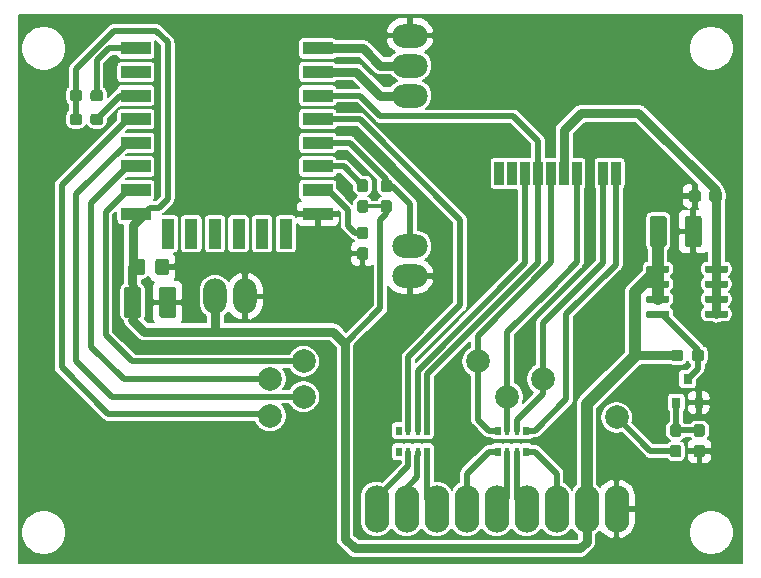
<source format=gbr>
G04 #@! TF.GenerationSoftware,KiCad,Pcbnew,5.1.5-52549c5~84~ubuntu18.04.1*
G04 #@! TF.CreationDate,2024-12-08T20:12:48-03:00*
G04 #@! TF.ProjectId,esp8266-sd-file-server,65737038-3236-4362-9d73-642d66696c65,rev?*
G04 #@! TF.SameCoordinates,PX47868c0PY58740b0*
G04 #@! TF.FileFunction,Copper,L1,Top*
G04 #@! TF.FilePolarity,Positive*
%FSLAX46Y46*%
G04 Gerber Fmt 4.6, Leading zero omitted, Abs format (unit mm)*
G04 Created by KiCad (PCBNEW 5.1.5-52549c5~84~ubuntu18.04.1) date 2024-12-08 20:12:48*
%MOMM*%
%LPD*%
G04 APERTURE LIST*
%ADD10O,2.000000X3.000000*%
%ADD11O,3.000000X2.000000*%
%ADD12C,0.100000*%
%ADD13O,2.100000X4.000000*%
%ADD14R,0.500000X0.800000*%
%ADD15R,0.400000X0.800000*%
%ADD16R,1.100000X2.500000*%
%ADD17R,2.500000X1.100000*%
%ADD18R,0.800000X0.900000*%
%ADD19C,2.000000*%
%ADD20C,0.500000*%
%ADD21C,0.800000*%
%ADD22C,0.300000*%
%ADD23C,1.000000*%
%ADD24C,0.200000*%
G04 APERTURE END LIST*
D10*
X19540000Y-24250000D03*
X17000000Y-24250000D03*
D11*
X33500000Y-22540000D03*
X33500000Y-20000000D03*
G04 #@! TA.AperFunction,SMDPad,CuDef*
D12*
G36*
X10824505Y-21051204D02*
G01*
X10848773Y-21054804D01*
X10872572Y-21060765D01*
X10895671Y-21069030D01*
X10917850Y-21079520D01*
X10938893Y-21092132D01*
X10958599Y-21106747D01*
X10976777Y-21123223D01*
X10993253Y-21141401D01*
X11007868Y-21161107D01*
X11020480Y-21182150D01*
X11030970Y-21204329D01*
X11039235Y-21227428D01*
X11045196Y-21251227D01*
X11048796Y-21275495D01*
X11050000Y-21299999D01*
X11050000Y-22200001D01*
X11048796Y-22224505D01*
X11045196Y-22248773D01*
X11039235Y-22272572D01*
X11030970Y-22295671D01*
X11020480Y-22317850D01*
X11007868Y-22338893D01*
X10993253Y-22358599D01*
X10976777Y-22376777D01*
X10958599Y-22393253D01*
X10938893Y-22407868D01*
X10917850Y-22420480D01*
X10895671Y-22430970D01*
X10872572Y-22439235D01*
X10848773Y-22445196D01*
X10824505Y-22448796D01*
X10800001Y-22450000D01*
X10149999Y-22450000D01*
X10125495Y-22448796D01*
X10101227Y-22445196D01*
X10077428Y-22439235D01*
X10054329Y-22430970D01*
X10032150Y-22420480D01*
X10011107Y-22407868D01*
X9991401Y-22393253D01*
X9973223Y-22376777D01*
X9956747Y-22358599D01*
X9942132Y-22338893D01*
X9929520Y-22317850D01*
X9919030Y-22295671D01*
X9910765Y-22272572D01*
X9904804Y-22248773D01*
X9901204Y-22224505D01*
X9900000Y-22200001D01*
X9900000Y-21299999D01*
X9901204Y-21275495D01*
X9904804Y-21251227D01*
X9910765Y-21227428D01*
X9919030Y-21204329D01*
X9929520Y-21182150D01*
X9942132Y-21161107D01*
X9956747Y-21141401D01*
X9973223Y-21123223D01*
X9991401Y-21106747D01*
X10011107Y-21092132D01*
X10032150Y-21079520D01*
X10054329Y-21069030D01*
X10077428Y-21060765D01*
X10101227Y-21054804D01*
X10125495Y-21051204D01*
X10149999Y-21050000D01*
X10800001Y-21050000D01*
X10824505Y-21051204D01*
G37*
G04 #@! TD.AperFunction*
G04 #@! TA.AperFunction,SMDPad,CuDef*
G36*
X12874505Y-21051204D02*
G01*
X12898773Y-21054804D01*
X12922572Y-21060765D01*
X12945671Y-21069030D01*
X12967850Y-21079520D01*
X12988893Y-21092132D01*
X13008599Y-21106747D01*
X13026777Y-21123223D01*
X13043253Y-21141401D01*
X13057868Y-21161107D01*
X13070480Y-21182150D01*
X13080970Y-21204329D01*
X13089235Y-21227428D01*
X13095196Y-21251227D01*
X13098796Y-21275495D01*
X13100000Y-21299999D01*
X13100000Y-22200001D01*
X13098796Y-22224505D01*
X13095196Y-22248773D01*
X13089235Y-22272572D01*
X13080970Y-22295671D01*
X13070480Y-22317850D01*
X13057868Y-22338893D01*
X13043253Y-22358599D01*
X13026777Y-22376777D01*
X13008599Y-22393253D01*
X12988893Y-22407868D01*
X12967850Y-22420480D01*
X12945671Y-22430970D01*
X12922572Y-22439235D01*
X12898773Y-22445196D01*
X12874505Y-22448796D01*
X12850001Y-22450000D01*
X12199999Y-22450000D01*
X12175495Y-22448796D01*
X12151227Y-22445196D01*
X12127428Y-22439235D01*
X12104329Y-22430970D01*
X12082150Y-22420480D01*
X12061107Y-22407868D01*
X12041401Y-22393253D01*
X12023223Y-22376777D01*
X12006747Y-22358599D01*
X11992132Y-22338893D01*
X11979520Y-22317850D01*
X11969030Y-22295671D01*
X11960765Y-22272572D01*
X11954804Y-22248773D01*
X11951204Y-22224505D01*
X11950000Y-22200001D01*
X11950000Y-21299999D01*
X11951204Y-21275495D01*
X11954804Y-21251227D01*
X11960765Y-21227428D01*
X11969030Y-21204329D01*
X11979520Y-21182150D01*
X11992132Y-21161107D01*
X12006747Y-21141401D01*
X12023223Y-21123223D01*
X12041401Y-21106747D01*
X12061107Y-21092132D01*
X12082150Y-21079520D01*
X12104329Y-21069030D01*
X12127428Y-21060765D01*
X12151227Y-21054804D01*
X12175495Y-21051204D01*
X12199999Y-21050000D01*
X12850001Y-21050000D01*
X12874505Y-21051204D01*
G37*
G04 #@! TD.AperFunction*
G04 #@! TA.AperFunction,SMDPad,CuDef*
G36*
X57974504Y-17426204D02*
G01*
X57998773Y-17429804D01*
X58022571Y-17435765D01*
X58045671Y-17444030D01*
X58067849Y-17454520D01*
X58088893Y-17467133D01*
X58108598Y-17481747D01*
X58126777Y-17498223D01*
X58143253Y-17516402D01*
X58157867Y-17536107D01*
X58170480Y-17557151D01*
X58180970Y-17579329D01*
X58189235Y-17602429D01*
X58195196Y-17626227D01*
X58198796Y-17650496D01*
X58200000Y-17675000D01*
X58200000Y-19825000D01*
X58198796Y-19849504D01*
X58195196Y-19873773D01*
X58189235Y-19897571D01*
X58180970Y-19920671D01*
X58170480Y-19942849D01*
X58157867Y-19963893D01*
X58143253Y-19983598D01*
X58126777Y-20001777D01*
X58108598Y-20018253D01*
X58088893Y-20032867D01*
X58067849Y-20045480D01*
X58045671Y-20055970D01*
X58022571Y-20064235D01*
X57998773Y-20070196D01*
X57974504Y-20073796D01*
X57950000Y-20075000D01*
X57025000Y-20075000D01*
X57000496Y-20073796D01*
X56976227Y-20070196D01*
X56952429Y-20064235D01*
X56929329Y-20055970D01*
X56907151Y-20045480D01*
X56886107Y-20032867D01*
X56866402Y-20018253D01*
X56848223Y-20001777D01*
X56831747Y-19983598D01*
X56817133Y-19963893D01*
X56804520Y-19942849D01*
X56794030Y-19920671D01*
X56785765Y-19897571D01*
X56779804Y-19873773D01*
X56776204Y-19849504D01*
X56775000Y-19825000D01*
X56775000Y-17675000D01*
X56776204Y-17650496D01*
X56779804Y-17626227D01*
X56785765Y-17602429D01*
X56794030Y-17579329D01*
X56804520Y-17557151D01*
X56817133Y-17536107D01*
X56831747Y-17516402D01*
X56848223Y-17498223D01*
X56866402Y-17481747D01*
X56886107Y-17467133D01*
X56907151Y-17454520D01*
X56929329Y-17444030D01*
X56952429Y-17435765D01*
X56976227Y-17429804D01*
X57000496Y-17426204D01*
X57025000Y-17425000D01*
X57950000Y-17425000D01*
X57974504Y-17426204D01*
G37*
G04 #@! TD.AperFunction*
G04 #@! TA.AperFunction,SMDPad,CuDef*
G36*
X54999504Y-17426204D02*
G01*
X55023773Y-17429804D01*
X55047571Y-17435765D01*
X55070671Y-17444030D01*
X55092849Y-17454520D01*
X55113893Y-17467133D01*
X55133598Y-17481747D01*
X55151777Y-17498223D01*
X55168253Y-17516402D01*
X55182867Y-17536107D01*
X55195480Y-17557151D01*
X55205970Y-17579329D01*
X55214235Y-17602429D01*
X55220196Y-17626227D01*
X55223796Y-17650496D01*
X55225000Y-17675000D01*
X55225000Y-19825000D01*
X55223796Y-19849504D01*
X55220196Y-19873773D01*
X55214235Y-19897571D01*
X55205970Y-19920671D01*
X55195480Y-19942849D01*
X55182867Y-19963893D01*
X55168253Y-19983598D01*
X55151777Y-20001777D01*
X55133598Y-20018253D01*
X55113893Y-20032867D01*
X55092849Y-20045480D01*
X55070671Y-20055970D01*
X55047571Y-20064235D01*
X55023773Y-20070196D01*
X54999504Y-20073796D01*
X54975000Y-20075000D01*
X54050000Y-20075000D01*
X54025496Y-20073796D01*
X54001227Y-20070196D01*
X53977429Y-20064235D01*
X53954329Y-20055970D01*
X53932151Y-20045480D01*
X53911107Y-20032867D01*
X53891402Y-20018253D01*
X53873223Y-20001777D01*
X53856747Y-19983598D01*
X53842133Y-19963893D01*
X53829520Y-19942849D01*
X53819030Y-19920671D01*
X53810765Y-19897571D01*
X53804804Y-19873773D01*
X53801204Y-19849504D01*
X53800000Y-19825000D01*
X53800000Y-17675000D01*
X53801204Y-17650496D01*
X53804804Y-17626227D01*
X53810765Y-17602429D01*
X53819030Y-17579329D01*
X53829520Y-17557151D01*
X53842133Y-17536107D01*
X53856747Y-17516402D01*
X53873223Y-17498223D01*
X53891402Y-17481747D01*
X53911107Y-17467133D01*
X53932151Y-17454520D01*
X53954329Y-17444030D01*
X53977429Y-17435765D01*
X54001227Y-17429804D01*
X54025496Y-17426204D01*
X54050000Y-17425000D01*
X54975000Y-17425000D01*
X54999504Y-17426204D01*
G37*
G04 #@! TD.AperFunction*
G04 #@! TA.AperFunction,SMDPad,CuDef*
G36*
X10499504Y-23426204D02*
G01*
X10523773Y-23429804D01*
X10547571Y-23435765D01*
X10570671Y-23444030D01*
X10592849Y-23454520D01*
X10613893Y-23467133D01*
X10633598Y-23481747D01*
X10651777Y-23498223D01*
X10668253Y-23516402D01*
X10682867Y-23536107D01*
X10695480Y-23557151D01*
X10705970Y-23579329D01*
X10714235Y-23602429D01*
X10720196Y-23626227D01*
X10723796Y-23650496D01*
X10725000Y-23675000D01*
X10725000Y-25825000D01*
X10723796Y-25849504D01*
X10720196Y-25873773D01*
X10714235Y-25897571D01*
X10705970Y-25920671D01*
X10695480Y-25942849D01*
X10682867Y-25963893D01*
X10668253Y-25983598D01*
X10651777Y-26001777D01*
X10633598Y-26018253D01*
X10613893Y-26032867D01*
X10592849Y-26045480D01*
X10570671Y-26055970D01*
X10547571Y-26064235D01*
X10523773Y-26070196D01*
X10499504Y-26073796D01*
X10475000Y-26075000D01*
X9550000Y-26075000D01*
X9525496Y-26073796D01*
X9501227Y-26070196D01*
X9477429Y-26064235D01*
X9454329Y-26055970D01*
X9432151Y-26045480D01*
X9411107Y-26032867D01*
X9391402Y-26018253D01*
X9373223Y-26001777D01*
X9356747Y-25983598D01*
X9342133Y-25963893D01*
X9329520Y-25942849D01*
X9319030Y-25920671D01*
X9310765Y-25897571D01*
X9304804Y-25873773D01*
X9301204Y-25849504D01*
X9300000Y-25825000D01*
X9300000Y-23675000D01*
X9301204Y-23650496D01*
X9304804Y-23626227D01*
X9310765Y-23602429D01*
X9319030Y-23579329D01*
X9329520Y-23557151D01*
X9342133Y-23536107D01*
X9356747Y-23516402D01*
X9373223Y-23498223D01*
X9391402Y-23481747D01*
X9411107Y-23467133D01*
X9432151Y-23454520D01*
X9454329Y-23444030D01*
X9477429Y-23435765D01*
X9501227Y-23429804D01*
X9525496Y-23426204D01*
X9550000Y-23425000D01*
X10475000Y-23425000D01*
X10499504Y-23426204D01*
G37*
G04 #@! TD.AperFunction*
G04 #@! TA.AperFunction,SMDPad,CuDef*
G36*
X13474504Y-23426204D02*
G01*
X13498773Y-23429804D01*
X13522571Y-23435765D01*
X13545671Y-23444030D01*
X13567849Y-23454520D01*
X13588893Y-23467133D01*
X13608598Y-23481747D01*
X13626777Y-23498223D01*
X13643253Y-23516402D01*
X13657867Y-23536107D01*
X13670480Y-23557151D01*
X13680970Y-23579329D01*
X13689235Y-23602429D01*
X13695196Y-23626227D01*
X13698796Y-23650496D01*
X13700000Y-23675000D01*
X13700000Y-25825000D01*
X13698796Y-25849504D01*
X13695196Y-25873773D01*
X13689235Y-25897571D01*
X13680970Y-25920671D01*
X13670480Y-25942849D01*
X13657867Y-25963893D01*
X13643253Y-25983598D01*
X13626777Y-26001777D01*
X13608598Y-26018253D01*
X13588893Y-26032867D01*
X13567849Y-26045480D01*
X13545671Y-26055970D01*
X13522571Y-26064235D01*
X13498773Y-26070196D01*
X13474504Y-26073796D01*
X13450000Y-26075000D01*
X12525000Y-26075000D01*
X12500496Y-26073796D01*
X12476227Y-26070196D01*
X12452429Y-26064235D01*
X12429329Y-26055970D01*
X12407151Y-26045480D01*
X12386107Y-26032867D01*
X12366402Y-26018253D01*
X12348223Y-26001777D01*
X12331747Y-25983598D01*
X12317133Y-25963893D01*
X12304520Y-25942849D01*
X12294030Y-25920671D01*
X12285765Y-25897571D01*
X12279804Y-25873773D01*
X12276204Y-25849504D01*
X12275000Y-25825000D01*
X12275000Y-23675000D01*
X12276204Y-23650496D01*
X12279804Y-23626227D01*
X12285765Y-23602429D01*
X12294030Y-23579329D01*
X12304520Y-23557151D01*
X12317133Y-23536107D01*
X12331747Y-23516402D01*
X12348223Y-23498223D01*
X12366402Y-23481747D01*
X12386107Y-23467133D01*
X12407151Y-23454520D01*
X12429329Y-23444030D01*
X12452429Y-23435765D01*
X12476227Y-23429804D01*
X12500496Y-23426204D01*
X12525000Y-23425000D01*
X13450000Y-23425000D01*
X13474504Y-23426204D01*
G37*
G04 #@! TD.AperFunction*
D11*
X33500000Y-2170000D03*
X33500000Y-4710000D03*
X33500000Y-7250000D03*
D13*
X30680000Y-42250000D03*
X33220000Y-42250000D03*
X35760000Y-42250000D03*
X38300000Y-42250000D03*
X40840000Y-42250000D03*
X43380000Y-42250000D03*
X45920000Y-42250000D03*
X48460000Y-42250000D03*
X51000000Y-42250000D03*
G04 #@! TA.AperFunction,SMDPad,CuDef*
D12*
G36*
X57935779Y-15276144D02*
G01*
X57958834Y-15279563D01*
X57981443Y-15285227D01*
X58003387Y-15293079D01*
X58024457Y-15303044D01*
X58044448Y-15315026D01*
X58063168Y-15328910D01*
X58080438Y-15344562D01*
X58096090Y-15361832D01*
X58109974Y-15380552D01*
X58121956Y-15400543D01*
X58131921Y-15421613D01*
X58139773Y-15443557D01*
X58145437Y-15466166D01*
X58148856Y-15489221D01*
X58150000Y-15512500D01*
X58150000Y-15987500D01*
X58148856Y-16010779D01*
X58145437Y-16033834D01*
X58139773Y-16056443D01*
X58131921Y-16078387D01*
X58121956Y-16099457D01*
X58109974Y-16119448D01*
X58096090Y-16138168D01*
X58080438Y-16155438D01*
X58063168Y-16171090D01*
X58044448Y-16184974D01*
X58024457Y-16196956D01*
X58003387Y-16206921D01*
X57981443Y-16214773D01*
X57958834Y-16220437D01*
X57935779Y-16223856D01*
X57912500Y-16225000D01*
X57337500Y-16225000D01*
X57314221Y-16223856D01*
X57291166Y-16220437D01*
X57268557Y-16214773D01*
X57246613Y-16206921D01*
X57225543Y-16196956D01*
X57205552Y-16184974D01*
X57186832Y-16171090D01*
X57169562Y-16155438D01*
X57153910Y-16138168D01*
X57140026Y-16119448D01*
X57128044Y-16099457D01*
X57118079Y-16078387D01*
X57110227Y-16056443D01*
X57104563Y-16033834D01*
X57101144Y-16010779D01*
X57100000Y-15987500D01*
X57100000Y-15512500D01*
X57101144Y-15489221D01*
X57104563Y-15466166D01*
X57110227Y-15443557D01*
X57118079Y-15421613D01*
X57128044Y-15400543D01*
X57140026Y-15380552D01*
X57153910Y-15361832D01*
X57169562Y-15344562D01*
X57186832Y-15328910D01*
X57205552Y-15315026D01*
X57225543Y-15303044D01*
X57246613Y-15293079D01*
X57268557Y-15285227D01*
X57291166Y-15279563D01*
X57314221Y-15276144D01*
X57337500Y-15275000D01*
X57912500Y-15275000D01*
X57935779Y-15276144D01*
G37*
G04 #@! TD.AperFunction*
G04 #@! TA.AperFunction,SMDPad,CuDef*
G36*
X59685779Y-15276144D02*
G01*
X59708834Y-15279563D01*
X59731443Y-15285227D01*
X59753387Y-15293079D01*
X59774457Y-15303044D01*
X59794448Y-15315026D01*
X59813168Y-15328910D01*
X59830438Y-15344562D01*
X59846090Y-15361832D01*
X59859974Y-15380552D01*
X59871956Y-15400543D01*
X59881921Y-15421613D01*
X59889773Y-15443557D01*
X59895437Y-15466166D01*
X59898856Y-15489221D01*
X59900000Y-15512500D01*
X59900000Y-15987500D01*
X59898856Y-16010779D01*
X59895437Y-16033834D01*
X59889773Y-16056443D01*
X59881921Y-16078387D01*
X59871956Y-16099457D01*
X59859974Y-16119448D01*
X59846090Y-16138168D01*
X59830438Y-16155438D01*
X59813168Y-16171090D01*
X59794448Y-16184974D01*
X59774457Y-16196956D01*
X59753387Y-16206921D01*
X59731443Y-16214773D01*
X59708834Y-16220437D01*
X59685779Y-16223856D01*
X59662500Y-16225000D01*
X59087500Y-16225000D01*
X59064221Y-16223856D01*
X59041166Y-16220437D01*
X59018557Y-16214773D01*
X58996613Y-16206921D01*
X58975543Y-16196956D01*
X58955552Y-16184974D01*
X58936832Y-16171090D01*
X58919562Y-16155438D01*
X58903910Y-16138168D01*
X58890026Y-16119448D01*
X58878044Y-16099457D01*
X58868079Y-16078387D01*
X58860227Y-16056443D01*
X58854563Y-16033834D01*
X58851144Y-16010779D01*
X58850000Y-15987500D01*
X58850000Y-15512500D01*
X58851144Y-15489221D01*
X58854563Y-15466166D01*
X58860227Y-15443557D01*
X58868079Y-15421613D01*
X58878044Y-15400543D01*
X58890026Y-15380552D01*
X58903910Y-15361832D01*
X58919562Y-15344562D01*
X58936832Y-15328910D01*
X58955552Y-15315026D01*
X58975543Y-15303044D01*
X58996613Y-15293079D01*
X59018557Y-15285227D01*
X59041166Y-15279563D01*
X59064221Y-15276144D01*
X59087500Y-15275000D01*
X59662500Y-15275000D01*
X59685779Y-15276144D01*
G37*
G04 #@! TD.AperFunction*
G04 #@! TA.AperFunction,SMDPad,CuDef*
G36*
X56435779Y-28776144D02*
G01*
X56458834Y-28779563D01*
X56481443Y-28785227D01*
X56503387Y-28793079D01*
X56524457Y-28803044D01*
X56544448Y-28815026D01*
X56563168Y-28828910D01*
X56580438Y-28844562D01*
X56596090Y-28861832D01*
X56609974Y-28880552D01*
X56621956Y-28900543D01*
X56631921Y-28921613D01*
X56639773Y-28943557D01*
X56645437Y-28966166D01*
X56648856Y-28989221D01*
X56650000Y-29012500D01*
X56650000Y-29487500D01*
X56648856Y-29510779D01*
X56645437Y-29533834D01*
X56639773Y-29556443D01*
X56631921Y-29578387D01*
X56621956Y-29599457D01*
X56609974Y-29619448D01*
X56596090Y-29638168D01*
X56580438Y-29655438D01*
X56563168Y-29671090D01*
X56544448Y-29684974D01*
X56524457Y-29696956D01*
X56503387Y-29706921D01*
X56481443Y-29714773D01*
X56458834Y-29720437D01*
X56435779Y-29723856D01*
X56412500Y-29725000D01*
X55837500Y-29725000D01*
X55814221Y-29723856D01*
X55791166Y-29720437D01*
X55768557Y-29714773D01*
X55746613Y-29706921D01*
X55725543Y-29696956D01*
X55705552Y-29684974D01*
X55686832Y-29671090D01*
X55669562Y-29655438D01*
X55653910Y-29638168D01*
X55640026Y-29619448D01*
X55628044Y-29599457D01*
X55618079Y-29578387D01*
X55610227Y-29556443D01*
X55604563Y-29533834D01*
X55601144Y-29510779D01*
X55600000Y-29487500D01*
X55600000Y-29012500D01*
X55601144Y-28989221D01*
X55604563Y-28966166D01*
X55610227Y-28943557D01*
X55618079Y-28921613D01*
X55628044Y-28900543D01*
X55640026Y-28880552D01*
X55653910Y-28861832D01*
X55669562Y-28844562D01*
X55686832Y-28828910D01*
X55705552Y-28815026D01*
X55725543Y-28803044D01*
X55746613Y-28793079D01*
X55768557Y-28785227D01*
X55791166Y-28779563D01*
X55814221Y-28776144D01*
X55837500Y-28775000D01*
X56412500Y-28775000D01*
X56435779Y-28776144D01*
G37*
G04 #@! TD.AperFunction*
G04 #@! TA.AperFunction,SMDPad,CuDef*
G36*
X58185779Y-28776144D02*
G01*
X58208834Y-28779563D01*
X58231443Y-28785227D01*
X58253387Y-28793079D01*
X58274457Y-28803044D01*
X58294448Y-28815026D01*
X58313168Y-28828910D01*
X58330438Y-28844562D01*
X58346090Y-28861832D01*
X58359974Y-28880552D01*
X58371956Y-28900543D01*
X58381921Y-28921613D01*
X58389773Y-28943557D01*
X58395437Y-28966166D01*
X58398856Y-28989221D01*
X58400000Y-29012500D01*
X58400000Y-29487500D01*
X58398856Y-29510779D01*
X58395437Y-29533834D01*
X58389773Y-29556443D01*
X58381921Y-29578387D01*
X58371956Y-29599457D01*
X58359974Y-29619448D01*
X58346090Y-29638168D01*
X58330438Y-29655438D01*
X58313168Y-29671090D01*
X58294448Y-29684974D01*
X58274457Y-29696956D01*
X58253387Y-29706921D01*
X58231443Y-29714773D01*
X58208834Y-29720437D01*
X58185779Y-29723856D01*
X58162500Y-29725000D01*
X57587500Y-29725000D01*
X57564221Y-29723856D01*
X57541166Y-29720437D01*
X57518557Y-29714773D01*
X57496613Y-29706921D01*
X57475543Y-29696956D01*
X57455552Y-29684974D01*
X57436832Y-29671090D01*
X57419562Y-29655438D01*
X57403910Y-29638168D01*
X57390026Y-29619448D01*
X57378044Y-29599457D01*
X57368079Y-29578387D01*
X57360227Y-29556443D01*
X57354563Y-29533834D01*
X57351144Y-29510779D01*
X57350000Y-29487500D01*
X57350000Y-29012500D01*
X57351144Y-28989221D01*
X57354563Y-28966166D01*
X57360227Y-28943557D01*
X57368079Y-28921613D01*
X57378044Y-28900543D01*
X57390026Y-28880552D01*
X57403910Y-28861832D01*
X57419562Y-28844562D01*
X57436832Y-28828910D01*
X57455552Y-28815026D01*
X57475543Y-28803044D01*
X57496613Y-28793079D01*
X57518557Y-28785227D01*
X57541166Y-28779563D01*
X57564221Y-28776144D01*
X57587500Y-28775000D01*
X58162500Y-28775000D01*
X58185779Y-28776144D01*
G37*
G04 #@! TD.AperFunction*
G04 #@! TA.AperFunction,SMDPad,CuDef*
G36*
X58260779Y-35076144D02*
G01*
X58283834Y-35079563D01*
X58306443Y-35085227D01*
X58328387Y-35093079D01*
X58349457Y-35103044D01*
X58369448Y-35115026D01*
X58388168Y-35128910D01*
X58405438Y-35144562D01*
X58421090Y-35161832D01*
X58434974Y-35180552D01*
X58446956Y-35200543D01*
X58456921Y-35221613D01*
X58464773Y-35243557D01*
X58470437Y-35266166D01*
X58473856Y-35289221D01*
X58475000Y-35312500D01*
X58475000Y-35887500D01*
X58473856Y-35910779D01*
X58470437Y-35933834D01*
X58464773Y-35956443D01*
X58456921Y-35978387D01*
X58446956Y-35999457D01*
X58434974Y-36019448D01*
X58421090Y-36038168D01*
X58405438Y-36055438D01*
X58388168Y-36071090D01*
X58369448Y-36084974D01*
X58349457Y-36096956D01*
X58328387Y-36106921D01*
X58306443Y-36114773D01*
X58283834Y-36120437D01*
X58260779Y-36123856D01*
X58237500Y-36125000D01*
X57762500Y-36125000D01*
X57739221Y-36123856D01*
X57716166Y-36120437D01*
X57693557Y-36114773D01*
X57671613Y-36106921D01*
X57650543Y-36096956D01*
X57630552Y-36084974D01*
X57611832Y-36071090D01*
X57594562Y-36055438D01*
X57578910Y-36038168D01*
X57565026Y-36019448D01*
X57553044Y-35999457D01*
X57543079Y-35978387D01*
X57535227Y-35956443D01*
X57529563Y-35933834D01*
X57526144Y-35910779D01*
X57525000Y-35887500D01*
X57525000Y-35312500D01*
X57526144Y-35289221D01*
X57529563Y-35266166D01*
X57535227Y-35243557D01*
X57543079Y-35221613D01*
X57553044Y-35200543D01*
X57565026Y-35180552D01*
X57578910Y-35161832D01*
X57594562Y-35144562D01*
X57611832Y-35128910D01*
X57630552Y-35115026D01*
X57650543Y-35103044D01*
X57671613Y-35093079D01*
X57693557Y-35085227D01*
X57716166Y-35079563D01*
X57739221Y-35076144D01*
X57762500Y-35075000D01*
X58237500Y-35075000D01*
X58260779Y-35076144D01*
G37*
G04 #@! TD.AperFunction*
G04 #@! TA.AperFunction,SMDPad,CuDef*
G36*
X58260779Y-36826144D02*
G01*
X58283834Y-36829563D01*
X58306443Y-36835227D01*
X58328387Y-36843079D01*
X58349457Y-36853044D01*
X58369448Y-36865026D01*
X58388168Y-36878910D01*
X58405438Y-36894562D01*
X58421090Y-36911832D01*
X58434974Y-36930552D01*
X58446956Y-36950543D01*
X58456921Y-36971613D01*
X58464773Y-36993557D01*
X58470437Y-37016166D01*
X58473856Y-37039221D01*
X58475000Y-37062500D01*
X58475000Y-37637500D01*
X58473856Y-37660779D01*
X58470437Y-37683834D01*
X58464773Y-37706443D01*
X58456921Y-37728387D01*
X58446956Y-37749457D01*
X58434974Y-37769448D01*
X58421090Y-37788168D01*
X58405438Y-37805438D01*
X58388168Y-37821090D01*
X58369448Y-37834974D01*
X58349457Y-37846956D01*
X58328387Y-37856921D01*
X58306443Y-37864773D01*
X58283834Y-37870437D01*
X58260779Y-37873856D01*
X58237500Y-37875000D01*
X57762500Y-37875000D01*
X57739221Y-37873856D01*
X57716166Y-37870437D01*
X57693557Y-37864773D01*
X57671613Y-37856921D01*
X57650543Y-37846956D01*
X57630552Y-37834974D01*
X57611832Y-37821090D01*
X57594562Y-37805438D01*
X57578910Y-37788168D01*
X57565026Y-37769448D01*
X57553044Y-37749457D01*
X57543079Y-37728387D01*
X57535227Y-37706443D01*
X57529563Y-37683834D01*
X57526144Y-37660779D01*
X57525000Y-37637500D01*
X57525000Y-37062500D01*
X57526144Y-37039221D01*
X57529563Y-37016166D01*
X57535227Y-36993557D01*
X57543079Y-36971613D01*
X57553044Y-36950543D01*
X57565026Y-36930552D01*
X57578910Y-36911832D01*
X57594562Y-36894562D01*
X57611832Y-36878910D01*
X57630552Y-36865026D01*
X57650543Y-36853044D01*
X57671613Y-36843079D01*
X57693557Y-36835227D01*
X57716166Y-36829563D01*
X57739221Y-36826144D01*
X57762500Y-36825000D01*
X58237500Y-36825000D01*
X58260779Y-36826144D01*
G37*
G04 #@! TD.AperFunction*
G04 #@! TA.AperFunction,SMDPad,CuDef*
G36*
X56260779Y-35076144D02*
G01*
X56283834Y-35079563D01*
X56306443Y-35085227D01*
X56328387Y-35093079D01*
X56349457Y-35103044D01*
X56369448Y-35115026D01*
X56388168Y-35128910D01*
X56405438Y-35144562D01*
X56421090Y-35161832D01*
X56434974Y-35180552D01*
X56446956Y-35200543D01*
X56456921Y-35221613D01*
X56464773Y-35243557D01*
X56470437Y-35266166D01*
X56473856Y-35289221D01*
X56475000Y-35312500D01*
X56475000Y-35887500D01*
X56473856Y-35910779D01*
X56470437Y-35933834D01*
X56464773Y-35956443D01*
X56456921Y-35978387D01*
X56446956Y-35999457D01*
X56434974Y-36019448D01*
X56421090Y-36038168D01*
X56405438Y-36055438D01*
X56388168Y-36071090D01*
X56369448Y-36084974D01*
X56349457Y-36096956D01*
X56328387Y-36106921D01*
X56306443Y-36114773D01*
X56283834Y-36120437D01*
X56260779Y-36123856D01*
X56237500Y-36125000D01*
X55762500Y-36125000D01*
X55739221Y-36123856D01*
X55716166Y-36120437D01*
X55693557Y-36114773D01*
X55671613Y-36106921D01*
X55650543Y-36096956D01*
X55630552Y-36084974D01*
X55611832Y-36071090D01*
X55594562Y-36055438D01*
X55578910Y-36038168D01*
X55565026Y-36019448D01*
X55553044Y-35999457D01*
X55543079Y-35978387D01*
X55535227Y-35956443D01*
X55529563Y-35933834D01*
X55526144Y-35910779D01*
X55525000Y-35887500D01*
X55525000Y-35312500D01*
X55526144Y-35289221D01*
X55529563Y-35266166D01*
X55535227Y-35243557D01*
X55543079Y-35221613D01*
X55553044Y-35200543D01*
X55565026Y-35180552D01*
X55578910Y-35161832D01*
X55594562Y-35144562D01*
X55611832Y-35128910D01*
X55630552Y-35115026D01*
X55650543Y-35103044D01*
X55671613Y-35093079D01*
X55693557Y-35085227D01*
X55716166Y-35079563D01*
X55739221Y-35076144D01*
X55762500Y-35075000D01*
X56237500Y-35075000D01*
X56260779Y-35076144D01*
G37*
G04 #@! TD.AperFunction*
G04 #@! TA.AperFunction,SMDPad,CuDef*
G36*
X56260779Y-36826144D02*
G01*
X56283834Y-36829563D01*
X56306443Y-36835227D01*
X56328387Y-36843079D01*
X56349457Y-36853044D01*
X56369448Y-36865026D01*
X56388168Y-36878910D01*
X56405438Y-36894562D01*
X56421090Y-36911832D01*
X56434974Y-36930552D01*
X56446956Y-36950543D01*
X56456921Y-36971613D01*
X56464773Y-36993557D01*
X56470437Y-37016166D01*
X56473856Y-37039221D01*
X56475000Y-37062500D01*
X56475000Y-37637500D01*
X56473856Y-37660779D01*
X56470437Y-37683834D01*
X56464773Y-37706443D01*
X56456921Y-37728387D01*
X56446956Y-37749457D01*
X56434974Y-37769448D01*
X56421090Y-37788168D01*
X56405438Y-37805438D01*
X56388168Y-37821090D01*
X56369448Y-37834974D01*
X56349457Y-37846956D01*
X56328387Y-37856921D01*
X56306443Y-37864773D01*
X56283834Y-37870437D01*
X56260779Y-37873856D01*
X56237500Y-37875000D01*
X55762500Y-37875000D01*
X55739221Y-37873856D01*
X55716166Y-37870437D01*
X55693557Y-37864773D01*
X55671613Y-37856921D01*
X55650543Y-37846956D01*
X55630552Y-37834974D01*
X55611832Y-37821090D01*
X55594562Y-37805438D01*
X55578910Y-37788168D01*
X55565026Y-37769448D01*
X55553044Y-37749457D01*
X55543079Y-37728387D01*
X55535227Y-37706443D01*
X55529563Y-37683834D01*
X55526144Y-37660779D01*
X55525000Y-37637500D01*
X55525000Y-37062500D01*
X55526144Y-37039221D01*
X55529563Y-37016166D01*
X55535227Y-36993557D01*
X55543079Y-36971613D01*
X55553044Y-36950543D01*
X55565026Y-36930552D01*
X55578910Y-36911832D01*
X55594562Y-36894562D01*
X55611832Y-36878910D01*
X55630552Y-36865026D01*
X55650543Y-36853044D01*
X55671613Y-36843079D01*
X55693557Y-36835227D01*
X55716166Y-36829563D01*
X55739221Y-36826144D01*
X55762500Y-36825000D01*
X56237500Y-36825000D01*
X56260779Y-36826144D01*
G37*
G04 #@! TD.AperFunction*
G04 #@! TA.AperFunction,SMDPad,CuDef*
G36*
X29760779Y-14351144D02*
G01*
X29783834Y-14354563D01*
X29806443Y-14360227D01*
X29828387Y-14368079D01*
X29849457Y-14378044D01*
X29869448Y-14390026D01*
X29888168Y-14403910D01*
X29905438Y-14419562D01*
X29921090Y-14436832D01*
X29934974Y-14455552D01*
X29946956Y-14475543D01*
X29956921Y-14496613D01*
X29964773Y-14518557D01*
X29970437Y-14541166D01*
X29973856Y-14564221D01*
X29975000Y-14587500D01*
X29975000Y-15162500D01*
X29973856Y-15185779D01*
X29970437Y-15208834D01*
X29964773Y-15231443D01*
X29956921Y-15253387D01*
X29946956Y-15274457D01*
X29934974Y-15294448D01*
X29921090Y-15313168D01*
X29905438Y-15330438D01*
X29888168Y-15346090D01*
X29869448Y-15359974D01*
X29849457Y-15371956D01*
X29828387Y-15381921D01*
X29806443Y-15389773D01*
X29783834Y-15395437D01*
X29760779Y-15398856D01*
X29737500Y-15400000D01*
X29262500Y-15400000D01*
X29239221Y-15398856D01*
X29216166Y-15395437D01*
X29193557Y-15389773D01*
X29171613Y-15381921D01*
X29150543Y-15371956D01*
X29130552Y-15359974D01*
X29111832Y-15346090D01*
X29094562Y-15330438D01*
X29078910Y-15313168D01*
X29065026Y-15294448D01*
X29053044Y-15274457D01*
X29043079Y-15253387D01*
X29035227Y-15231443D01*
X29029563Y-15208834D01*
X29026144Y-15185779D01*
X29025000Y-15162500D01*
X29025000Y-14587500D01*
X29026144Y-14564221D01*
X29029563Y-14541166D01*
X29035227Y-14518557D01*
X29043079Y-14496613D01*
X29053044Y-14475543D01*
X29065026Y-14455552D01*
X29078910Y-14436832D01*
X29094562Y-14419562D01*
X29111832Y-14403910D01*
X29130552Y-14390026D01*
X29150543Y-14378044D01*
X29171613Y-14368079D01*
X29193557Y-14360227D01*
X29216166Y-14354563D01*
X29239221Y-14351144D01*
X29262500Y-14350000D01*
X29737500Y-14350000D01*
X29760779Y-14351144D01*
G37*
G04 #@! TD.AperFunction*
G04 #@! TA.AperFunction,SMDPad,CuDef*
G36*
X29760779Y-16101144D02*
G01*
X29783834Y-16104563D01*
X29806443Y-16110227D01*
X29828387Y-16118079D01*
X29849457Y-16128044D01*
X29869448Y-16140026D01*
X29888168Y-16153910D01*
X29905438Y-16169562D01*
X29921090Y-16186832D01*
X29934974Y-16205552D01*
X29946956Y-16225543D01*
X29956921Y-16246613D01*
X29964773Y-16268557D01*
X29970437Y-16291166D01*
X29973856Y-16314221D01*
X29975000Y-16337500D01*
X29975000Y-16912500D01*
X29973856Y-16935779D01*
X29970437Y-16958834D01*
X29964773Y-16981443D01*
X29956921Y-17003387D01*
X29946956Y-17024457D01*
X29934974Y-17044448D01*
X29921090Y-17063168D01*
X29905438Y-17080438D01*
X29888168Y-17096090D01*
X29869448Y-17109974D01*
X29849457Y-17121956D01*
X29828387Y-17131921D01*
X29806443Y-17139773D01*
X29783834Y-17145437D01*
X29760779Y-17148856D01*
X29737500Y-17150000D01*
X29262500Y-17150000D01*
X29239221Y-17148856D01*
X29216166Y-17145437D01*
X29193557Y-17139773D01*
X29171613Y-17131921D01*
X29150543Y-17121956D01*
X29130552Y-17109974D01*
X29111832Y-17096090D01*
X29094562Y-17080438D01*
X29078910Y-17063168D01*
X29065026Y-17044448D01*
X29053044Y-17024457D01*
X29043079Y-17003387D01*
X29035227Y-16981443D01*
X29029563Y-16958834D01*
X29026144Y-16935779D01*
X29025000Y-16912500D01*
X29025000Y-16337500D01*
X29026144Y-16314221D01*
X29029563Y-16291166D01*
X29035227Y-16268557D01*
X29043079Y-16246613D01*
X29053044Y-16225543D01*
X29065026Y-16205552D01*
X29078910Y-16186832D01*
X29094562Y-16169562D01*
X29111832Y-16153910D01*
X29130552Y-16140026D01*
X29150543Y-16128044D01*
X29171613Y-16118079D01*
X29193557Y-16110227D01*
X29216166Y-16104563D01*
X29239221Y-16101144D01*
X29262500Y-16100000D01*
X29737500Y-16100000D01*
X29760779Y-16101144D01*
G37*
G04 #@! TD.AperFunction*
G04 #@! TA.AperFunction,SMDPad,CuDef*
G36*
X29760779Y-20101144D02*
G01*
X29783834Y-20104563D01*
X29806443Y-20110227D01*
X29828387Y-20118079D01*
X29849457Y-20128044D01*
X29869448Y-20140026D01*
X29888168Y-20153910D01*
X29905438Y-20169562D01*
X29921090Y-20186832D01*
X29934974Y-20205552D01*
X29946956Y-20225543D01*
X29956921Y-20246613D01*
X29964773Y-20268557D01*
X29970437Y-20291166D01*
X29973856Y-20314221D01*
X29975000Y-20337500D01*
X29975000Y-20912500D01*
X29973856Y-20935779D01*
X29970437Y-20958834D01*
X29964773Y-20981443D01*
X29956921Y-21003387D01*
X29946956Y-21024457D01*
X29934974Y-21044448D01*
X29921090Y-21063168D01*
X29905438Y-21080438D01*
X29888168Y-21096090D01*
X29869448Y-21109974D01*
X29849457Y-21121956D01*
X29828387Y-21131921D01*
X29806443Y-21139773D01*
X29783834Y-21145437D01*
X29760779Y-21148856D01*
X29737500Y-21150000D01*
X29262500Y-21150000D01*
X29239221Y-21148856D01*
X29216166Y-21145437D01*
X29193557Y-21139773D01*
X29171613Y-21131921D01*
X29150543Y-21121956D01*
X29130552Y-21109974D01*
X29111832Y-21096090D01*
X29094562Y-21080438D01*
X29078910Y-21063168D01*
X29065026Y-21044448D01*
X29053044Y-21024457D01*
X29043079Y-21003387D01*
X29035227Y-20981443D01*
X29029563Y-20958834D01*
X29026144Y-20935779D01*
X29025000Y-20912500D01*
X29025000Y-20337500D01*
X29026144Y-20314221D01*
X29029563Y-20291166D01*
X29035227Y-20268557D01*
X29043079Y-20246613D01*
X29053044Y-20225543D01*
X29065026Y-20205552D01*
X29078910Y-20186832D01*
X29094562Y-20169562D01*
X29111832Y-20153910D01*
X29130552Y-20140026D01*
X29150543Y-20128044D01*
X29171613Y-20118079D01*
X29193557Y-20110227D01*
X29216166Y-20104563D01*
X29239221Y-20101144D01*
X29262500Y-20100000D01*
X29737500Y-20100000D01*
X29760779Y-20101144D01*
G37*
G04 #@! TD.AperFunction*
G04 #@! TA.AperFunction,SMDPad,CuDef*
G36*
X29760779Y-18351144D02*
G01*
X29783834Y-18354563D01*
X29806443Y-18360227D01*
X29828387Y-18368079D01*
X29849457Y-18378044D01*
X29869448Y-18390026D01*
X29888168Y-18403910D01*
X29905438Y-18419562D01*
X29921090Y-18436832D01*
X29934974Y-18455552D01*
X29946956Y-18475543D01*
X29956921Y-18496613D01*
X29964773Y-18518557D01*
X29970437Y-18541166D01*
X29973856Y-18564221D01*
X29975000Y-18587500D01*
X29975000Y-19162500D01*
X29973856Y-19185779D01*
X29970437Y-19208834D01*
X29964773Y-19231443D01*
X29956921Y-19253387D01*
X29946956Y-19274457D01*
X29934974Y-19294448D01*
X29921090Y-19313168D01*
X29905438Y-19330438D01*
X29888168Y-19346090D01*
X29869448Y-19359974D01*
X29849457Y-19371956D01*
X29828387Y-19381921D01*
X29806443Y-19389773D01*
X29783834Y-19395437D01*
X29760779Y-19398856D01*
X29737500Y-19400000D01*
X29262500Y-19400000D01*
X29239221Y-19398856D01*
X29216166Y-19395437D01*
X29193557Y-19389773D01*
X29171613Y-19381921D01*
X29150543Y-19371956D01*
X29130552Y-19359974D01*
X29111832Y-19346090D01*
X29094562Y-19330438D01*
X29078910Y-19313168D01*
X29065026Y-19294448D01*
X29053044Y-19274457D01*
X29043079Y-19253387D01*
X29035227Y-19231443D01*
X29029563Y-19208834D01*
X29026144Y-19185779D01*
X29025000Y-19162500D01*
X29025000Y-18587500D01*
X29026144Y-18564221D01*
X29029563Y-18541166D01*
X29035227Y-18518557D01*
X29043079Y-18496613D01*
X29053044Y-18475543D01*
X29065026Y-18455552D01*
X29078910Y-18436832D01*
X29094562Y-18419562D01*
X29111832Y-18403910D01*
X29130552Y-18390026D01*
X29150543Y-18378044D01*
X29171613Y-18368079D01*
X29193557Y-18360227D01*
X29216166Y-18354563D01*
X29239221Y-18351144D01*
X29262500Y-18350000D01*
X29737500Y-18350000D01*
X29760779Y-18351144D01*
G37*
G04 #@! TD.AperFunction*
G04 #@! TA.AperFunction,SMDPad,CuDef*
G36*
X31760779Y-14351144D02*
G01*
X31783834Y-14354563D01*
X31806443Y-14360227D01*
X31828387Y-14368079D01*
X31849457Y-14378044D01*
X31869448Y-14390026D01*
X31888168Y-14403910D01*
X31905438Y-14419562D01*
X31921090Y-14436832D01*
X31934974Y-14455552D01*
X31946956Y-14475543D01*
X31956921Y-14496613D01*
X31964773Y-14518557D01*
X31970437Y-14541166D01*
X31973856Y-14564221D01*
X31975000Y-14587500D01*
X31975000Y-15162500D01*
X31973856Y-15185779D01*
X31970437Y-15208834D01*
X31964773Y-15231443D01*
X31956921Y-15253387D01*
X31946956Y-15274457D01*
X31934974Y-15294448D01*
X31921090Y-15313168D01*
X31905438Y-15330438D01*
X31888168Y-15346090D01*
X31869448Y-15359974D01*
X31849457Y-15371956D01*
X31828387Y-15381921D01*
X31806443Y-15389773D01*
X31783834Y-15395437D01*
X31760779Y-15398856D01*
X31737500Y-15400000D01*
X31262500Y-15400000D01*
X31239221Y-15398856D01*
X31216166Y-15395437D01*
X31193557Y-15389773D01*
X31171613Y-15381921D01*
X31150543Y-15371956D01*
X31130552Y-15359974D01*
X31111832Y-15346090D01*
X31094562Y-15330438D01*
X31078910Y-15313168D01*
X31065026Y-15294448D01*
X31053044Y-15274457D01*
X31043079Y-15253387D01*
X31035227Y-15231443D01*
X31029563Y-15208834D01*
X31026144Y-15185779D01*
X31025000Y-15162500D01*
X31025000Y-14587500D01*
X31026144Y-14564221D01*
X31029563Y-14541166D01*
X31035227Y-14518557D01*
X31043079Y-14496613D01*
X31053044Y-14475543D01*
X31065026Y-14455552D01*
X31078910Y-14436832D01*
X31094562Y-14419562D01*
X31111832Y-14403910D01*
X31130552Y-14390026D01*
X31150543Y-14378044D01*
X31171613Y-14368079D01*
X31193557Y-14360227D01*
X31216166Y-14354563D01*
X31239221Y-14351144D01*
X31262500Y-14350000D01*
X31737500Y-14350000D01*
X31760779Y-14351144D01*
G37*
G04 #@! TD.AperFunction*
G04 #@! TA.AperFunction,SMDPad,CuDef*
G36*
X31760779Y-16101144D02*
G01*
X31783834Y-16104563D01*
X31806443Y-16110227D01*
X31828387Y-16118079D01*
X31849457Y-16128044D01*
X31869448Y-16140026D01*
X31888168Y-16153910D01*
X31905438Y-16169562D01*
X31921090Y-16186832D01*
X31934974Y-16205552D01*
X31946956Y-16225543D01*
X31956921Y-16246613D01*
X31964773Y-16268557D01*
X31970437Y-16291166D01*
X31973856Y-16314221D01*
X31975000Y-16337500D01*
X31975000Y-16912500D01*
X31973856Y-16935779D01*
X31970437Y-16958834D01*
X31964773Y-16981443D01*
X31956921Y-17003387D01*
X31946956Y-17024457D01*
X31934974Y-17044448D01*
X31921090Y-17063168D01*
X31905438Y-17080438D01*
X31888168Y-17096090D01*
X31869448Y-17109974D01*
X31849457Y-17121956D01*
X31828387Y-17131921D01*
X31806443Y-17139773D01*
X31783834Y-17145437D01*
X31760779Y-17148856D01*
X31737500Y-17150000D01*
X31262500Y-17150000D01*
X31239221Y-17148856D01*
X31216166Y-17145437D01*
X31193557Y-17139773D01*
X31171613Y-17131921D01*
X31150543Y-17121956D01*
X31130552Y-17109974D01*
X31111832Y-17096090D01*
X31094562Y-17080438D01*
X31078910Y-17063168D01*
X31065026Y-17044448D01*
X31053044Y-17024457D01*
X31043079Y-17003387D01*
X31035227Y-16981443D01*
X31029563Y-16958834D01*
X31026144Y-16935779D01*
X31025000Y-16912500D01*
X31025000Y-16337500D01*
X31026144Y-16314221D01*
X31029563Y-16291166D01*
X31035227Y-16268557D01*
X31043079Y-16246613D01*
X31053044Y-16225543D01*
X31065026Y-16205552D01*
X31078910Y-16186832D01*
X31094562Y-16169562D01*
X31111832Y-16153910D01*
X31130552Y-16140026D01*
X31150543Y-16128044D01*
X31171613Y-16118079D01*
X31193557Y-16110227D01*
X31216166Y-16104563D01*
X31239221Y-16101144D01*
X31262500Y-16100000D01*
X31737500Y-16100000D01*
X31760779Y-16101144D01*
G37*
G04 #@! TD.AperFunction*
G04 #@! TA.AperFunction,SMDPad,CuDef*
G36*
X7285779Y-6776144D02*
G01*
X7308834Y-6779563D01*
X7331443Y-6785227D01*
X7353387Y-6793079D01*
X7374457Y-6803044D01*
X7394448Y-6815026D01*
X7413168Y-6828910D01*
X7430438Y-6844562D01*
X7446090Y-6861832D01*
X7459974Y-6880552D01*
X7471956Y-6900543D01*
X7481921Y-6921613D01*
X7489773Y-6943557D01*
X7495437Y-6966166D01*
X7498856Y-6989221D01*
X7500000Y-7012500D01*
X7500000Y-7487500D01*
X7498856Y-7510779D01*
X7495437Y-7533834D01*
X7489773Y-7556443D01*
X7481921Y-7578387D01*
X7471956Y-7599457D01*
X7459974Y-7619448D01*
X7446090Y-7638168D01*
X7430438Y-7655438D01*
X7413168Y-7671090D01*
X7394448Y-7684974D01*
X7374457Y-7696956D01*
X7353387Y-7706921D01*
X7331443Y-7714773D01*
X7308834Y-7720437D01*
X7285779Y-7723856D01*
X7262500Y-7725000D01*
X6687500Y-7725000D01*
X6664221Y-7723856D01*
X6641166Y-7720437D01*
X6618557Y-7714773D01*
X6596613Y-7706921D01*
X6575543Y-7696956D01*
X6555552Y-7684974D01*
X6536832Y-7671090D01*
X6519562Y-7655438D01*
X6503910Y-7638168D01*
X6490026Y-7619448D01*
X6478044Y-7599457D01*
X6468079Y-7578387D01*
X6460227Y-7556443D01*
X6454563Y-7533834D01*
X6451144Y-7510779D01*
X6450000Y-7487500D01*
X6450000Y-7012500D01*
X6451144Y-6989221D01*
X6454563Y-6966166D01*
X6460227Y-6943557D01*
X6468079Y-6921613D01*
X6478044Y-6900543D01*
X6490026Y-6880552D01*
X6503910Y-6861832D01*
X6519562Y-6844562D01*
X6536832Y-6828910D01*
X6555552Y-6815026D01*
X6575543Y-6803044D01*
X6596613Y-6793079D01*
X6618557Y-6785227D01*
X6641166Y-6779563D01*
X6664221Y-6776144D01*
X6687500Y-6775000D01*
X7262500Y-6775000D01*
X7285779Y-6776144D01*
G37*
G04 #@! TD.AperFunction*
G04 #@! TA.AperFunction,SMDPad,CuDef*
G36*
X5535779Y-6776144D02*
G01*
X5558834Y-6779563D01*
X5581443Y-6785227D01*
X5603387Y-6793079D01*
X5624457Y-6803044D01*
X5644448Y-6815026D01*
X5663168Y-6828910D01*
X5680438Y-6844562D01*
X5696090Y-6861832D01*
X5709974Y-6880552D01*
X5721956Y-6900543D01*
X5731921Y-6921613D01*
X5739773Y-6943557D01*
X5745437Y-6966166D01*
X5748856Y-6989221D01*
X5750000Y-7012500D01*
X5750000Y-7487500D01*
X5748856Y-7510779D01*
X5745437Y-7533834D01*
X5739773Y-7556443D01*
X5731921Y-7578387D01*
X5721956Y-7599457D01*
X5709974Y-7619448D01*
X5696090Y-7638168D01*
X5680438Y-7655438D01*
X5663168Y-7671090D01*
X5644448Y-7684974D01*
X5624457Y-7696956D01*
X5603387Y-7706921D01*
X5581443Y-7714773D01*
X5558834Y-7720437D01*
X5535779Y-7723856D01*
X5512500Y-7725000D01*
X4937500Y-7725000D01*
X4914221Y-7723856D01*
X4891166Y-7720437D01*
X4868557Y-7714773D01*
X4846613Y-7706921D01*
X4825543Y-7696956D01*
X4805552Y-7684974D01*
X4786832Y-7671090D01*
X4769562Y-7655438D01*
X4753910Y-7638168D01*
X4740026Y-7619448D01*
X4728044Y-7599457D01*
X4718079Y-7578387D01*
X4710227Y-7556443D01*
X4704563Y-7533834D01*
X4701144Y-7510779D01*
X4700000Y-7487500D01*
X4700000Y-7012500D01*
X4701144Y-6989221D01*
X4704563Y-6966166D01*
X4710227Y-6943557D01*
X4718079Y-6921613D01*
X4728044Y-6900543D01*
X4740026Y-6880552D01*
X4753910Y-6861832D01*
X4769562Y-6844562D01*
X4786832Y-6828910D01*
X4805552Y-6815026D01*
X4825543Y-6803044D01*
X4846613Y-6793079D01*
X4868557Y-6785227D01*
X4891166Y-6779563D01*
X4914221Y-6776144D01*
X4937500Y-6775000D01*
X5512500Y-6775000D01*
X5535779Y-6776144D01*
G37*
G04 #@! TD.AperFunction*
G04 #@! TA.AperFunction,SMDPad,CuDef*
G36*
X7285779Y-8776144D02*
G01*
X7308834Y-8779563D01*
X7331443Y-8785227D01*
X7353387Y-8793079D01*
X7374457Y-8803044D01*
X7394448Y-8815026D01*
X7413168Y-8828910D01*
X7430438Y-8844562D01*
X7446090Y-8861832D01*
X7459974Y-8880552D01*
X7471956Y-8900543D01*
X7481921Y-8921613D01*
X7489773Y-8943557D01*
X7495437Y-8966166D01*
X7498856Y-8989221D01*
X7500000Y-9012500D01*
X7500000Y-9487500D01*
X7498856Y-9510779D01*
X7495437Y-9533834D01*
X7489773Y-9556443D01*
X7481921Y-9578387D01*
X7471956Y-9599457D01*
X7459974Y-9619448D01*
X7446090Y-9638168D01*
X7430438Y-9655438D01*
X7413168Y-9671090D01*
X7394448Y-9684974D01*
X7374457Y-9696956D01*
X7353387Y-9706921D01*
X7331443Y-9714773D01*
X7308834Y-9720437D01*
X7285779Y-9723856D01*
X7262500Y-9725000D01*
X6687500Y-9725000D01*
X6664221Y-9723856D01*
X6641166Y-9720437D01*
X6618557Y-9714773D01*
X6596613Y-9706921D01*
X6575543Y-9696956D01*
X6555552Y-9684974D01*
X6536832Y-9671090D01*
X6519562Y-9655438D01*
X6503910Y-9638168D01*
X6490026Y-9619448D01*
X6478044Y-9599457D01*
X6468079Y-9578387D01*
X6460227Y-9556443D01*
X6454563Y-9533834D01*
X6451144Y-9510779D01*
X6450000Y-9487500D01*
X6450000Y-9012500D01*
X6451144Y-8989221D01*
X6454563Y-8966166D01*
X6460227Y-8943557D01*
X6468079Y-8921613D01*
X6478044Y-8900543D01*
X6490026Y-8880552D01*
X6503910Y-8861832D01*
X6519562Y-8844562D01*
X6536832Y-8828910D01*
X6555552Y-8815026D01*
X6575543Y-8803044D01*
X6596613Y-8793079D01*
X6618557Y-8785227D01*
X6641166Y-8779563D01*
X6664221Y-8776144D01*
X6687500Y-8775000D01*
X7262500Y-8775000D01*
X7285779Y-8776144D01*
G37*
G04 #@! TD.AperFunction*
G04 #@! TA.AperFunction,SMDPad,CuDef*
G36*
X5535779Y-8776144D02*
G01*
X5558834Y-8779563D01*
X5581443Y-8785227D01*
X5603387Y-8793079D01*
X5624457Y-8803044D01*
X5644448Y-8815026D01*
X5663168Y-8828910D01*
X5680438Y-8844562D01*
X5696090Y-8861832D01*
X5709974Y-8880552D01*
X5721956Y-8900543D01*
X5731921Y-8921613D01*
X5739773Y-8943557D01*
X5745437Y-8966166D01*
X5748856Y-8989221D01*
X5750000Y-9012500D01*
X5750000Y-9487500D01*
X5748856Y-9510779D01*
X5745437Y-9533834D01*
X5739773Y-9556443D01*
X5731921Y-9578387D01*
X5721956Y-9599457D01*
X5709974Y-9619448D01*
X5696090Y-9638168D01*
X5680438Y-9655438D01*
X5663168Y-9671090D01*
X5644448Y-9684974D01*
X5624457Y-9696956D01*
X5603387Y-9706921D01*
X5581443Y-9714773D01*
X5558834Y-9720437D01*
X5535779Y-9723856D01*
X5512500Y-9725000D01*
X4937500Y-9725000D01*
X4914221Y-9723856D01*
X4891166Y-9720437D01*
X4868557Y-9714773D01*
X4846613Y-9706921D01*
X4825543Y-9696956D01*
X4805552Y-9684974D01*
X4786832Y-9671090D01*
X4769562Y-9655438D01*
X4753910Y-9638168D01*
X4740026Y-9619448D01*
X4728044Y-9599457D01*
X4718079Y-9578387D01*
X4710227Y-9556443D01*
X4704563Y-9533834D01*
X4701144Y-9510779D01*
X4700000Y-9487500D01*
X4700000Y-9012500D01*
X4701144Y-8989221D01*
X4704563Y-8966166D01*
X4710227Y-8943557D01*
X4718079Y-8921613D01*
X4728044Y-8900543D01*
X4740026Y-8880552D01*
X4753910Y-8861832D01*
X4769562Y-8844562D01*
X4786832Y-8828910D01*
X4805552Y-8815026D01*
X4825543Y-8803044D01*
X4846613Y-8793079D01*
X4868557Y-8785227D01*
X4891166Y-8779563D01*
X4914221Y-8776144D01*
X4937500Y-8775000D01*
X5512500Y-8775000D01*
X5535779Y-8776144D01*
G37*
G04 #@! TD.AperFunction*
D14*
X32552000Y-37412000D03*
D15*
X33352000Y-37412000D03*
D14*
X34952000Y-37412000D03*
D15*
X34152000Y-37412000D03*
D14*
X32552000Y-35612000D03*
D15*
X34152000Y-35612000D03*
X33352000Y-35612000D03*
D14*
X34952000Y-35612000D03*
X40934000Y-37412000D03*
D15*
X41734000Y-37412000D03*
D14*
X43334000Y-37412000D03*
D15*
X42534000Y-37412000D03*
D14*
X40934000Y-35612000D03*
D15*
X42534000Y-35612000D03*
X41734000Y-35612000D03*
D14*
X43334000Y-35612000D03*
G04 #@! TA.AperFunction,SMDPad,CuDef*
D12*
G36*
X52000000Y-4700000D02*
G01*
X54000000Y-4700000D01*
X54000000Y-6700000D01*
X52000000Y-6700000D01*
X52000000Y-4700000D01*
G37*
G04 #@! TD.AperFunction*
G04 #@! TA.AperFunction,SMDPad,CuDef*
G36*
X38000000Y-4700000D02*
G01*
X40000000Y-4700000D01*
X40000000Y-6700000D01*
X38000000Y-6700000D01*
X38000000Y-4700000D01*
G37*
G04 #@! TD.AperFunction*
G04 #@! TA.AperFunction,SMDPad,CuDef*
G36*
X49450000Y-12850000D02*
G01*
X50250000Y-12850000D01*
X50250000Y-14850000D01*
X49450000Y-14850000D01*
X49450000Y-12850000D01*
G37*
G04 #@! TD.AperFunction*
G04 #@! TA.AperFunction,SMDPad,CuDef*
G36*
X50550000Y-12850000D02*
G01*
X51350000Y-12850000D01*
X51350000Y-14850000D01*
X50550000Y-14850000D01*
X50550000Y-12850000D01*
G37*
G04 #@! TD.AperFunction*
G04 #@! TA.AperFunction,SMDPad,CuDef*
G36*
X48350000Y-12850000D02*
G01*
X49150000Y-12850000D01*
X49150000Y-14850000D01*
X48350000Y-14850000D01*
X48350000Y-12850000D01*
G37*
G04 #@! TD.AperFunction*
G04 #@! TA.AperFunction,SMDPad,CuDef*
G36*
X47250000Y-12850000D02*
G01*
X48050000Y-12850000D01*
X48050000Y-14850000D01*
X47250000Y-14850000D01*
X47250000Y-12850000D01*
G37*
G04 #@! TD.AperFunction*
G04 #@! TA.AperFunction,SMDPad,CuDef*
G36*
X46150000Y-12850000D02*
G01*
X46950000Y-12850000D01*
X46950000Y-14850000D01*
X46150000Y-14850000D01*
X46150000Y-12850000D01*
G37*
G04 #@! TD.AperFunction*
G04 #@! TA.AperFunction,SMDPad,CuDef*
G36*
X45050000Y-12850000D02*
G01*
X45850000Y-12850000D01*
X45850000Y-14850000D01*
X45050000Y-14850000D01*
X45050000Y-12850000D01*
G37*
G04 #@! TD.AperFunction*
G04 #@! TA.AperFunction,SMDPad,CuDef*
G36*
X43950000Y-12850000D02*
G01*
X44750000Y-12850000D01*
X44750000Y-14850000D01*
X43950000Y-14850000D01*
X43950000Y-12850000D01*
G37*
G04 #@! TD.AperFunction*
G04 #@! TA.AperFunction,SMDPad,CuDef*
G36*
X42850000Y-12850000D02*
G01*
X43650000Y-12850000D01*
X43650000Y-14850000D01*
X42850000Y-14850000D01*
X42850000Y-12850000D01*
G37*
G04 #@! TD.AperFunction*
G04 #@! TA.AperFunction,SMDPad,CuDef*
G36*
X41750000Y-12850000D02*
G01*
X42550000Y-12850000D01*
X42550000Y-14850000D01*
X41750000Y-14850000D01*
X41750000Y-12850000D01*
G37*
G04 #@! TD.AperFunction*
G04 #@! TA.AperFunction,SMDPad,CuDef*
G36*
X40650000Y-12850000D02*
G01*
X41450000Y-12850000D01*
X41450000Y-14850000D01*
X40650000Y-14850000D01*
X40650000Y-12850000D01*
G37*
G04 #@! TD.AperFunction*
G04 #@! TA.AperFunction,SMDPad,CuDef*
G36*
X60274703Y-21635722D02*
G01*
X60289264Y-21637882D01*
X60303543Y-21641459D01*
X60317403Y-21646418D01*
X60330710Y-21652712D01*
X60343336Y-21660280D01*
X60355159Y-21669048D01*
X60366066Y-21678934D01*
X60375952Y-21689841D01*
X60384720Y-21701664D01*
X60392288Y-21714290D01*
X60398582Y-21727597D01*
X60403541Y-21741457D01*
X60407118Y-21755736D01*
X60409278Y-21770297D01*
X60410000Y-21785000D01*
X60410000Y-22085000D01*
X60409278Y-22099703D01*
X60407118Y-22114264D01*
X60403541Y-22128543D01*
X60398582Y-22142403D01*
X60392288Y-22155710D01*
X60384720Y-22168336D01*
X60375952Y-22180159D01*
X60366066Y-22191066D01*
X60355159Y-22200952D01*
X60343336Y-22209720D01*
X60330710Y-22217288D01*
X60317403Y-22223582D01*
X60303543Y-22228541D01*
X60289264Y-22232118D01*
X60274703Y-22234278D01*
X60260000Y-22235000D01*
X58610000Y-22235000D01*
X58595297Y-22234278D01*
X58580736Y-22232118D01*
X58566457Y-22228541D01*
X58552597Y-22223582D01*
X58539290Y-22217288D01*
X58526664Y-22209720D01*
X58514841Y-22200952D01*
X58503934Y-22191066D01*
X58494048Y-22180159D01*
X58485280Y-22168336D01*
X58477712Y-22155710D01*
X58471418Y-22142403D01*
X58466459Y-22128543D01*
X58462882Y-22114264D01*
X58460722Y-22099703D01*
X58460000Y-22085000D01*
X58460000Y-21785000D01*
X58460722Y-21770297D01*
X58462882Y-21755736D01*
X58466459Y-21741457D01*
X58471418Y-21727597D01*
X58477712Y-21714290D01*
X58485280Y-21701664D01*
X58494048Y-21689841D01*
X58503934Y-21678934D01*
X58514841Y-21669048D01*
X58526664Y-21660280D01*
X58539290Y-21652712D01*
X58552597Y-21646418D01*
X58566457Y-21641459D01*
X58580736Y-21637882D01*
X58595297Y-21635722D01*
X58610000Y-21635000D01*
X60260000Y-21635000D01*
X60274703Y-21635722D01*
G37*
G04 #@! TD.AperFunction*
G04 #@! TA.AperFunction,SMDPad,CuDef*
G36*
X60274703Y-22905722D02*
G01*
X60289264Y-22907882D01*
X60303543Y-22911459D01*
X60317403Y-22916418D01*
X60330710Y-22922712D01*
X60343336Y-22930280D01*
X60355159Y-22939048D01*
X60366066Y-22948934D01*
X60375952Y-22959841D01*
X60384720Y-22971664D01*
X60392288Y-22984290D01*
X60398582Y-22997597D01*
X60403541Y-23011457D01*
X60407118Y-23025736D01*
X60409278Y-23040297D01*
X60410000Y-23055000D01*
X60410000Y-23355000D01*
X60409278Y-23369703D01*
X60407118Y-23384264D01*
X60403541Y-23398543D01*
X60398582Y-23412403D01*
X60392288Y-23425710D01*
X60384720Y-23438336D01*
X60375952Y-23450159D01*
X60366066Y-23461066D01*
X60355159Y-23470952D01*
X60343336Y-23479720D01*
X60330710Y-23487288D01*
X60317403Y-23493582D01*
X60303543Y-23498541D01*
X60289264Y-23502118D01*
X60274703Y-23504278D01*
X60260000Y-23505000D01*
X58610000Y-23505000D01*
X58595297Y-23504278D01*
X58580736Y-23502118D01*
X58566457Y-23498541D01*
X58552597Y-23493582D01*
X58539290Y-23487288D01*
X58526664Y-23479720D01*
X58514841Y-23470952D01*
X58503934Y-23461066D01*
X58494048Y-23450159D01*
X58485280Y-23438336D01*
X58477712Y-23425710D01*
X58471418Y-23412403D01*
X58466459Y-23398543D01*
X58462882Y-23384264D01*
X58460722Y-23369703D01*
X58460000Y-23355000D01*
X58460000Y-23055000D01*
X58460722Y-23040297D01*
X58462882Y-23025736D01*
X58466459Y-23011457D01*
X58471418Y-22997597D01*
X58477712Y-22984290D01*
X58485280Y-22971664D01*
X58494048Y-22959841D01*
X58503934Y-22948934D01*
X58514841Y-22939048D01*
X58526664Y-22930280D01*
X58539290Y-22922712D01*
X58552597Y-22916418D01*
X58566457Y-22911459D01*
X58580736Y-22907882D01*
X58595297Y-22905722D01*
X58610000Y-22905000D01*
X60260000Y-22905000D01*
X60274703Y-22905722D01*
G37*
G04 #@! TD.AperFunction*
G04 #@! TA.AperFunction,SMDPad,CuDef*
G36*
X60274703Y-24175722D02*
G01*
X60289264Y-24177882D01*
X60303543Y-24181459D01*
X60317403Y-24186418D01*
X60330710Y-24192712D01*
X60343336Y-24200280D01*
X60355159Y-24209048D01*
X60366066Y-24218934D01*
X60375952Y-24229841D01*
X60384720Y-24241664D01*
X60392288Y-24254290D01*
X60398582Y-24267597D01*
X60403541Y-24281457D01*
X60407118Y-24295736D01*
X60409278Y-24310297D01*
X60410000Y-24325000D01*
X60410000Y-24625000D01*
X60409278Y-24639703D01*
X60407118Y-24654264D01*
X60403541Y-24668543D01*
X60398582Y-24682403D01*
X60392288Y-24695710D01*
X60384720Y-24708336D01*
X60375952Y-24720159D01*
X60366066Y-24731066D01*
X60355159Y-24740952D01*
X60343336Y-24749720D01*
X60330710Y-24757288D01*
X60317403Y-24763582D01*
X60303543Y-24768541D01*
X60289264Y-24772118D01*
X60274703Y-24774278D01*
X60260000Y-24775000D01*
X58610000Y-24775000D01*
X58595297Y-24774278D01*
X58580736Y-24772118D01*
X58566457Y-24768541D01*
X58552597Y-24763582D01*
X58539290Y-24757288D01*
X58526664Y-24749720D01*
X58514841Y-24740952D01*
X58503934Y-24731066D01*
X58494048Y-24720159D01*
X58485280Y-24708336D01*
X58477712Y-24695710D01*
X58471418Y-24682403D01*
X58466459Y-24668543D01*
X58462882Y-24654264D01*
X58460722Y-24639703D01*
X58460000Y-24625000D01*
X58460000Y-24325000D01*
X58460722Y-24310297D01*
X58462882Y-24295736D01*
X58466459Y-24281457D01*
X58471418Y-24267597D01*
X58477712Y-24254290D01*
X58485280Y-24241664D01*
X58494048Y-24229841D01*
X58503934Y-24218934D01*
X58514841Y-24209048D01*
X58526664Y-24200280D01*
X58539290Y-24192712D01*
X58552597Y-24186418D01*
X58566457Y-24181459D01*
X58580736Y-24177882D01*
X58595297Y-24175722D01*
X58610000Y-24175000D01*
X60260000Y-24175000D01*
X60274703Y-24175722D01*
G37*
G04 #@! TD.AperFunction*
G04 #@! TA.AperFunction,SMDPad,CuDef*
G36*
X60274703Y-25445722D02*
G01*
X60289264Y-25447882D01*
X60303543Y-25451459D01*
X60317403Y-25456418D01*
X60330710Y-25462712D01*
X60343336Y-25470280D01*
X60355159Y-25479048D01*
X60366066Y-25488934D01*
X60375952Y-25499841D01*
X60384720Y-25511664D01*
X60392288Y-25524290D01*
X60398582Y-25537597D01*
X60403541Y-25551457D01*
X60407118Y-25565736D01*
X60409278Y-25580297D01*
X60410000Y-25595000D01*
X60410000Y-25895000D01*
X60409278Y-25909703D01*
X60407118Y-25924264D01*
X60403541Y-25938543D01*
X60398582Y-25952403D01*
X60392288Y-25965710D01*
X60384720Y-25978336D01*
X60375952Y-25990159D01*
X60366066Y-26001066D01*
X60355159Y-26010952D01*
X60343336Y-26019720D01*
X60330710Y-26027288D01*
X60317403Y-26033582D01*
X60303543Y-26038541D01*
X60289264Y-26042118D01*
X60274703Y-26044278D01*
X60260000Y-26045000D01*
X58610000Y-26045000D01*
X58595297Y-26044278D01*
X58580736Y-26042118D01*
X58566457Y-26038541D01*
X58552597Y-26033582D01*
X58539290Y-26027288D01*
X58526664Y-26019720D01*
X58514841Y-26010952D01*
X58503934Y-26001066D01*
X58494048Y-25990159D01*
X58485280Y-25978336D01*
X58477712Y-25965710D01*
X58471418Y-25952403D01*
X58466459Y-25938543D01*
X58462882Y-25924264D01*
X58460722Y-25909703D01*
X58460000Y-25895000D01*
X58460000Y-25595000D01*
X58460722Y-25580297D01*
X58462882Y-25565736D01*
X58466459Y-25551457D01*
X58471418Y-25537597D01*
X58477712Y-25524290D01*
X58485280Y-25511664D01*
X58494048Y-25499841D01*
X58503934Y-25488934D01*
X58514841Y-25479048D01*
X58526664Y-25470280D01*
X58539290Y-25462712D01*
X58552597Y-25456418D01*
X58566457Y-25451459D01*
X58580736Y-25447882D01*
X58595297Y-25445722D01*
X58610000Y-25445000D01*
X60260000Y-25445000D01*
X60274703Y-25445722D01*
G37*
G04 #@! TD.AperFunction*
G04 #@! TA.AperFunction,SMDPad,CuDef*
G36*
X55324703Y-25445722D02*
G01*
X55339264Y-25447882D01*
X55353543Y-25451459D01*
X55367403Y-25456418D01*
X55380710Y-25462712D01*
X55393336Y-25470280D01*
X55405159Y-25479048D01*
X55416066Y-25488934D01*
X55425952Y-25499841D01*
X55434720Y-25511664D01*
X55442288Y-25524290D01*
X55448582Y-25537597D01*
X55453541Y-25551457D01*
X55457118Y-25565736D01*
X55459278Y-25580297D01*
X55460000Y-25595000D01*
X55460000Y-25895000D01*
X55459278Y-25909703D01*
X55457118Y-25924264D01*
X55453541Y-25938543D01*
X55448582Y-25952403D01*
X55442288Y-25965710D01*
X55434720Y-25978336D01*
X55425952Y-25990159D01*
X55416066Y-26001066D01*
X55405159Y-26010952D01*
X55393336Y-26019720D01*
X55380710Y-26027288D01*
X55367403Y-26033582D01*
X55353543Y-26038541D01*
X55339264Y-26042118D01*
X55324703Y-26044278D01*
X55310000Y-26045000D01*
X53660000Y-26045000D01*
X53645297Y-26044278D01*
X53630736Y-26042118D01*
X53616457Y-26038541D01*
X53602597Y-26033582D01*
X53589290Y-26027288D01*
X53576664Y-26019720D01*
X53564841Y-26010952D01*
X53553934Y-26001066D01*
X53544048Y-25990159D01*
X53535280Y-25978336D01*
X53527712Y-25965710D01*
X53521418Y-25952403D01*
X53516459Y-25938543D01*
X53512882Y-25924264D01*
X53510722Y-25909703D01*
X53510000Y-25895000D01*
X53510000Y-25595000D01*
X53510722Y-25580297D01*
X53512882Y-25565736D01*
X53516459Y-25551457D01*
X53521418Y-25537597D01*
X53527712Y-25524290D01*
X53535280Y-25511664D01*
X53544048Y-25499841D01*
X53553934Y-25488934D01*
X53564841Y-25479048D01*
X53576664Y-25470280D01*
X53589290Y-25462712D01*
X53602597Y-25456418D01*
X53616457Y-25451459D01*
X53630736Y-25447882D01*
X53645297Y-25445722D01*
X53660000Y-25445000D01*
X55310000Y-25445000D01*
X55324703Y-25445722D01*
G37*
G04 #@! TD.AperFunction*
G04 #@! TA.AperFunction,SMDPad,CuDef*
G36*
X55324703Y-24175722D02*
G01*
X55339264Y-24177882D01*
X55353543Y-24181459D01*
X55367403Y-24186418D01*
X55380710Y-24192712D01*
X55393336Y-24200280D01*
X55405159Y-24209048D01*
X55416066Y-24218934D01*
X55425952Y-24229841D01*
X55434720Y-24241664D01*
X55442288Y-24254290D01*
X55448582Y-24267597D01*
X55453541Y-24281457D01*
X55457118Y-24295736D01*
X55459278Y-24310297D01*
X55460000Y-24325000D01*
X55460000Y-24625000D01*
X55459278Y-24639703D01*
X55457118Y-24654264D01*
X55453541Y-24668543D01*
X55448582Y-24682403D01*
X55442288Y-24695710D01*
X55434720Y-24708336D01*
X55425952Y-24720159D01*
X55416066Y-24731066D01*
X55405159Y-24740952D01*
X55393336Y-24749720D01*
X55380710Y-24757288D01*
X55367403Y-24763582D01*
X55353543Y-24768541D01*
X55339264Y-24772118D01*
X55324703Y-24774278D01*
X55310000Y-24775000D01*
X53660000Y-24775000D01*
X53645297Y-24774278D01*
X53630736Y-24772118D01*
X53616457Y-24768541D01*
X53602597Y-24763582D01*
X53589290Y-24757288D01*
X53576664Y-24749720D01*
X53564841Y-24740952D01*
X53553934Y-24731066D01*
X53544048Y-24720159D01*
X53535280Y-24708336D01*
X53527712Y-24695710D01*
X53521418Y-24682403D01*
X53516459Y-24668543D01*
X53512882Y-24654264D01*
X53510722Y-24639703D01*
X53510000Y-24625000D01*
X53510000Y-24325000D01*
X53510722Y-24310297D01*
X53512882Y-24295736D01*
X53516459Y-24281457D01*
X53521418Y-24267597D01*
X53527712Y-24254290D01*
X53535280Y-24241664D01*
X53544048Y-24229841D01*
X53553934Y-24218934D01*
X53564841Y-24209048D01*
X53576664Y-24200280D01*
X53589290Y-24192712D01*
X53602597Y-24186418D01*
X53616457Y-24181459D01*
X53630736Y-24177882D01*
X53645297Y-24175722D01*
X53660000Y-24175000D01*
X55310000Y-24175000D01*
X55324703Y-24175722D01*
G37*
G04 #@! TD.AperFunction*
G04 #@! TA.AperFunction,SMDPad,CuDef*
G36*
X55324703Y-22905722D02*
G01*
X55339264Y-22907882D01*
X55353543Y-22911459D01*
X55367403Y-22916418D01*
X55380710Y-22922712D01*
X55393336Y-22930280D01*
X55405159Y-22939048D01*
X55416066Y-22948934D01*
X55425952Y-22959841D01*
X55434720Y-22971664D01*
X55442288Y-22984290D01*
X55448582Y-22997597D01*
X55453541Y-23011457D01*
X55457118Y-23025736D01*
X55459278Y-23040297D01*
X55460000Y-23055000D01*
X55460000Y-23355000D01*
X55459278Y-23369703D01*
X55457118Y-23384264D01*
X55453541Y-23398543D01*
X55448582Y-23412403D01*
X55442288Y-23425710D01*
X55434720Y-23438336D01*
X55425952Y-23450159D01*
X55416066Y-23461066D01*
X55405159Y-23470952D01*
X55393336Y-23479720D01*
X55380710Y-23487288D01*
X55367403Y-23493582D01*
X55353543Y-23498541D01*
X55339264Y-23502118D01*
X55324703Y-23504278D01*
X55310000Y-23505000D01*
X53660000Y-23505000D01*
X53645297Y-23504278D01*
X53630736Y-23502118D01*
X53616457Y-23498541D01*
X53602597Y-23493582D01*
X53589290Y-23487288D01*
X53576664Y-23479720D01*
X53564841Y-23470952D01*
X53553934Y-23461066D01*
X53544048Y-23450159D01*
X53535280Y-23438336D01*
X53527712Y-23425710D01*
X53521418Y-23412403D01*
X53516459Y-23398543D01*
X53512882Y-23384264D01*
X53510722Y-23369703D01*
X53510000Y-23355000D01*
X53510000Y-23055000D01*
X53510722Y-23040297D01*
X53512882Y-23025736D01*
X53516459Y-23011457D01*
X53521418Y-22997597D01*
X53527712Y-22984290D01*
X53535280Y-22971664D01*
X53544048Y-22959841D01*
X53553934Y-22948934D01*
X53564841Y-22939048D01*
X53576664Y-22930280D01*
X53589290Y-22922712D01*
X53602597Y-22916418D01*
X53616457Y-22911459D01*
X53630736Y-22907882D01*
X53645297Y-22905722D01*
X53660000Y-22905000D01*
X55310000Y-22905000D01*
X55324703Y-22905722D01*
G37*
G04 #@! TD.AperFunction*
G04 #@! TA.AperFunction,SMDPad,CuDef*
G36*
X55324703Y-21635722D02*
G01*
X55339264Y-21637882D01*
X55353543Y-21641459D01*
X55367403Y-21646418D01*
X55380710Y-21652712D01*
X55393336Y-21660280D01*
X55405159Y-21669048D01*
X55416066Y-21678934D01*
X55425952Y-21689841D01*
X55434720Y-21701664D01*
X55442288Y-21714290D01*
X55448582Y-21727597D01*
X55453541Y-21741457D01*
X55457118Y-21755736D01*
X55459278Y-21770297D01*
X55460000Y-21785000D01*
X55460000Y-22085000D01*
X55459278Y-22099703D01*
X55457118Y-22114264D01*
X55453541Y-22128543D01*
X55448582Y-22142403D01*
X55442288Y-22155710D01*
X55434720Y-22168336D01*
X55425952Y-22180159D01*
X55416066Y-22191066D01*
X55405159Y-22200952D01*
X55393336Y-22209720D01*
X55380710Y-22217288D01*
X55367403Y-22223582D01*
X55353543Y-22228541D01*
X55339264Y-22232118D01*
X55324703Y-22234278D01*
X55310000Y-22235000D01*
X53660000Y-22235000D01*
X53645297Y-22234278D01*
X53630736Y-22232118D01*
X53616457Y-22228541D01*
X53602597Y-22223582D01*
X53589290Y-22217288D01*
X53576664Y-22209720D01*
X53564841Y-22200952D01*
X53553934Y-22191066D01*
X53544048Y-22180159D01*
X53535280Y-22168336D01*
X53527712Y-22155710D01*
X53521418Y-22142403D01*
X53516459Y-22128543D01*
X53512882Y-22114264D01*
X53510722Y-22099703D01*
X53510000Y-22085000D01*
X53510000Y-21785000D01*
X53510722Y-21770297D01*
X53512882Y-21755736D01*
X53516459Y-21741457D01*
X53521418Y-21727597D01*
X53527712Y-21714290D01*
X53535280Y-21701664D01*
X53544048Y-21689841D01*
X53553934Y-21678934D01*
X53564841Y-21669048D01*
X53576664Y-21660280D01*
X53589290Y-21652712D01*
X53602597Y-21646418D01*
X53616457Y-21641459D01*
X53630736Y-21637882D01*
X53645297Y-21635722D01*
X53660000Y-21635000D01*
X55310000Y-21635000D01*
X55324703Y-21635722D01*
G37*
G04 #@! TD.AperFunction*
D16*
X22990000Y-18950000D03*
X20990000Y-18950000D03*
X18990000Y-18950000D03*
X16990000Y-18950000D03*
X14990000Y-18950000D03*
X12990000Y-18950000D03*
D17*
X25700000Y-3250000D03*
X25700000Y-5250000D03*
X25700000Y-7250000D03*
X25700000Y-9250000D03*
X25700000Y-11250000D03*
X25700000Y-13250000D03*
X25700000Y-15250000D03*
X25700000Y-17250000D03*
X10300000Y-17250000D03*
X10300000Y-15250000D03*
X10300000Y-13250000D03*
X10300000Y-11250000D03*
X10300000Y-9250000D03*
X10300000Y-7250000D03*
X10300000Y-5250000D03*
X10300000Y-3250000D03*
D18*
X56050000Y-33250000D03*
X57950000Y-33250000D03*
X57000000Y-31250000D03*
D19*
X24500000Y-29750000D03*
X39250000Y-29750000D03*
X21650000Y-31250000D03*
X44750000Y-31250000D03*
X24500000Y-32750000D03*
X41750000Y-32750000D03*
X21650000Y-34350000D03*
X51000000Y-34500000D03*
D20*
X57875000Y-30375000D02*
X57000000Y-31250000D01*
X57875000Y-29250000D02*
X57875000Y-30375000D01*
X57875000Y-28775000D02*
X54845000Y-25745000D01*
X54845000Y-25745000D02*
X54485000Y-25745000D01*
X57875000Y-29250000D02*
X57875000Y-28775000D01*
X56050000Y-35550000D02*
X56000000Y-35600000D01*
X56050000Y-33250000D02*
X56050000Y-35550000D01*
X56000000Y-35600000D02*
X58000000Y-35600000D01*
D21*
X30950000Y-4710000D02*
X33250000Y-4710000D01*
X29490000Y-3250000D02*
X30950000Y-4710000D01*
X25000000Y-3250000D02*
X29490000Y-3250000D01*
X30950000Y-7250000D02*
X33250000Y-7250000D01*
X28950000Y-5250000D02*
X30950000Y-7250000D01*
X25000000Y-5250000D02*
X28950000Y-5250000D01*
D20*
X33352000Y-35612000D02*
X33352000Y-29398000D01*
X33352000Y-29398000D02*
X37750000Y-25000000D01*
X29250000Y-9250000D02*
X37750000Y-17750000D01*
X37750000Y-25000000D02*
X37750000Y-17750000D01*
X25000000Y-9250000D02*
X29250000Y-9250000D01*
X44350000Y-13850000D02*
X44350000Y-21400000D01*
X34952000Y-30798000D02*
X34952000Y-35612000D01*
X44350000Y-21400000D02*
X34952000Y-30798000D01*
X44350000Y-11100000D02*
X44350000Y-13850000D01*
X42250000Y-9000000D02*
X44350000Y-11100000D01*
X25000000Y-7250000D02*
X29250000Y-7250000D01*
X31000000Y-9000000D02*
X42250000Y-9000000D01*
X29250000Y-7250000D02*
X31000000Y-9000000D01*
X31975000Y-14875000D02*
X31500000Y-14875000D01*
X33500000Y-16400000D02*
X31975000Y-14875000D01*
X33500000Y-20000000D02*
X33500000Y-16400000D01*
X28400000Y-11250000D02*
X31500000Y-14350000D01*
X31500000Y-14350000D02*
X31500000Y-14875000D01*
X25000000Y-11250000D02*
X28400000Y-11250000D01*
X27875000Y-13250000D02*
X25000000Y-13250000D01*
X29500000Y-14875000D02*
X27875000Y-13250000D01*
X25000000Y-15250000D02*
X26730748Y-15250000D01*
X26730748Y-15423746D02*
X28250000Y-16942998D01*
X26730748Y-15250000D02*
X26730748Y-15423746D01*
X28250000Y-16942998D02*
X28250000Y-18250000D01*
X28875000Y-18875000D02*
X29500000Y-18875000D01*
X28250000Y-18250000D02*
X28875000Y-18875000D01*
D21*
X10012500Y-18237500D02*
X11000000Y-17250000D01*
X10475000Y-21750000D02*
X10000000Y-21750000D01*
X10012500Y-24750000D02*
X10000000Y-21750000D01*
D22*
X29500000Y-16625000D02*
X31500000Y-16625000D01*
D21*
X10012500Y-21737500D02*
X10000000Y-21750000D01*
X10012500Y-18237500D02*
X10012500Y-21737500D01*
X10012500Y-26237500D02*
X10012500Y-24750000D01*
X10000000Y-26250000D02*
X10012500Y-26237500D01*
X48460000Y-45050000D02*
X47935010Y-45574990D01*
X28000000Y-44750000D02*
X28000000Y-28250000D01*
X11000000Y-27250000D02*
X10000000Y-26250000D01*
X48460000Y-42250000D02*
X48460000Y-45050000D01*
X47935010Y-45574990D02*
X28824990Y-45574990D01*
X28000000Y-28250000D02*
X27000000Y-27250000D01*
X28824990Y-45574990D02*
X28000000Y-44750000D01*
D20*
X31500000Y-17250000D02*
X31500000Y-16625000D01*
X31000000Y-17750000D02*
X31500000Y-17250000D01*
X28000000Y-28250000D02*
X31000000Y-25250000D01*
X31000000Y-25250000D02*
X31000000Y-17750000D01*
X11000000Y-17250000D02*
X11500000Y-16750000D01*
X11500000Y-16750000D02*
X12250000Y-16750000D01*
X13000000Y-2750000D02*
X12000000Y-1750000D01*
X12250000Y-16750000D02*
X13000000Y-16000000D01*
X13000000Y-16000000D02*
X13000000Y-2750000D01*
D21*
X27000000Y-27250000D02*
X17000000Y-27250000D01*
X17000000Y-24250000D02*
X17000000Y-27250000D01*
X17000000Y-27250000D02*
X11000000Y-27250000D01*
D20*
X5225000Y-9250000D02*
X5225000Y-7250000D01*
X8439326Y-1750000D02*
X12000000Y-1750000D01*
X5225000Y-4964326D02*
X8439326Y-1750000D01*
X5225000Y-6250000D02*
X5225000Y-4964326D01*
D23*
X48460000Y-42250000D02*
X48460000Y-33390000D01*
X52550000Y-23870000D02*
X54485000Y-21935000D01*
X48460000Y-33390000D02*
X52550000Y-29300000D01*
X54485000Y-18777500D02*
X54512500Y-18750000D01*
X54485000Y-24475000D02*
X54485000Y-18777500D01*
D20*
X5225000Y-6250000D02*
X5225000Y-7250000D01*
D21*
X52550000Y-28300000D02*
X52600000Y-28250000D01*
D23*
X52550000Y-28300000D02*
X52550000Y-23870000D01*
X52550000Y-29300000D02*
X52550000Y-28300000D01*
D21*
X52600000Y-29250000D02*
X52550000Y-29300000D01*
X56125000Y-29250000D02*
X52600000Y-29250000D01*
D20*
X9599998Y-15250000D02*
X11000000Y-15250000D01*
X7750000Y-17099998D02*
X9599998Y-15250000D01*
X7750000Y-27500000D02*
X7750000Y-17099998D01*
X24500000Y-29750000D02*
X10000000Y-29750000D01*
X10000000Y-29750000D02*
X7750000Y-27500000D01*
X39250000Y-28000000D02*
X39250000Y-29750000D01*
X39250000Y-29750000D02*
X39250000Y-34678000D01*
X40184000Y-35612000D02*
X40934000Y-35612000D01*
X39250000Y-34678000D02*
X40184000Y-35612000D01*
X45450000Y-13850000D02*
X45450000Y-21360674D01*
X39250000Y-27560674D02*
X39250000Y-28000000D01*
X45450000Y-21360674D02*
X39250000Y-27560674D01*
X9599998Y-13250000D02*
X11000000Y-13250000D01*
X6500000Y-16349998D02*
X9599998Y-13250000D01*
X6500000Y-28500000D02*
X6500000Y-16349998D01*
X9250000Y-31250000D02*
X6500000Y-28500000D01*
X9250000Y-31250000D02*
X21650000Y-31250000D01*
X44750000Y-32496000D02*
X42534000Y-34712000D01*
X44750000Y-31250000D02*
X44750000Y-32496000D01*
X42534000Y-34712000D02*
X42534000Y-35612000D01*
X44750000Y-30000000D02*
X44750000Y-31250000D01*
X44750000Y-26500000D02*
X44750000Y-30000000D01*
X49850000Y-13850000D02*
X49850000Y-21400000D01*
X49850000Y-21400000D02*
X44750000Y-26500000D01*
X9599998Y-11250000D02*
X11000000Y-11250000D01*
X5250000Y-15599998D02*
X9599998Y-11250000D01*
X5250000Y-29750000D02*
X5250000Y-15599998D01*
X22500000Y-32750000D02*
X8250000Y-32750000D01*
X8250000Y-32750000D02*
X5250000Y-29750000D01*
X22500000Y-32750000D02*
X24500000Y-32750000D01*
X41750000Y-35596000D02*
X41734000Y-35612000D01*
X47650000Y-13850000D02*
X47650000Y-21350000D01*
X45250000Y-23750000D02*
X41750000Y-27250000D01*
X47650000Y-21350000D02*
X45250000Y-23750000D01*
X41750000Y-27250000D02*
X41750000Y-35596000D01*
X4000000Y-30250000D02*
X7950000Y-34200000D01*
X4000000Y-14849998D02*
X4000000Y-30250000D01*
X11000000Y-9250000D02*
X9599998Y-9250000D01*
X7950000Y-34200000D02*
X21650000Y-34200000D01*
X9599998Y-9250000D02*
X4000000Y-14849998D01*
X53850000Y-37350000D02*
X51000000Y-34500000D01*
X56000000Y-37350000D02*
X53850000Y-37350000D01*
X8975000Y-7250000D02*
X11000000Y-7250000D01*
X6975000Y-9250000D02*
X8975000Y-7250000D01*
X8000000Y-3250000D02*
X11000000Y-3250000D01*
X6975000Y-7250000D02*
X6975000Y-4275000D01*
X6975000Y-4275000D02*
X8000000Y-3250000D01*
D21*
X46550000Y-13850000D02*
X46550000Y-10200000D01*
X46550000Y-10200000D02*
X48000000Y-8750000D01*
X59435000Y-15810000D02*
X59375000Y-15750000D01*
X59435000Y-25745000D02*
X59435000Y-15810000D01*
X52850000Y-8750000D02*
X48000000Y-8750000D01*
X59375000Y-15275000D02*
X52850000Y-8750000D01*
X59375000Y-15750000D02*
X59375000Y-15275000D01*
D20*
X50950000Y-21550000D02*
X50950000Y-13850000D01*
X46750000Y-25750000D02*
X50950000Y-21550000D01*
X43334000Y-35612000D02*
X44084000Y-35612000D01*
X46750000Y-32946000D02*
X46750000Y-25750000D01*
X44084000Y-35612000D02*
X46750000Y-32946000D01*
X34152000Y-34712000D02*
X34152000Y-35612000D01*
X34152000Y-30537326D02*
X34152000Y-34712000D01*
X43250000Y-21439326D02*
X34152000Y-30537326D01*
X43250000Y-13850000D02*
X43250000Y-21439326D01*
X30680000Y-41300000D02*
X30680000Y-42250000D01*
X33352000Y-37412000D02*
X33352000Y-38628000D01*
X33352000Y-38628000D02*
X30680000Y-41300000D01*
X34102010Y-37747990D02*
X34102010Y-39547990D01*
X34152000Y-37412000D02*
X34152000Y-37698000D01*
X34152000Y-37698000D02*
X34102010Y-37747990D01*
X33220000Y-40430000D02*
X33220000Y-42250000D01*
X34102010Y-39547990D02*
X33220000Y-40430000D01*
X38300000Y-39750000D02*
X38300000Y-42250000D01*
X38300000Y-39296000D02*
X38300000Y-39750000D01*
X40184000Y-37412000D02*
X38300000Y-39296000D01*
X40934000Y-37412000D02*
X40184000Y-37412000D01*
X41734000Y-41356000D02*
X40840000Y-42250000D01*
X41734000Y-37412000D02*
X41734000Y-41356000D01*
X45920000Y-39750000D02*
X45920000Y-42250000D01*
X44084000Y-37412000D02*
X45920000Y-39248000D01*
X45920000Y-39248000D02*
X45920000Y-39750000D01*
X43334000Y-37412000D02*
X44084000Y-37412000D01*
X34952000Y-41442000D02*
X35760000Y-42250000D01*
X34952000Y-37412000D02*
X34952000Y-41442000D01*
X42534000Y-41404000D02*
X43380000Y-42250000D01*
X42534000Y-37412000D02*
X42534000Y-41404000D01*
D24*
G36*
X61575001Y-46825000D02*
G01*
X425000Y-46825000D01*
X425000Y-44062866D01*
X600000Y-44062866D01*
X600000Y-44437134D01*
X673016Y-44804209D01*
X816242Y-45149987D01*
X1024174Y-45461179D01*
X1288821Y-45725826D01*
X1600013Y-45933758D01*
X1945791Y-46076984D01*
X2312866Y-46150000D01*
X2687134Y-46150000D01*
X3054209Y-46076984D01*
X3399987Y-45933758D01*
X3711179Y-45725826D01*
X3975826Y-45461179D01*
X4183758Y-45149987D01*
X4326984Y-44804209D01*
X4400000Y-44437134D01*
X4400000Y-44062866D01*
X4326984Y-43695791D01*
X4183758Y-43350013D01*
X3975826Y-43038821D01*
X3711179Y-42774174D01*
X3399987Y-42566242D01*
X3054209Y-42423016D01*
X2687134Y-42350000D01*
X2312866Y-42350000D01*
X1945791Y-42423016D01*
X1600013Y-42566242D01*
X1288821Y-42774174D01*
X1024174Y-43038821D01*
X816242Y-43350013D01*
X673016Y-43695791D01*
X600000Y-44062866D01*
X425000Y-44062866D01*
X425000Y-14849998D01*
X3346856Y-14849998D01*
X3350000Y-14881920D01*
X3350001Y-30218068D01*
X3346856Y-30250000D01*
X3350001Y-30281932D01*
X3351098Y-30293070D01*
X3359406Y-30377422D01*
X3396573Y-30499947D01*
X3456930Y-30612868D01*
X3517802Y-30687040D01*
X3517805Y-30687043D01*
X3538158Y-30711843D01*
X3562957Y-30732195D01*
X7467804Y-34637043D01*
X7488157Y-34661843D01*
X7512957Y-34682196D01*
X7512960Y-34682199D01*
X7546753Y-34709932D01*
X7587132Y-34743070D01*
X7700052Y-34803427D01*
X7822578Y-34840595D01*
X7918068Y-34850000D01*
X7918076Y-34850000D01*
X7950000Y-34853144D01*
X7981924Y-34850000D01*
X20341757Y-34850000D01*
X20409336Y-35013149D01*
X20562549Y-35242448D01*
X20757552Y-35437451D01*
X20986851Y-35590664D01*
X21241635Y-35696199D01*
X21512112Y-35750000D01*
X21787888Y-35750000D01*
X22058365Y-35696199D01*
X22313149Y-35590664D01*
X22542448Y-35437451D01*
X22737451Y-35242448D01*
X22890664Y-35013149D01*
X22996199Y-34758365D01*
X23050000Y-34487888D01*
X23050000Y-34212112D01*
X22996199Y-33941635D01*
X22890664Y-33686851D01*
X22737451Y-33457552D01*
X22679899Y-33400000D01*
X23253890Y-33400000D01*
X23259336Y-33413149D01*
X23412549Y-33642448D01*
X23607552Y-33837451D01*
X23836851Y-33990664D01*
X24091635Y-34096199D01*
X24362112Y-34150000D01*
X24637888Y-34150000D01*
X24908365Y-34096199D01*
X25163149Y-33990664D01*
X25392448Y-33837451D01*
X25587451Y-33642448D01*
X25740664Y-33413149D01*
X25846199Y-33158365D01*
X25900000Y-32887888D01*
X25900000Y-32612112D01*
X25846199Y-32341635D01*
X25740664Y-32086851D01*
X25587451Y-31857552D01*
X25392448Y-31662549D01*
X25163149Y-31509336D01*
X24908365Y-31403801D01*
X24637888Y-31350000D01*
X24362112Y-31350000D01*
X24091635Y-31403801D01*
X23836851Y-31509336D01*
X23607552Y-31662549D01*
X23412549Y-31857552D01*
X23259336Y-32086851D01*
X23253890Y-32100000D01*
X22765814Y-32100000D01*
X22890664Y-31913149D01*
X22996199Y-31658365D01*
X23050000Y-31387888D01*
X23050000Y-31112112D01*
X22996199Y-30841635D01*
X22890664Y-30586851D01*
X22765814Y-30400000D01*
X23253890Y-30400000D01*
X23259336Y-30413149D01*
X23412549Y-30642448D01*
X23607552Y-30837451D01*
X23836851Y-30990664D01*
X24091635Y-31096199D01*
X24362112Y-31150000D01*
X24637888Y-31150000D01*
X24908365Y-31096199D01*
X25163149Y-30990664D01*
X25392448Y-30837451D01*
X25587451Y-30642448D01*
X25740664Y-30413149D01*
X25846199Y-30158365D01*
X25900000Y-29887888D01*
X25900000Y-29612112D01*
X25846199Y-29341635D01*
X25740664Y-29086851D01*
X25587451Y-28857552D01*
X25392448Y-28662549D01*
X25163149Y-28509336D01*
X24908365Y-28403801D01*
X24637888Y-28350000D01*
X24362112Y-28350000D01*
X24091635Y-28403801D01*
X23836851Y-28509336D01*
X23607552Y-28662549D01*
X23412549Y-28857552D01*
X23259336Y-29086851D01*
X23253890Y-29100000D01*
X10269239Y-29100000D01*
X8400000Y-27230762D01*
X8400000Y-17369236D01*
X8648065Y-17121171D01*
X8648065Y-17800000D01*
X8655788Y-17878414D01*
X8678660Y-17953814D01*
X8715803Y-18023303D01*
X8765789Y-18084211D01*
X8826697Y-18134197D01*
X8896186Y-18171340D01*
X8971586Y-18194212D01*
X9050000Y-18201935D01*
X9212133Y-18201935D01*
X9208630Y-18237500D01*
X9212500Y-18276791D01*
X9212501Y-21590124D01*
X9211576Y-21593173D01*
X9211411Y-21594851D01*
X9210930Y-21596460D01*
X9203707Y-21673066D01*
X9196130Y-21750000D01*
X9200164Y-21790963D01*
X9205716Y-23123362D01*
X9187804Y-23132936D01*
X9089012Y-23214012D01*
X9007936Y-23312804D01*
X8947691Y-23425515D01*
X8910592Y-23547814D01*
X8898065Y-23675000D01*
X8898065Y-25825000D01*
X8910592Y-25952186D01*
X8947691Y-26074485D01*
X9007936Y-26187196D01*
X9089012Y-26285988D01*
X9187804Y-26367064D01*
X9208764Y-26378267D01*
X9211577Y-26406827D01*
X9257321Y-26557627D01*
X9331607Y-26696606D01*
X9406531Y-26787901D01*
X9406535Y-26787905D01*
X9431579Y-26818421D01*
X9462095Y-26843465D01*
X10406530Y-27787901D01*
X10431578Y-27818422D01*
X10462098Y-27843469D01*
X10462099Y-27843470D01*
X10553393Y-27918393D01*
X10634682Y-27961843D01*
X10692372Y-27992679D01*
X10843173Y-28038424D01*
X10960707Y-28050000D01*
X10960709Y-28050000D01*
X11000000Y-28053870D01*
X11039291Y-28050000D01*
X16960707Y-28050000D01*
X17000000Y-28053870D01*
X17039293Y-28050000D01*
X26668630Y-28050000D01*
X27200001Y-28581372D01*
X27200000Y-44710709D01*
X27196130Y-44750000D01*
X27200000Y-44789291D01*
X27200000Y-44789292D01*
X27211576Y-44906826D01*
X27251091Y-45037088D01*
X27257321Y-45057627D01*
X27331607Y-45196606D01*
X27377151Y-45252101D01*
X27431578Y-45318422D01*
X27462103Y-45343473D01*
X28231521Y-46112892D01*
X28256568Y-46143412D01*
X28287088Y-46168459D01*
X28378383Y-46243383D01*
X28517362Y-46317669D01*
X28668163Y-46363414D01*
X28785697Y-46374990D01*
X28785698Y-46374990D01*
X28824989Y-46378860D01*
X28864280Y-46374990D01*
X47895719Y-46374990D01*
X47935010Y-46378860D01*
X47974301Y-46374990D01*
X47974303Y-46374990D01*
X48091837Y-46363414D01*
X48242638Y-46317669D01*
X48381616Y-46243383D01*
X48503432Y-46143412D01*
X48528483Y-46112887D01*
X48997897Y-45643473D01*
X49028422Y-45618422D01*
X49094074Y-45538424D01*
X49128393Y-45496607D01*
X49202679Y-45357628D01*
X49223830Y-45287901D01*
X49248424Y-45206827D01*
X49260000Y-45089293D01*
X49260000Y-45089291D01*
X49263870Y-45050000D01*
X49260000Y-45010709D01*
X49260000Y-44416528D01*
X49269474Y-44411464D01*
X49490265Y-44230265D01*
X49608987Y-44085602D01*
X49711410Y-44241412D01*
X49939339Y-44472793D01*
X50208029Y-44655261D01*
X50507154Y-44781804D01*
X50594799Y-44799473D01*
X50850000Y-44692481D01*
X50850000Y-42400000D01*
X51150000Y-42400000D01*
X51150000Y-44692481D01*
X51405201Y-44799473D01*
X51492846Y-44781804D01*
X51791971Y-44655261D01*
X52060661Y-44472793D01*
X52288590Y-44241412D01*
X52405959Y-44062866D01*
X57100000Y-44062866D01*
X57100000Y-44437134D01*
X57173016Y-44804209D01*
X57316242Y-45149987D01*
X57524174Y-45461179D01*
X57788821Y-45725826D01*
X58100013Y-45933758D01*
X58445791Y-46076984D01*
X58812866Y-46150000D01*
X59187134Y-46150000D01*
X59554209Y-46076984D01*
X59899987Y-45933758D01*
X60211179Y-45725826D01*
X60475826Y-45461179D01*
X60683758Y-45149987D01*
X60826984Y-44804209D01*
X60900000Y-44437134D01*
X60900000Y-44062866D01*
X60826984Y-43695791D01*
X60683758Y-43350013D01*
X60475826Y-43038821D01*
X60211179Y-42774174D01*
X59899987Y-42566242D01*
X59554209Y-42423016D01*
X59187134Y-42350000D01*
X58812866Y-42350000D01*
X58445791Y-42423016D01*
X58100013Y-42566242D01*
X57788821Y-42774174D01*
X57524174Y-43038821D01*
X57316242Y-43350013D01*
X57173016Y-43695791D01*
X57100000Y-44062866D01*
X52405959Y-44062866D01*
X52466999Y-43970010D01*
X52589032Y-43669017D01*
X52650000Y-43350000D01*
X52650000Y-42400000D01*
X51150000Y-42400000D01*
X50850000Y-42400000D01*
X50830000Y-42400000D01*
X50830000Y-42100000D01*
X50850000Y-42100000D01*
X50850000Y-39807519D01*
X51150000Y-39807519D01*
X51150000Y-42100000D01*
X52650000Y-42100000D01*
X52650000Y-41150000D01*
X52589032Y-40830983D01*
X52466999Y-40529990D01*
X52288590Y-40258588D01*
X52060661Y-40027207D01*
X51791971Y-39844739D01*
X51492846Y-39718196D01*
X51405201Y-39700527D01*
X51150000Y-39807519D01*
X50850000Y-39807519D01*
X50594799Y-39700527D01*
X50507154Y-39718196D01*
X50208029Y-39844739D01*
X49939339Y-40027207D01*
X49711410Y-40258588D01*
X49608987Y-40414398D01*
X49490264Y-40269735D01*
X49360000Y-40162830D01*
X49360000Y-34362112D01*
X49600000Y-34362112D01*
X49600000Y-34637888D01*
X49653801Y-34908365D01*
X49759336Y-35163149D01*
X49912549Y-35392448D01*
X50107552Y-35587451D01*
X50336851Y-35740664D01*
X50591635Y-35846199D01*
X50862112Y-35900000D01*
X51137888Y-35900000D01*
X51408365Y-35846199D01*
X51421514Y-35840752D01*
X53367800Y-37787038D01*
X53388157Y-37811843D01*
X53487132Y-37893070D01*
X53600052Y-37953427D01*
X53722578Y-37990595D01*
X53818068Y-38000000D01*
X53818076Y-38000000D01*
X53850000Y-38003144D01*
X53881924Y-38000000D01*
X55236778Y-38000000D01*
X55310351Y-38089649D01*
X55407249Y-38169171D01*
X55517799Y-38228261D01*
X55637752Y-38264648D01*
X55762500Y-38276935D01*
X56237500Y-38276935D01*
X56362248Y-38264648D01*
X56482201Y-38228261D01*
X56592751Y-38169171D01*
X56689649Y-38089649D01*
X56769171Y-37992751D01*
X56828261Y-37882201D01*
X56830445Y-37875000D01*
X56922097Y-37875000D01*
X56933682Y-37992621D01*
X56967990Y-38105721D01*
X57023704Y-38209955D01*
X57098683Y-38301317D01*
X57190045Y-38376296D01*
X57294279Y-38432010D01*
X57407379Y-38466318D01*
X57525000Y-38477903D01*
X57700000Y-38475000D01*
X57850000Y-38325000D01*
X57850000Y-37500000D01*
X58150000Y-37500000D01*
X58150000Y-38325000D01*
X58300000Y-38475000D01*
X58475000Y-38477903D01*
X58592621Y-38466318D01*
X58705721Y-38432010D01*
X58809955Y-38376296D01*
X58901317Y-38301317D01*
X58976296Y-38209955D01*
X59032010Y-38105721D01*
X59066318Y-37992621D01*
X59077903Y-37875000D01*
X59075000Y-37650000D01*
X58925000Y-37500000D01*
X58150000Y-37500000D01*
X57850000Y-37500000D01*
X57075000Y-37500000D01*
X56925000Y-37650000D01*
X56922097Y-37875000D01*
X56830445Y-37875000D01*
X56864648Y-37762248D01*
X56876935Y-37637500D01*
X56876935Y-37062500D01*
X56864648Y-36937752D01*
X56828261Y-36817799D01*
X56769171Y-36707249D01*
X56689649Y-36610351D01*
X56592751Y-36530829D01*
X56488302Y-36475000D01*
X56592751Y-36419171D01*
X56689649Y-36339649D01*
X56763222Y-36250000D01*
X57236778Y-36250000D01*
X57264573Y-36283868D01*
X57190045Y-36323704D01*
X57098683Y-36398683D01*
X57023704Y-36490045D01*
X56967990Y-36594279D01*
X56933682Y-36707379D01*
X56922097Y-36825000D01*
X56925000Y-37050000D01*
X57075000Y-37200000D01*
X57850000Y-37200000D01*
X57850000Y-37180000D01*
X58150000Y-37180000D01*
X58150000Y-37200000D01*
X58925000Y-37200000D01*
X59075000Y-37050000D01*
X59077903Y-36825000D01*
X59066318Y-36707379D01*
X59032010Y-36594279D01*
X58976296Y-36490045D01*
X58901317Y-36398683D01*
X58809955Y-36323704D01*
X58735427Y-36283868D01*
X58769171Y-36242751D01*
X58828261Y-36132201D01*
X58864648Y-36012248D01*
X58876935Y-35887500D01*
X58876935Y-35312500D01*
X58864648Y-35187752D01*
X58828261Y-35067799D01*
X58769171Y-34957249D01*
X58689649Y-34860351D01*
X58592751Y-34780829D01*
X58482201Y-34721739D01*
X58362248Y-34685352D01*
X58237500Y-34673065D01*
X57762500Y-34673065D01*
X57637752Y-34685352D01*
X57517799Y-34721739D01*
X57407249Y-34780829D01*
X57310351Y-34860351D01*
X57236778Y-34950000D01*
X56763222Y-34950000D01*
X56700000Y-34872964D01*
X56700000Y-34012287D01*
X56734211Y-33984211D01*
X56784197Y-33923303D01*
X56821340Y-33853814D01*
X56844212Y-33778414D01*
X56851935Y-33700000D01*
X56947097Y-33700000D01*
X56958682Y-33817621D01*
X56992990Y-33930721D01*
X57048704Y-34034955D01*
X57123683Y-34126317D01*
X57215045Y-34201296D01*
X57319279Y-34257010D01*
X57432379Y-34291318D01*
X57550000Y-34302903D01*
X57650000Y-34300000D01*
X57800000Y-34150000D01*
X57800000Y-33400000D01*
X58100000Y-33400000D01*
X58100000Y-34150000D01*
X58250000Y-34300000D01*
X58350000Y-34302903D01*
X58467621Y-34291318D01*
X58580721Y-34257010D01*
X58684955Y-34201296D01*
X58776317Y-34126317D01*
X58851296Y-34034955D01*
X58907010Y-33930721D01*
X58941318Y-33817621D01*
X58952903Y-33700000D01*
X58950000Y-33550000D01*
X58800000Y-33400000D01*
X58100000Y-33400000D01*
X57800000Y-33400000D01*
X57100000Y-33400000D01*
X56950000Y-33550000D01*
X56947097Y-33700000D01*
X56851935Y-33700000D01*
X56851935Y-32800000D01*
X56947097Y-32800000D01*
X56950000Y-32950000D01*
X57100000Y-33100000D01*
X57800000Y-33100000D01*
X57800000Y-32350000D01*
X58100000Y-32350000D01*
X58100000Y-33100000D01*
X58800000Y-33100000D01*
X58950000Y-32950000D01*
X58952903Y-32800000D01*
X58941318Y-32682379D01*
X58907010Y-32569279D01*
X58851296Y-32465045D01*
X58776317Y-32373683D01*
X58684955Y-32298704D01*
X58580721Y-32242990D01*
X58467621Y-32208682D01*
X58350000Y-32197097D01*
X58250000Y-32200000D01*
X58100000Y-32350000D01*
X57800000Y-32350000D01*
X57650000Y-32200000D01*
X57550000Y-32197097D01*
X57432379Y-32208682D01*
X57319279Y-32242990D01*
X57215045Y-32298704D01*
X57123683Y-32373683D01*
X57048704Y-32465045D01*
X56992990Y-32569279D01*
X56958682Y-32682379D01*
X56947097Y-32800000D01*
X56851935Y-32800000D01*
X56844212Y-32721586D01*
X56821340Y-32646186D01*
X56784197Y-32576697D01*
X56734211Y-32515789D01*
X56673303Y-32465803D01*
X56603814Y-32428660D01*
X56528414Y-32405788D01*
X56450000Y-32398065D01*
X55650000Y-32398065D01*
X55571586Y-32405788D01*
X55496186Y-32428660D01*
X55426697Y-32465803D01*
X55365789Y-32515789D01*
X55315803Y-32576697D01*
X55278660Y-32646186D01*
X55255788Y-32721586D01*
X55248065Y-32800000D01*
X55248065Y-33700000D01*
X55255788Y-33778414D01*
X55278660Y-33853814D01*
X55315803Y-33923303D01*
X55365789Y-33984211D01*
X55400000Y-34012288D01*
X55400001Y-34786778D01*
X55310351Y-34860351D01*
X55230829Y-34957249D01*
X55171739Y-35067799D01*
X55135352Y-35187752D01*
X55123065Y-35312500D01*
X55123065Y-35887500D01*
X55135352Y-36012248D01*
X55171739Y-36132201D01*
X55230829Y-36242751D01*
X55310351Y-36339649D01*
X55407249Y-36419171D01*
X55511698Y-36475000D01*
X55407249Y-36530829D01*
X55310351Y-36610351D01*
X55236778Y-36700000D01*
X54119238Y-36700000D01*
X52340752Y-34921514D01*
X52346199Y-34908365D01*
X52400000Y-34637888D01*
X52400000Y-34362112D01*
X52346199Y-34091635D01*
X52240664Y-33836851D01*
X52087451Y-33607552D01*
X51892448Y-33412549D01*
X51663149Y-33259336D01*
X51408365Y-33153801D01*
X51137888Y-33100000D01*
X50862112Y-33100000D01*
X50591635Y-33153801D01*
X50336851Y-33259336D01*
X50107552Y-33412549D01*
X49912549Y-33607552D01*
X49759336Y-33836851D01*
X49653801Y-34091635D01*
X49600000Y-34362112D01*
X49360000Y-34362112D01*
X49360000Y-33762792D01*
X53072792Y-30050000D01*
X55539926Y-30050000D01*
X55592799Y-30078261D01*
X55712752Y-30114648D01*
X55837500Y-30126935D01*
X56412500Y-30126935D01*
X56537248Y-30114648D01*
X56657201Y-30078261D01*
X56767751Y-30019171D01*
X56864649Y-29939649D01*
X56944171Y-29842751D01*
X57000000Y-29738302D01*
X57055829Y-29842751D01*
X57135351Y-29939649D01*
X57225001Y-30013222D01*
X57225001Y-30105761D01*
X56932697Y-30398065D01*
X56600000Y-30398065D01*
X56521586Y-30405788D01*
X56446186Y-30428660D01*
X56376697Y-30465803D01*
X56315789Y-30515789D01*
X56265803Y-30576697D01*
X56228660Y-30646186D01*
X56205788Y-30721586D01*
X56198065Y-30800000D01*
X56198065Y-31700000D01*
X56205788Y-31778414D01*
X56228660Y-31853814D01*
X56265803Y-31923303D01*
X56315789Y-31984211D01*
X56376697Y-32034197D01*
X56446186Y-32071340D01*
X56521586Y-32094212D01*
X56600000Y-32101935D01*
X57400000Y-32101935D01*
X57478414Y-32094212D01*
X57553814Y-32071340D01*
X57623303Y-32034197D01*
X57684211Y-31984211D01*
X57734197Y-31923303D01*
X57771340Y-31853814D01*
X57794212Y-31778414D01*
X57801935Y-31700000D01*
X57801935Y-31367303D01*
X58312038Y-30857200D01*
X58336843Y-30836843D01*
X58394927Y-30766068D01*
X58418070Y-30737869D01*
X58478427Y-30624948D01*
X58486949Y-30596855D01*
X58515595Y-30502422D01*
X58525000Y-30406932D01*
X58525000Y-30406921D01*
X58528144Y-30375000D01*
X58525000Y-30343079D01*
X58525000Y-30013222D01*
X58614649Y-29939649D01*
X58694171Y-29842751D01*
X58753261Y-29732201D01*
X58789648Y-29612248D01*
X58801935Y-29487500D01*
X58801935Y-29012500D01*
X58789648Y-28887752D01*
X58753261Y-28767799D01*
X58694171Y-28657249D01*
X58614649Y-28560351D01*
X58517751Y-28480829D01*
X58429606Y-28433715D01*
X58418070Y-28412132D01*
X58389584Y-28377422D01*
X58357198Y-28337959D01*
X58357196Y-28337957D01*
X58336843Y-28313157D01*
X58312043Y-28292804D01*
X55861935Y-25842697D01*
X55861935Y-25595000D01*
X55851330Y-25487323D01*
X55819921Y-25383784D01*
X55768917Y-25288361D01*
X55700277Y-25204723D01*
X55616639Y-25136083D01*
X55567841Y-25110000D01*
X55616639Y-25083917D01*
X55700277Y-25015277D01*
X55768917Y-24931639D01*
X55819921Y-24836216D01*
X55851330Y-24732677D01*
X55861935Y-24625000D01*
X55861935Y-24325000D01*
X55851330Y-24217323D01*
X55819921Y-24113784D01*
X55768917Y-24018361D01*
X55700277Y-23934723D01*
X55616639Y-23866083D01*
X55567841Y-23840000D01*
X55616639Y-23813917D01*
X55700277Y-23745277D01*
X55768917Y-23661639D01*
X55819921Y-23566216D01*
X55851330Y-23462677D01*
X55861935Y-23355000D01*
X55861935Y-23055000D01*
X55851330Y-22947323D01*
X55819921Y-22843784D01*
X55768917Y-22748361D01*
X55700277Y-22664723D01*
X55616639Y-22596083D01*
X55567841Y-22570000D01*
X55616639Y-22543917D01*
X55700277Y-22475277D01*
X55768917Y-22391639D01*
X55819921Y-22296216D01*
X55851330Y-22192677D01*
X55861935Y-22085000D01*
X55861935Y-21785000D01*
X55851330Y-21677323D01*
X55819921Y-21573784D01*
X55768917Y-21478361D01*
X55700277Y-21394723D01*
X55616639Y-21326083D01*
X55521216Y-21275079D01*
X55417677Y-21243670D01*
X55385000Y-21240452D01*
X55385000Y-20327833D01*
X55435988Y-20285988D01*
X55517064Y-20187196D01*
X55577033Y-20075000D01*
X56172097Y-20075000D01*
X56183682Y-20192621D01*
X56217990Y-20305721D01*
X56273704Y-20409955D01*
X56348683Y-20501317D01*
X56440045Y-20576296D01*
X56544279Y-20632010D01*
X56657379Y-20666318D01*
X56775000Y-20677903D01*
X57187500Y-20675000D01*
X57337500Y-20525000D01*
X57337500Y-18900000D01*
X56325000Y-18900000D01*
X56175000Y-19050000D01*
X56172097Y-20075000D01*
X55577033Y-20075000D01*
X55577309Y-20074485D01*
X55614408Y-19952186D01*
X55626935Y-19825000D01*
X55626935Y-17675000D01*
X55614408Y-17547814D01*
X55577309Y-17425515D01*
X55577034Y-17425000D01*
X56172097Y-17425000D01*
X56175000Y-18450000D01*
X56325000Y-18600000D01*
X57337500Y-18600000D01*
X57337500Y-16975000D01*
X57189251Y-16826751D01*
X57325000Y-16825000D01*
X57475000Y-16675000D01*
X57475000Y-15900000D01*
X56650000Y-15900000D01*
X56500000Y-16050000D01*
X56497097Y-16225000D01*
X56508682Y-16342621D01*
X56542990Y-16455721D01*
X56598704Y-16559955D01*
X56673683Y-16651317D01*
X56765045Y-16726296D01*
X56869279Y-16782010D01*
X56982379Y-16816318D01*
X57061525Y-16824113D01*
X56775000Y-16822097D01*
X56657379Y-16833682D01*
X56544279Y-16867990D01*
X56440045Y-16923704D01*
X56348683Y-16998683D01*
X56273704Y-17090045D01*
X56217990Y-17194279D01*
X56183682Y-17307379D01*
X56172097Y-17425000D01*
X55577034Y-17425000D01*
X55517064Y-17312804D01*
X55435988Y-17214012D01*
X55337196Y-17132936D01*
X55224485Y-17072691D01*
X55102186Y-17035592D01*
X54975000Y-17023065D01*
X54050000Y-17023065D01*
X53922814Y-17035592D01*
X53800515Y-17072691D01*
X53687804Y-17132936D01*
X53589012Y-17214012D01*
X53507936Y-17312804D01*
X53447691Y-17425515D01*
X53410592Y-17547814D01*
X53398065Y-17675000D01*
X53398065Y-19825000D01*
X53410592Y-19952186D01*
X53447691Y-20074485D01*
X53507936Y-20187196D01*
X53585001Y-20281100D01*
X53585001Y-21240452D01*
X53552323Y-21243670D01*
X53448784Y-21275079D01*
X53353361Y-21326083D01*
X53269723Y-21394723D01*
X53201083Y-21478361D01*
X53150079Y-21573784D01*
X53118670Y-21677323D01*
X53108065Y-21785000D01*
X53108065Y-22039142D01*
X51944860Y-23202348D01*
X51910526Y-23230525D01*
X51882348Y-23264860D01*
X51882345Y-23264863D01*
X51798057Y-23367569D01*
X51714487Y-23523919D01*
X51663023Y-23693570D01*
X51645646Y-23870000D01*
X51650001Y-23914216D01*
X51650000Y-28344206D01*
X51650001Y-28344215D01*
X51650000Y-28927208D01*
X47854861Y-32722347D01*
X47820526Y-32750525D01*
X47792348Y-32784860D01*
X47792345Y-32784863D01*
X47708057Y-32887569D01*
X47624487Y-33043919D01*
X47573023Y-33213570D01*
X47555646Y-33390000D01*
X47560001Y-33434217D01*
X47560000Y-40162829D01*
X47429735Y-40269736D01*
X47248536Y-40490527D01*
X47190000Y-40600040D01*
X47131464Y-40490526D01*
X46950264Y-40269735D01*
X46729473Y-40088536D01*
X46570000Y-40003296D01*
X46570000Y-39279920D01*
X46573144Y-39247999D01*
X46570000Y-39216078D01*
X46570000Y-39216068D01*
X46560595Y-39120578D01*
X46523427Y-38998052D01*
X46463070Y-38885132D01*
X46381843Y-38786157D01*
X46357044Y-38765806D01*
X44566200Y-36974962D01*
X44545843Y-36950157D01*
X44446868Y-36868930D01*
X44333948Y-36808573D01*
X44211422Y-36771405D01*
X44115932Y-36762000D01*
X44115921Y-36762000D01*
X44084000Y-36758856D01*
X44052079Y-36762000D01*
X43896287Y-36762000D01*
X43868211Y-36727789D01*
X43807303Y-36677803D01*
X43737814Y-36640660D01*
X43662414Y-36617788D01*
X43584000Y-36610065D01*
X43084000Y-36610065D01*
X43005586Y-36617788D01*
X42930186Y-36640660D01*
X42909000Y-36651984D01*
X42887814Y-36640660D01*
X42812414Y-36617788D01*
X42734000Y-36610065D01*
X42334000Y-36610065D01*
X42255586Y-36617788D01*
X42180186Y-36640660D01*
X42134000Y-36665347D01*
X42087814Y-36640660D01*
X42012414Y-36617788D01*
X41934000Y-36610065D01*
X41534000Y-36610065D01*
X41455586Y-36617788D01*
X41380186Y-36640660D01*
X41359000Y-36651984D01*
X41337814Y-36640660D01*
X41262414Y-36617788D01*
X41184000Y-36610065D01*
X40684000Y-36610065D01*
X40605586Y-36617788D01*
X40530186Y-36640660D01*
X40460697Y-36677803D01*
X40399789Y-36727789D01*
X40371713Y-36762000D01*
X40215920Y-36762000D01*
X40183999Y-36758856D01*
X40152078Y-36762000D01*
X40152068Y-36762000D01*
X40056578Y-36771405D01*
X39934052Y-36808573D01*
X39821132Y-36868930D01*
X39821130Y-36868931D01*
X39821131Y-36868931D01*
X39746959Y-36929802D01*
X39746957Y-36929804D01*
X39722157Y-36950157D01*
X39701804Y-36974957D01*
X37862962Y-38813800D01*
X37838157Y-38834157D01*
X37817802Y-38858960D01*
X37756930Y-38933132D01*
X37718559Y-39004920D01*
X37696573Y-39046053D01*
X37659405Y-39168579D01*
X37650000Y-39264069D01*
X37650000Y-39264079D01*
X37646856Y-39296000D01*
X37650000Y-39327921D01*
X37650000Y-40003295D01*
X37490526Y-40088536D01*
X37269735Y-40269736D01*
X37088536Y-40490527D01*
X37030000Y-40600040D01*
X36971464Y-40490526D01*
X36790264Y-40269735D01*
X36569473Y-40088536D01*
X36317575Y-39953894D01*
X36044249Y-39870981D01*
X35760000Y-39842985D01*
X35602000Y-39858547D01*
X35602000Y-37831647D01*
X35603935Y-37812000D01*
X35603935Y-37012000D01*
X35596212Y-36933586D01*
X35573340Y-36858186D01*
X35536197Y-36788697D01*
X35486211Y-36727789D01*
X35425303Y-36677803D01*
X35355814Y-36640660D01*
X35280414Y-36617788D01*
X35202000Y-36610065D01*
X34702000Y-36610065D01*
X34623586Y-36617788D01*
X34548186Y-36640660D01*
X34527000Y-36651984D01*
X34505814Y-36640660D01*
X34430414Y-36617788D01*
X34352000Y-36610065D01*
X33952000Y-36610065D01*
X33873586Y-36617788D01*
X33798186Y-36640660D01*
X33752000Y-36665347D01*
X33705814Y-36640660D01*
X33630414Y-36617788D01*
X33552000Y-36610065D01*
X33152000Y-36610065D01*
X33073586Y-36617788D01*
X32998186Y-36640660D01*
X32977000Y-36651984D01*
X32955814Y-36640660D01*
X32880414Y-36617788D01*
X32802000Y-36610065D01*
X32302000Y-36610065D01*
X32223586Y-36617788D01*
X32148186Y-36640660D01*
X32078697Y-36677803D01*
X32017789Y-36727789D01*
X31967803Y-36788697D01*
X31930660Y-36858186D01*
X31907788Y-36933586D01*
X31900065Y-37012000D01*
X31900065Y-37812000D01*
X31907788Y-37890414D01*
X31930660Y-37965814D01*
X31967803Y-38035303D01*
X32017789Y-38096211D01*
X32078697Y-38146197D01*
X32148186Y-38183340D01*
X32223586Y-38206212D01*
X32302000Y-38213935D01*
X32702001Y-38213935D01*
X32702001Y-38358761D01*
X31137289Y-39923473D01*
X30964249Y-39870981D01*
X30680000Y-39842985D01*
X30395750Y-39870981D01*
X30122424Y-39953894D01*
X29870526Y-40088536D01*
X29649735Y-40269736D01*
X29468536Y-40490527D01*
X29333894Y-40742425D01*
X29250981Y-41015751D01*
X29230000Y-41228776D01*
X29230001Y-43271225D01*
X29250982Y-43484250D01*
X29333895Y-43757576D01*
X29468537Y-44009474D01*
X29649736Y-44230265D01*
X29870527Y-44411464D01*
X30122425Y-44546106D01*
X30395751Y-44629019D01*
X30680000Y-44657015D01*
X30964250Y-44629019D01*
X31237576Y-44546106D01*
X31489474Y-44411464D01*
X31710265Y-44230265D01*
X31891464Y-44009474D01*
X31950001Y-43899960D01*
X32008537Y-44009474D01*
X32189736Y-44230265D01*
X32410527Y-44411464D01*
X32662425Y-44546106D01*
X32935751Y-44629019D01*
X33220000Y-44657015D01*
X33504250Y-44629019D01*
X33777576Y-44546106D01*
X34029474Y-44411464D01*
X34250265Y-44230265D01*
X34431464Y-44009474D01*
X34490001Y-43899960D01*
X34548537Y-44009474D01*
X34729736Y-44230265D01*
X34950527Y-44411464D01*
X35202425Y-44546106D01*
X35475751Y-44629019D01*
X35760000Y-44657015D01*
X36044250Y-44629019D01*
X36317576Y-44546106D01*
X36569474Y-44411464D01*
X36790265Y-44230265D01*
X36971464Y-44009474D01*
X37030001Y-43899960D01*
X37088537Y-44009474D01*
X37269736Y-44230265D01*
X37490527Y-44411464D01*
X37742425Y-44546106D01*
X38015751Y-44629019D01*
X38300000Y-44657015D01*
X38584250Y-44629019D01*
X38857576Y-44546106D01*
X39109474Y-44411464D01*
X39330265Y-44230265D01*
X39511464Y-44009474D01*
X39570001Y-43899960D01*
X39628537Y-44009474D01*
X39809736Y-44230265D01*
X40030527Y-44411464D01*
X40282425Y-44546106D01*
X40555751Y-44629019D01*
X40840000Y-44657015D01*
X41124250Y-44629019D01*
X41397576Y-44546106D01*
X41649474Y-44411464D01*
X41870265Y-44230265D01*
X42051464Y-44009474D01*
X42110001Y-43899960D01*
X42168537Y-44009474D01*
X42349736Y-44230265D01*
X42570527Y-44411464D01*
X42822425Y-44546106D01*
X43095751Y-44629019D01*
X43380000Y-44657015D01*
X43664250Y-44629019D01*
X43937576Y-44546106D01*
X44189474Y-44411464D01*
X44410265Y-44230265D01*
X44591464Y-44009474D01*
X44650001Y-43899960D01*
X44708537Y-44009474D01*
X44889736Y-44230265D01*
X45110527Y-44411464D01*
X45362425Y-44546106D01*
X45635751Y-44629019D01*
X45920000Y-44657015D01*
X46204250Y-44629019D01*
X46477576Y-44546106D01*
X46729474Y-44411464D01*
X46950265Y-44230265D01*
X47131464Y-44009474D01*
X47190001Y-43899960D01*
X47248537Y-44009474D01*
X47429736Y-44230265D01*
X47650527Y-44411464D01*
X47660001Y-44416528D01*
X47660001Y-44718629D01*
X47603640Y-44774990D01*
X29156361Y-44774990D01*
X28800000Y-44418630D01*
X28800000Y-28369238D01*
X31437039Y-25732199D01*
X31461843Y-25711843D01*
X31543070Y-25612868D01*
X31603427Y-25499948D01*
X31640595Y-25377422D01*
X31650000Y-25281932D01*
X31650000Y-25281924D01*
X31653144Y-25250000D01*
X31650000Y-25218076D01*
X31650000Y-23398542D01*
X31762564Y-23565305D01*
X31986368Y-23787016D01*
X32249125Y-23960805D01*
X32540738Y-24079993D01*
X32850000Y-24140000D01*
X33350000Y-24140000D01*
X33350000Y-22690000D01*
X33650000Y-22690000D01*
X33650000Y-24140000D01*
X34150000Y-24140000D01*
X34459262Y-24079993D01*
X34750875Y-23960805D01*
X35013632Y-23787016D01*
X35237436Y-23565305D01*
X35413686Y-23304192D01*
X35535609Y-23013712D01*
X35549876Y-22937346D01*
X35442221Y-22690000D01*
X33650000Y-22690000D01*
X33350000Y-22690000D01*
X33330000Y-22690000D01*
X33330000Y-22390000D01*
X33350000Y-22390000D01*
X33350000Y-22370000D01*
X33650000Y-22370000D01*
X33650000Y-22390000D01*
X35442221Y-22390000D01*
X35549876Y-22142654D01*
X35535609Y-22066288D01*
X35413686Y-21775808D01*
X35237436Y-21514695D01*
X35013632Y-21292984D01*
X34801938Y-21152968D01*
X34994739Y-20994739D01*
X35169690Y-20781562D01*
X35299690Y-20538349D01*
X35379743Y-20274448D01*
X35406774Y-20000000D01*
X35379743Y-19725552D01*
X35299690Y-19461651D01*
X35169690Y-19218438D01*
X34994739Y-19005261D01*
X34781562Y-18830310D01*
X34538349Y-18700310D01*
X34274448Y-18620257D01*
X34150000Y-18608000D01*
X34150000Y-16431924D01*
X34153144Y-16400000D01*
X34150000Y-16368076D01*
X34150000Y-16368068D01*
X34140595Y-16272578D01*
X34103427Y-16150052D01*
X34043070Y-16037132D01*
X33961843Y-15938157D01*
X33937038Y-15917800D01*
X32457200Y-14437962D01*
X32436843Y-14413157D01*
X32337868Y-14331930D01*
X32316285Y-14320394D01*
X32269171Y-14232249D01*
X32189649Y-14135351D01*
X32092751Y-14055829D01*
X32074605Y-14046130D01*
X32043070Y-13987132D01*
X32015727Y-13953814D01*
X31982198Y-13912959D01*
X31982196Y-13912957D01*
X31961843Y-13888157D01*
X31937045Y-13867806D01*
X28882200Y-10812962D01*
X28861843Y-10788157D01*
X28762868Y-10706930D01*
X28649948Y-10646573D01*
X28527422Y-10609405D01*
X28431932Y-10600000D01*
X28431921Y-10600000D01*
X28400000Y-10596856D01*
X28368079Y-10600000D01*
X27337664Y-10600000D01*
X27321340Y-10546186D01*
X27284197Y-10476697D01*
X27234211Y-10415789D01*
X27173303Y-10365803D01*
X27103814Y-10328660D01*
X27028414Y-10305788D01*
X26950000Y-10298065D01*
X24450000Y-10298065D01*
X24371586Y-10305788D01*
X24296186Y-10328660D01*
X24226697Y-10365803D01*
X24165789Y-10415789D01*
X24115803Y-10476697D01*
X24078660Y-10546186D01*
X24055788Y-10621586D01*
X24048065Y-10700000D01*
X24048065Y-11800000D01*
X24055788Y-11878414D01*
X24078660Y-11953814D01*
X24115803Y-12023303D01*
X24165789Y-12084211D01*
X24226697Y-12134197D01*
X24296186Y-12171340D01*
X24371586Y-12194212D01*
X24450000Y-12201935D01*
X26950000Y-12201935D01*
X27028414Y-12194212D01*
X27103814Y-12171340D01*
X27173303Y-12134197D01*
X27234211Y-12084211D01*
X27284197Y-12023303D01*
X27321340Y-11953814D01*
X27337664Y-11900000D01*
X28130762Y-11900000D01*
X30648889Y-14418127D01*
X30635352Y-14462752D01*
X30623065Y-14587500D01*
X30623065Y-15162500D01*
X30635352Y-15287248D01*
X30671739Y-15407201D01*
X30730829Y-15517751D01*
X30810351Y-15614649D01*
X30907249Y-15694171D01*
X31011698Y-15750000D01*
X30907249Y-15805829D01*
X30810351Y-15885351D01*
X30730829Y-15982249D01*
X30681253Y-16075000D01*
X30318747Y-16075000D01*
X30269171Y-15982249D01*
X30189649Y-15885351D01*
X30092751Y-15805829D01*
X29988302Y-15750000D01*
X30092751Y-15694171D01*
X30189649Y-15614649D01*
X30269171Y-15517751D01*
X30328261Y-15407201D01*
X30364648Y-15287248D01*
X30376935Y-15162500D01*
X30376935Y-14587500D01*
X30364648Y-14462752D01*
X30328261Y-14342799D01*
X30269171Y-14232249D01*
X30189649Y-14135351D01*
X30092751Y-14055829D01*
X29982201Y-13996739D01*
X29862248Y-13960352D01*
X29737500Y-13948065D01*
X29492304Y-13948065D01*
X28357200Y-12812962D01*
X28336843Y-12788157D01*
X28237868Y-12706930D01*
X28124948Y-12646573D01*
X28002422Y-12609405D01*
X27906932Y-12600000D01*
X27906921Y-12600000D01*
X27875000Y-12596856D01*
X27843079Y-12600000D01*
X27337664Y-12600000D01*
X27321340Y-12546186D01*
X27284197Y-12476697D01*
X27234211Y-12415789D01*
X27173303Y-12365803D01*
X27103814Y-12328660D01*
X27028414Y-12305788D01*
X26950000Y-12298065D01*
X24450000Y-12298065D01*
X24371586Y-12305788D01*
X24296186Y-12328660D01*
X24226697Y-12365803D01*
X24165789Y-12415789D01*
X24115803Y-12476697D01*
X24078660Y-12546186D01*
X24055788Y-12621586D01*
X24048065Y-12700000D01*
X24048065Y-13800000D01*
X24055788Y-13878414D01*
X24078660Y-13953814D01*
X24115803Y-14023303D01*
X24165789Y-14084211D01*
X24226697Y-14134197D01*
X24296186Y-14171340D01*
X24371586Y-14194212D01*
X24450000Y-14201935D01*
X26950000Y-14201935D01*
X27028414Y-14194212D01*
X27103814Y-14171340D01*
X27173303Y-14134197D01*
X27234211Y-14084211D01*
X27284197Y-14023303D01*
X27321340Y-13953814D01*
X27337664Y-13900000D01*
X27605762Y-13900000D01*
X28623065Y-14917304D01*
X28623065Y-15162500D01*
X28635352Y-15287248D01*
X28671739Y-15407201D01*
X28730829Y-15517751D01*
X28810351Y-15614649D01*
X28907249Y-15694171D01*
X29011698Y-15750000D01*
X28907249Y-15805829D01*
X28810351Y-15885351D01*
X28730829Y-15982249D01*
X28671739Y-16092799D01*
X28635352Y-16212752D01*
X28623065Y-16337500D01*
X28623065Y-16396825D01*
X27373804Y-15147564D01*
X27371343Y-15122578D01*
X27351935Y-15058599D01*
X27351935Y-14700000D01*
X27344212Y-14621586D01*
X27321340Y-14546186D01*
X27284197Y-14476697D01*
X27234211Y-14415789D01*
X27173303Y-14365803D01*
X27103814Y-14328660D01*
X27028414Y-14305788D01*
X26950000Y-14298065D01*
X24450000Y-14298065D01*
X24371586Y-14305788D01*
X24296186Y-14328660D01*
X24226697Y-14365803D01*
X24165789Y-14415789D01*
X24115803Y-14476697D01*
X24078660Y-14546186D01*
X24055788Y-14621586D01*
X24048065Y-14700000D01*
X24048065Y-15800000D01*
X24055788Y-15878414D01*
X24078660Y-15953814D01*
X24115803Y-16023303D01*
X24165789Y-16084211D01*
X24226697Y-16134197D01*
X24234506Y-16138371D01*
X24219279Y-16142990D01*
X24115045Y-16198704D01*
X24023683Y-16273683D01*
X23948704Y-16365045D01*
X23892990Y-16469279D01*
X23858682Y-16582379D01*
X23847097Y-16700000D01*
X23850000Y-16950000D01*
X24000000Y-17100000D01*
X25550000Y-17100000D01*
X25550000Y-17080000D01*
X25850000Y-17080000D01*
X25850000Y-17100000D01*
X27400000Y-17100000D01*
X27443882Y-17056118D01*
X27600000Y-17212236D01*
X27600001Y-18218069D01*
X27596856Y-18250000D01*
X27609406Y-18377422D01*
X27646573Y-18499947D01*
X27706930Y-18612868D01*
X27767802Y-18687040D01*
X27767805Y-18687043D01*
X27788158Y-18711843D01*
X27812957Y-18732195D01*
X28392804Y-19312043D01*
X28413157Y-19336843D01*
X28437957Y-19357196D01*
X28437959Y-19357198D01*
X28490836Y-19400593D01*
X28512132Y-19418070D01*
X28625052Y-19478427D01*
X28726212Y-19509114D01*
X28730829Y-19517751D01*
X28764573Y-19558868D01*
X28690045Y-19598704D01*
X28598683Y-19673683D01*
X28523704Y-19765045D01*
X28467990Y-19869279D01*
X28433682Y-19982379D01*
X28422097Y-20100000D01*
X28425000Y-20325000D01*
X28575000Y-20475000D01*
X29350000Y-20475000D01*
X29350000Y-20455000D01*
X29650000Y-20455000D01*
X29650000Y-20475000D01*
X29670000Y-20475000D01*
X29670000Y-20775000D01*
X29650000Y-20775000D01*
X29650000Y-21600000D01*
X29800000Y-21750000D01*
X29975000Y-21752903D01*
X30092621Y-21741318D01*
X30205721Y-21707010D01*
X30309955Y-21651296D01*
X30350000Y-21618431D01*
X30350000Y-24980762D01*
X28106066Y-27224696D01*
X27593473Y-26712103D01*
X27568422Y-26681578D01*
X27446606Y-26581607D01*
X27307628Y-26507321D01*
X27156827Y-26461576D01*
X27039293Y-26450000D01*
X27039291Y-26450000D01*
X27000000Y-26446130D01*
X26960709Y-26450000D01*
X17800000Y-26450000D01*
X17800000Y-25904557D01*
X17994738Y-25744739D01*
X18152968Y-25551938D01*
X18292984Y-25763632D01*
X18514695Y-25987436D01*
X18775808Y-26163686D01*
X19066288Y-26285609D01*
X19142654Y-26299876D01*
X19390000Y-26192221D01*
X19390000Y-24400000D01*
X19690000Y-24400000D01*
X19690000Y-26192221D01*
X19937346Y-26299876D01*
X20013712Y-26285609D01*
X20304192Y-26163686D01*
X20565305Y-25987436D01*
X20787016Y-25763632D01*
X20960805Y-25500875D01*
X21079993Y-25209262D01*
X21140000Y-24900000D01*
X21140000Y-24400000D01*
X19690000Y-24400000D01*
X19390000Y-24400000D01*
X19370000Y-24400000D01*
X19370000Y-24100000D01*
X19390000Y-24100000D01*
X19390000Y-22307779D01*
X19690000Y-22307779D01*
X19690000Y-24100000D01*
X21140000Y-24100000D01*
X21140000Y-23600000D01*
X21079993Y-23290738D01*
X20960805Y-22999125D01*
X20787016Y-22736368D01*
X20565305Y-22512564D01*
X20304192Y-22336314D01*
X20013712Y-22214391D01*
X19937346Y-22200124D01*
X19690000Y-22307779D01*
X19390000Y-22307779D01*
X19142654Y-22200124D01*
X19066288Y-22214391D01*
X18775808Y-22336314D01*
X18514695Y-22512564D01*
X18292984Y-22736368D01*
X18152968Y-22948062D01*
X17994739Y-22755261D01*
X17781562Y-22580310D01*
X17538349Y-22450310D01*
X17274448Y-22370257D01*
X17000000Y-22343226D01*
X16725553Y-22370257D01*
X16461652Y-22450310D01*
X16218439Y-22580310D01*
X16005262Y-22755261D01*
X15830310Y-22968438D01*
X15700310Y-23211651D01*
X15620257Y-23475552D01*
X15600000Y-23681223D01*
X15600000Y-24818776D01*
X15620257Y-25024447D01*
X15700310Y-25288348D01*
X15830310Y-25531561D01*
X16005261Y-25744738D01*
X16200001Y-25904559D01*
X16200001Y-26450000D01*
X14168432Y-26450000D01*
X14201296Y-26409955D01*
X14257010Y-26305721D01*
X14291318Y-26192621D01*
X14302903Y-26075000D01*
X14300000Y-25050000D01*
X14150000Y-24900000D01*
X13137500Y-24900000D01*
X13137500Y-24920000D01*
X12837500Y-24920000D01*
X12837500Y-24900000D01*
X11825000Y-24900000D01*
X11675000Y-25050000D01*
X11672097Y-26075000D01*
X11683682Y-26192621D01*
X11717990Y-26305721D01*
X11773704Y-26409955D01*
X11806568Y-26450000D01*
X11331371Y-26450000D01*
X11035004Y-26153633D01*
X11077309Y-26074485D01*
X11114408Y-25952186D01*
X11126935Y-25825000D01*
X11126935Y-23675000D01*
X11114408Y-23547814D01*
X11077309Y-23425515D01*
X11017064Y-23312804D01*
X10935988Y-23214012D01*
X10837196Y-23132936D01*
X10805698Y-23116100D01*
X10804596Y-22851482D01*
X10927187Y-22839408D01*
X11049485Y-22802309D01*
X11162196Y-22742064D01*
X11260988Y-22660988D01*
X11342064Y-22562196D01*
X11355645Y-22536787D01*
X11358682Y-22567621D01*
X11392990Y-22680721D01*
X11448704Y-22784955D01*
X11523683Y-22876317D01*
X11615045Y-22951296D01*
X11719279Y-23007010D01*
X11817418Y-23036780D01*
X11773704Y-23090045D01*
X11717990Y-23194279D01*
X11683682Y-23307379D01*
X11672097Y-23425000D01*
X11675000Y-24450000D01*
X11825000Y-24600000D01*
X12837500Y-24600000D01*
X12837500Y-24580000D01*
X13137500Y-24580000D01*
X13137500Y-24600000D01*
X14150000Y-24600000D01*
X14300000Y-24450000D01*
X14302903Y-23425000D01*
X14291318Y-23307379D01*
X14257010Y-23194279D01*
X14201296Y-23090045D01*
X14126317Y-22998683D01*
X14034955Y-22923704D01*
X13930721Y-22867990D01*
X13817621Y-22833682D01*
X13700000Y-22822097D01*
X13570064Y-22823011D01*
X13601296Y-22784955D01*
X13657010Y-22680721D01*
X13691318Y-22567621D01*
X13702903Y-22450000D01*
X13700000Y-22050000D01*
X13550000Y-21900000D01*
X12675000Y-21900000D01*
X12675000Y-21920000D01*
X12375000Y-21920000D01*
X12375000Y-21900000D01*
X12355000Y-21900000D01*
X12355000Y-21600000D01*
X12375000Y-21600000D01*
X12375000Y-21580000D01*
X12675000Y-21580000D01*
X12675000Y-21600000D01*
X13550000Y-21600000D01*
X13700000Y-21450000D01*
X13702177Y-21150000D01*
X28422097Y-21150000D01*
X28433682Y-21267621D01*
X28467990Y-21380721D01*
X28523704Y-21484955D01*
X28598683Y-21576317D01*
X28690045Y-21651296D01*
X28794279Y-21707010D01*
X28907379Y-21741318D01*
X29025000Y-21752903D01*
X29200000Y-21750000D01*
X29350000Y-21600000D01*
X29350000Y-20775000D01*
X28575000Y-20775000D01*
X28425000Y-20925000D01*
X28422097Y-21150000D01*
X13702177Y-21150000D01*
X13702903Y-21050000D01*
X13691318Y-20932379D01*
X13657010Y-20819279D01*
X13601296Y-20715045D01*
X13526317Y-20623683D01*
X13499817Y-20601935D01*
X13540000Y-20601935D01*
X13618414Y-20594212D01*
X13693814Y-20571340D01*
X13763303Y-20534197D01*
X13824211Y-20484211D01*
X13874197Y-20423303D01*
X13911340Y-20353814D01*
X13934212Y-20278414D01*
X13941935Y-20200000D01*
X13941935Y-17700000D01*
X14038065Y-17700000D01*
X14038065Y-20200000D01*
X14045788Y-20278414D01*
X14068660Y-20353814D01*
X14105803Y-20423303D01*
X14155789Y-20484211D01*
X14216697Y-20534197D01*
X14286186Y-20571340D01*
X14361586Y-20594212D01*
X14440000Y-20601935D01*
X15540000Y-20601935D01*
X15618414Y-20594212D01*
X15693814Y-20571340D01*
X15763303Y-20534197D01*
X15824211Y-20484211D01*
X15874197Y-20423303D01*
X15911340Y-20353814D01*
X15934212Y-20278414D01*
X15941935Y-20200000D01*
X15941935Y-17700000D01*
X16038065Y-17700000D01*
X16038065Y-20200000D01*
X16045788Y-20278414D01*
X16068660Y-20353814D01*
X16105803Y-20423303D01*
X16155789Y-20484211D01*
X16216697Y-20534197D01*
X16286186Y-20571340D01*
X16361586Y-20594212D01*
X16440000Y-20601935D01*
X17540000Y-20601935D01*
X17618414Y-20594212D01*
X17693814Y-20571340D01*
X17763303Y-20534197D01*
X17824211Y-20484211D01*
X17874197Y-20423303D01*
X17911340Y-20353814D01*
X17934212Y-20278414D01*
X17941935Y-20200000D01*
X17941935Y-17700000D01*
X18038065Y-17700000D01*
X18038065Y-20200000D01*
X18045788Y-20278414D01*
X18068660Y-20353814D01*
X18105803Y-20423303D01*
X18155789Y-20484211D01*
X18216697Y-20534197D01*
X18286186Y-20571340D01*
X18361586Y-20594212D01*
X18440000Y-20601935D01*
X19540000Y-20601935D01*
X19618414Y-20594212D01*
X19693814Y-20571340D01*
X19763303Y-20534197D01*
X19824211Y-20484211D01*
X19874197Y-20423303D01*
X19911340Y-20353814D01*
X19934212Y-20278414D01*
X19941935Y-20200000D01*
X19941935Y-17700000D01*
X20038065Y-17700000D01*
X20038065Y-20200000D01*
X20045788Y-20278414D01*
X20068660Y-20353814D01*
X20105803Y-20423303D01*
X20155789Y-20484211D01*
X20216697Y-20534197D01*
X20286186Y-20571340D01*
X20361586Y-20594212D01*
X20440000Y-20601935D01*
X21540000Y-20601935D01*
X21618414Y-20594212D01*
X21693814Y-20571340D01*
X21763303Y-20534197D01*
X21824211Y-20484211D01*
X21874197Y-20423303D01*
X21911340Y-20353814D01*
X21934212Y-20278414D01*
X21941935Y-20200000D01*
X21941935Y-17700000D01*
X22038065Y-17700000D01*
X22038065Y-20200000D01*
X22045788Y-20278414D01*
X22068660Y-20353814D01*
X22105803Y-20423303D01*
X22155789Y-20484211D01*
X22216697Y-20534197D01*
X22286186Y-20571340D01*
X22361586Y-20594212D01*
X22440000Y-20601935D01*
X23540000Y-20601935D01*
X23618414Y-20594212D01*
X23693814Y-20571340D01*
X23763303Y-20534197D01*
X23824211Y-20484211D01*
X23874197Y-20423303D01*
X23911340Y-20353814D01*
X23934212Y-20278414D01*
X23941935Y-20200000D01*
X23941935Y-18122291D01*
X23948704Y-18134955D01*
X24023683Y-18226317D01*
X24115045Y-18301296D01*
X24219279Y-18357010D01*
X24332379Y-18391318D01*
X24450000Y-18402903D01*
X25400000Y-18400000D01*
X25550000Y-18250000D01*
X25550000Y-17400000D01*
X25850000Y-17400000D01*
X25850000Y-18250000D01*
X26000000Y-18400000D01*
X26950000Y-18402903D01*
X27067621Y-18391318D01*
X27180721Y-18357010D01*
X27284955Y-18301296D01*
X27376317Y-18226317D01*
X27451296Y-18134955D01*
X27507010Y-18030721D01*
X27541318Y-17917621D01*
X27552903Y-17800000D01*
X27550000Y-17550000D01*
X27400000Y-17400000D01*
X25850000Y-17400000D01*
X25550000Y-17400000D01*
X24000000Y-17400000D01*
X23891302Y-17508698D01*
X23874197Y-17476697D01*
X23824211Y-17415789D01*
X23763303Y-17365803D01*
X23693814Y-17328660D01*
X23618414Y-17305788D01*
X23540000Y-17298065D01*
X22440000Y-17298065D01*
X22361586Y-17305788D01*
X22286186Y-17328660D01*
X22216697Y-17365803D01*
X22155789Y-17415789D01*
X22105803Y-17476697D01*
X22068660Y-17546186D01*
X22045788Y-17621586D01*
X22038065Y-17700000D01*
X21941935Y-17700000D01*
X21934212Y-17621586D01*
X21911340Y-17546186D01*
X21874197Y-17476697D01*
X21824211Y-17415789D01*
X21763303Y-17365803D01*
X21693814Y-17328660D01*
X21618414Y-17305788D01*
X21540000Y-17298065D01*
X20440000Y-17298065D01*
X20361586Y-17305788D01*
X20286186Y-17328660D01*
X20216697Y-17365803D01*
X20155789Y-17415789D01*
X20105803Y-17476697D01*
X20068660Y-17546186D01*
X20045788Y-17621586D01*
X20038065Y-17700000D01*
X19941935Y-17700000D01*
X19934212Y-17621586D01*
X19911340Y-17546186D01*
X19874197Y-17476697D01*
X19824211Y-17415789D01*
X19763303Y-17365803D01*
X19693814Y-17328660D01*
X19618414Y-17305788D01*
X19540000Y-17298065D01*
X18440000Y-17298065D01*
X18361586Y-17305788D01*
X18286186Y-17328660D01*
X18216697Y-17365803D01*
X18155789Y-17415789D01*
X18105803Y-17476697D01*
X18068660Y-17546186D01*
X18045788Y-17621586D01*
X18038065Y-17700000D01*
X17941935Y-17700000D01*
X17934212Y-17621586D01*
X17911340Y-17546186D01*
X17874197Y-17476697D01*
X17824211Y-17415789D01*
X17763303Y-17365803D01*
X17693814Y-17328660D01*
X17618414Y-17305788D01*
X17540000Y-17298065D01*
X16440000Y-17298065D01*
X16361586Y-17305788D01*
X16286186Y-17328660D01*
X16216697Y-17365803D01*
X16155789Y-17415789D01*
X16105803Y-17476697D01*
X16068660Y-17546186D01*
X16045788Y-17621586D01*
X16038065Y-17700000D01*
X15941935Y-17700000D01*
X15934212Y-17621586D01*
X15911340Y-17546186D01*
X15874197Y-17476697D01*
X15824211Y-17415789D01*
X15763303Y-17365803D01*
X15693814Y-17328660D01*
X15618414Y-17305788D01*
X15540000Y-17298065D01*
X14440000Y-17298065D01*
X14361586Y-17305788D01*
X14286186Y-17328660D01*
X14216697Y-17365803D01*
X14155789Y-17415789D01*
X14105803Y-17476697D01*
X14068660Y-17546186D01*
X14045788Y-17621586D01*
X14038065Y-17700000D01*
X13941935Y-17700000D01*
X13934212Y-17621586D01*
X13911340Y-17546186D01*
X13874197Y-17476697D01*
X13824211Y-17415789D01*
X13763303Y-17365803D01*
X13693814Y-17328660D01*
X13618414Y-17305788D01*
X13540000Y-17298065D01*
X12603523Y-17298065D01*
X12612868Y-17293070D01*
X12711843Y-17211843D01*
X12732200Y-17187038D01*
X13437044Y-16482195D01*
X13461843Y-16461843D01*
X13501513Y-16413506D01*
X13543069Y-16362869D01*
X13543071Y-16362867D01*
X13603427Y-16249948D01*
X13640595Y-16127422D01*
X13650000Y-16031932D01*
X13650000Y-16031922D01*
X13653144Y-16000001D01*
X13650000Y-15968080D01*
X13650000Y-2781924D01*
X13653144Y-2750000D01*
X13650000Y-2718076D01*
X13650000Y-2718068D01*
X13648221Y-2700000D01*
X24048065Y-2700000D01*
X24048065Y-3800000D01*
X24055788Y-3878414D01*
X24078660Y-3953814D01*
X24115803Y-4023303D01*
X24165789Y-4084211D01*
X24226697Y-4134197D01*
X24296186Y-4171340D01*
X24371586Y-4194212D01*
X24450000Y-4201935D01*
X26950000Y-4201935D01*
X27028414Y-4194212D01*
X27103814Y-4171340D01*
X27173303Y-4134197D01*
X27234211Y-4084211D01*
X27262287Y-4050000D01*
X29158630Y-4050000D01*
X30356527Y-5247897D01*
X30381578Y-5278422D01*
X30455233Y-5338869D01*
X30503393Y-5378393D01*
X30630857Y-5446524D01*
X30642372Y-5452679D01*
X30793173Y-5498424D01*
X30910707Y-5510000D01*
X30910709Y-5510000D01*
X30950000Y-5513870D01*
X30989291Y-5510000D01*
X31845442Y-5510000D01*
X32005261Y-5704739D01*
X32218438Y-5879690D01*
X32406105Y-5980000D01*
X32218438Y-6080310D01*
X32005261Y-6255261D01*
X31845442Y-6450000D01*
X31281371Y-6450000D01*
X29543473Y-4712103D01*
X29518422Y-4681578D01*
X29396606Y-4581607D01*
X29257628Y-4507321D01*
X29106827Y-4461576D01*
X28989293Y-4450000D01*
X28989291Y-4450000D01*
X28950000Y-4446130D01*
X28910709Y-4450000D01*
X27262287Y-4450000D01*
X27234211Y-4415789D01*
X27173303Y-4365803D01*
X27103814Y-4328660D01*
X27028414Y-4305788D01*
X26950000Y-4298065D01*
X24450000Y-4298065D01*
X24371586Y-4305788D01*
X24296186Y-4328660D01*
X24226697Y-4365803D01*
X24165789Y-4415789D01*
X24115803Y-4476697D01*
X24078660Y-4546186D01*
X24055788Y-4621586D01*
X24048065Y-4700000D01*
X24048065Y-5800000D01*
X24055788Y-5878414D01*
X24078660Y-5953814D01*
X24115803Y-6023303D01*
X24165789Y-6084211D01*
X24226697Y-6134197D01*
X24296186Y-6171340D01*
X24371586Y-6194212D01*
X24450000Y-6201935D01*
X26950000Y-6201935D01*
X27028414Y-6194212D01*
X27103814Y-6171340D01*
X27173303Y-6134197D01*
X27234211Y-6084211D01*
X27262287Y-6050000D01*
X28618630Y-6050000D01*
X29168630Y-6600000D01*
X27337664Y-6600000D01*
X27321340Y-6546186D01*
X27284197Y-6476697D01*
X27234211Y-6415789D01*
X27173303Y-6365803D01*
X27103814Y-6328660D01*
X27028414Y-6305788D01*
X26950000Y-6298065D01*
X24450000Y-6298065D01*
X24371586Y-6305788D01*
X24296186Y-6328660D01*
X24226697Y-6365803D01*
X24165789Y-6415789D01*
X24115803Y-6476697D01*
X24078660Y-6546186D01*
X24055788Y-6621586D01*
X24048065Y-6700000D01*
X24048065Y-7800000D01*
X24055788Y-7878414D01*
X24078660Y-7953814D01*
X24115803Y-8023303D01*
X24165789Y-8084211D01*
X24226697Y-8134197D01*
X24296186Y-8171340D01*
X24371586Y-8194212D01*
X24450000Y-8201935D01*
X26950000Y-8201935D01*
X27028414Y-8194212D01*
X27103814Y-8171340D01*
X27173303Y-8134197D01*
X27234211Y-8084211D01*
X27284197Y-8023303D01*
X27321340Y-7953814D01*
X27337664Y-7900000D01*
X28980762Y-7900000D01*
X30517800Y-9437038D01*
X30538157Y-9461843D01*
X30637132Y-9543070D01*
X30750052Y-9603427D01*
X30872578Y-9640595D01*
X30968068Y-9650000D01*
X30968076Y-9650000D01*
X31000000Y-9653144D01*
X31031924Y-9650000D01*
X41980762Y-9650000D01*
X43700000Y-11369239D01*
X43700000Y-12452990D01*
X43650000Y-12448065D01*
X42850000Y-12448065D01*
X42771586Y-12455788D01*
X42700000Y-12477503D01*
X42628414Y-12455788D01*
X42550000Y-12448065D01*
X41750000Y-12448065D01*
X41671586Y-12455788D01*
X41600000Y-12477503D01*
X41528414Y-12455788D01*
X41450000Y-12448065D01*
X40650000Y-12448065D01*
X40571586Y-12455788D01*
X40496186Y-12478660D01*
X40426697Y-12515803D01*
X40365789Y-12565789D01*
X40315803Y-12626697D01*
X40278660Y-12696186D01*
X40255788Y-12771586D01*
X40248065Y-12850000D01*
X40248065Y-14850000D01*
X40255788Y-14928414D01*
X40278660Y-15003814D01*
X40315803Y-15073303D01*
X40365789Y-15134211D01*
X40426697Y-15184197D01*
X40496186Y-15221340D01*
X40571586Y-15244212D01*
X40650000Y-15251935D01*
X41450000Y-15251935D01*
X41528414Y-15244212D01*
X41600000Y-15222497D01*
X41671586Y-15244212D01*
X41750000Y-15251935D01*
X42550000Y-15251935D01*
X42600000Y-15247010D01*
X42600001Y-21170086D01*
X34002000Y-29768088D01*
X34002000Y-29667238D01*
X38187045Y-25482194D01*
X38211843Y-25461843D01*
X38293070Y-25362868D01*
X38353427Y-25249948D01*
X38390595Y-25127422D01*
X38400000Y-25031932D01*
X38400000Y-25031922D01*
X38403144Y-25000001D01*
X38400000Y-24968080D01*
X38400000Y-17781920D01*
X38403144Y-17749999D01*
X38400000Y-17718078D01*
X38400000Y-17718068D01*
X38390595Y-17622578D01*
X38353427Y-17500052D01*
X38293070Y-17387132D01*
X38245083Y-17328660D01*
X38232198Y-17312959D01*
X38232196Y-17312957D01*
X38211843Y-17288157D01*
X38187043Y-17267804D01*
X29732198Y-8812960D01*
X29711843Y-8788157D01*
X29612868Y-8706930D01*
X29499948Y-8646573D01*
X29377422Y-8609405D01*
X29281932Y-8600000D01*
X29281921Y-8600000D01*
X29250000Y-8596856D01*
X29218079Y-8600000D01*
X27337664Y-8600000D01*
X27321340Y-8546186D01*
X27284197Y-8476697D01*
X27234211Y-8415789D01*
X27173303Y-8365803D01*
X27103814Y-8328660D01*
X27028414Y-8305788D01*
X26950000Y-8298065D01*
X24450000Y-8298065D01*
X24371586Y-8305788D01*
X24296186Y-8328660D01*
X24226697Y-8365803D01*
X24165789Y-8415789D01*
X24115803Y-8476697D01*
X24078660Y-8546186D01*
X24055788Y-8621586D01*
X24048065Y-8700000D01*
X24048065Y-9800000D01*
X24055788Y-9878414D01*
X24078660Y-9953814D01*
X24115803Y-10023303D01*
X24165789Y-10084211D01*
X24226697Y-10134197D01*
X24296186Y-10171340D01*
X24371586Y-10194212D01*
X24450000Y-10201935D01*
X26950000Y-10201935D01*
X27028414Y-10194212D01*
X27103814Y-10171340D01*
X27173303Y-10134197D01*
X27234211Y-10084211D01*
X27284197Y-10023303D01*
X27321340Y-9953814D01*
X27337664Y-9900000D01*
X28980762Y-9900000D01*
X37100001Y-18019240D01*
X37100000Y-24730761D01*
X32914957Y-28915805D01*
X32890158Y-28936157D01*
X32869805Y-28960957D01*
X32869802Y-28960960D01*
X32808930Y-29035132D01*
X32748573Y-29148053D01*
X32711406Y-29270578D01*
X32698856Y-29398000D01*
X32702001Y-29429932D01*
X32702000Y-34810065D01*
X32302000Y-34810065D01*
X32223586Y-34817788D01*
X32148186Y-34840660D01*
X32078697Y-34877803D01*
X32017789Y-34927789D01*
X31967803Y-34988697D01*
X31930660Y-35058186D01*
X31907788Y-35133586D01*
X31900065Y-35212000D01*
X31900065Y-36012000D01*
X31907788Y-36090414D01*
X31930660Y-36165814D01*
X31967803Y-36235303D01*
X32017789Y-36296211D01*
X32078697Y-36346197D01*
X32148186Y-36383340D01*
X32223586Y-36406212D01*
X32302000Y-36413935D01*
X32802000Y-36413935D01*
X32880414Y-36406212D01*
X32955814Y-36383340D01*
X32977000Y-36372016D01*
X32998186Y-36383340D01*
X33073586Y-36406212D01*
X33152000Y-36413935D01*
X33552000Y-36413935D01*
X33630414Y-36406212D01*
X33705814Y-36383340D01*
X33752000Y-36358653D01*
X33798186Y-36383340D01*
X33873586Y-36406212D01*
X33952000Y-36413935D01*
X34352000Y-36413935D01*
X34430414Y-36406212D01*
X34505814Y-36383340D01*
X34527000Y-36372016D01*
X34548186Y-36383340D01*
X34623586Y-36406212D01*
X34702000Y-36413935D01*
X35202000Y-36413935D01*
X35280414Y-36406212D01*
X35355814Y-36383340D01*
X35425303Y-36346197D01*
X35486211Y-36296211D01*
X35536197Y-36235303D01*
X35573340Y-36165814D01*
X35596212Y-36090414D01*
X35603935Y-36012000D01*
X35603935Y-35212000D01*
X35602000Y-35192353D01*
X35602000Y-31067238D01*
X38600000Y-28069238D01*
X38600000Y-28503889D01*
X38586851Y-28509336D01*
X38357552Y-28662549D01*
X38162549Y-28857552D01*
X38009336Y-29086851D01*
X37903801Y-29341635D01*
X37850000Y-29612112D01*
X37850000Y-29887888D01*
X37903801Y-30158365D01*
X38009336Y-30413149D01*
X38162549Y-30642448D01*
X38357552Y-30837451D01*
X38586851Y-30990664D01*
X38600000Y-30996111D01*
X38600001Y-34646068D01*
X38596856Y-34678000D01*
X38609406Y-34805422D01*
X38646573Y-34927947D01*
X38706930Y-35040868D01*
X38767802Y-35115040D01*
X38767805Y-35115043D01*
X38788158Y-35139843D01*
X38812957Y-35160195D01*
X39701804Y-36049043D01*
X39722157Y-36073843D01*
X39746957Y-36094196D01*
X39746959Y-36094198D01*
X39793266Y-36132201D01*
X39821132Y-36155070D01*
X39934052Y-36215427D01*
X40056578Y-36252595D01*
X40152068Y-36262000D01*
X40152078Y-36262000D01*
X40183999Y-36265144D01*
X40215920Y-36262000D01*
X40371713Y-36262000D01*
X40399789Y-36296211D01*
X40460697Y-36346197D01*
X40530186Y-36383340D01*
X40605586Y-36406212D01*
X40684000Y-36413935D01*
X41184000Y-36413935D01*
X41262414Y-36406212D01*
X41337814Y-36383340D01*
X41359000Y-36372016D01*
X41380186Y-36383340D01*
X41455586Y-36406212D01*
X41534000Y-36413935D01*
X41934000Y-36413935D01*
X42012414Y-36406212D01*
X42087814Y-36383340D01*
X42134000Y-36358653D01*
X42180186Y-36383340D01*
X42255586Y-36406212D01*
X42334000Y-36413935D01*
X42734000Y-36413935D01*
X42812414Y-36406212D01*
X42887814Y-36383340D01*
X42909000Y-36372016D01*
X42930186Y-36383340D01*
X43005586Y-36406212D01*
X43084000Y-36413935D01*
X43584000Y-36413935D01*
X43662414Y-36406212D01*
X43737814Y-36383340D01*
X43807303Y-36346197D01*
X43868211Y-36296211D01*
X43896287Y-36262000D01*
X44052079Y-36262000D01*
X44084000Y-36265144D01*
X44115921Y-36262000D01*
X44115932Y-36262000D01*
X44211422Y-36252595D01*
X44333948Y-36215427D01*
X44446868Y-36155070D01*
X44545843Y-36073843D01*
X44566200Y-36049038D01*
X47187045Y-33428194D01*
X47211843Y-33407843D01*
X47293070Y-33308868D01*
X47353427Y-33195948D01*
X47390595Y-33073422D01*
X47400000Y-32977932D01*
X47400000Y-32977922D01*
X47403144Y-32946001D01*
X47400000Y-32914080D01*
X47400000Y-26019238D01*
X51387045Y-22032194D01*
X51411843Y-22011843D01*
X51436010Y-21982396D01*
X51493070Y-21912869D01*
X51553427Y-21799948D01*
X51567698Y-21752903D01*
X51590595Y-21677422D01*
X51600000Y-21581932D01*
X51600000Y-21581922D01*
X51603144Y-21550000D01*
X51600000Y-21518079D01*
X51600000Y-15275000D01*
X56497097Y-15275000D01*
X56500000Y-15450000D01*
X56650000Y-15600000D01*
X57475000Y-15600000D01*
X57475000Y-14825000D01*
X57325000Y-14675000D01*
X57100000Y-14672097D01*
X56982379Y-14683682D01*
X56869279Y-14717990D01*
X56765045Y-14773704D01*
X56673683Y-14848683D01*
X56598704Y-14940045D01*
X56542990Y-15044279D01*
X56508682Y-15157379D01*
X56497097Y-15275000D01*
X51600000Y-15275000D01*
X51600000Y-15162287D01*
X51634211Y-15134211D01*
X51684197Y-15073303D01*
X51721340Y-15003814D01*
X51744212Y-14928414D01*
X51751935Y-14850000D01*
X51751935Y-12850000D01*
X51744212Y-12771586D01*
X51721340Y-12696186D01*
X51684197Y-12626697D01*
X51634211Y-12565789D01*
X51573303Y-12515803D01*
X51503814Y-12478660D01*
X51428414Y-12455788D01*
X51350000Y-12448065D01*
X50550000Y-12448065D01*
X50471586Y-12455788D01*
X50400000Y-12477503D01*
X50328414Y-12455788D01*
X50250000Y-12448065D01*
X49450000Y-12448065D01*
X49371586Y-12455788D01*
X49296186Y-12478660D01*
X49226697Y-12515803D01*
X49165789Y-12565789D01*
X49115803Y-12626697D01*
X49078660Y-12696186D01*
X49055788Y-12771586D01*
X49048065Y-12850000D01*
X49048065Y-14850000D01*
X49055788Y-14928414D01*
X49078660Y-15003814D01*
X49115803Y-15073303D01*
X49165789Y-15134211D01*
X49200000Y-15162287D01*
X49200001Y-21130760D01*
X44312962Y-26017800D01*
X44288157Y-26038157D01*
X44267802Y-26062960D01*
X44206930Y-26137132D01*
X44156117Y-26232198D01*
X44146573Y-26250053D01*
X44109405Y-26372579D01*
X44100000Y-26468069D01*
X44100000Y-26468079D01*
X44096856Y-26500000D01*
X44100000Y-26531922D01*
X44100001Y-29968059D01*
X44100000Y-29968069D01*
X44100000Y-30003889D01*
X44086851Y-30009336D01*
X43857552Y-30162549D01*
X43662549Y-30357552D01*
X43509336Y-30586851D01*
X43403801Y-30841635D01*
X43350000Y-31112112D01*
X43350000Y-31387888D01*
X43403801Y-31658365D01*
X43509336Y-31913149D01*
X43662549Y-32142448D01*
X43857552Y-32337451D01*
X43936535Y-32390226D01*
X43045148Y-33281614D01*
X43096199Y-33158365D01*
X43150000Y-32887888D01*
X43150000Y-32612112D01*
X43096199Y-32341635D01*
X42990664Y-32086851D01*
X42837451Y-31857552D01*
X42642448Y-31662549D01*
X42413149Y-31509336D01*
X42400000Y-31503890D01*
X42400000Y-27519238D01*
X45732198Y-24187041D01*
X45732202Y-24187036D01*
X48087043Y-21832196D01*
X48111843Y-21811843D01*
X48132196Y-21787043D01*
X48132199Y-21787040D01*
X48193070Y-21712868D01*
X48253427Y-21599948D01*
X48290595Y-21477422D01*
X48294347Y-21439326D01*
X48300000Y-21381932D01*
X48300000Y-21381924D01*
X48303144Y-21350000D01*
X48300000Y-21318076D01*
X48300000Y-15162287D01*
X48334211Y-15134211D01*
X48384197Y-15073303D01*
X48421340Y-15003814D01*
X48444212Y-14928414D01*
X48451935Y-14850000D01*
X48451935Y-12850000D01*
X48444212Y-12771586D01*
X48421340Y-12696186D01*
X48384197Y-12626697D01*
X48334211Y-12565789D01*
X48273303Y-12515803D01*
X48203814Y-12478660D01*
X48128414Y-12455788D01*
X48050000Y-12448065D01*
X47350000Y-12448065D01*
X47350000Y-10531370D01*
X48331371Y-9550000D01*
X52518630Y-9550000D01*
X57784315Y-14815685D01*
X57775000Y-14825000D01*
X57775000Y-15600000D01*
X57795000Y-15600000D01*
X57795000Y-15900000D01*
X57775000Y-15900000D01*
X57775000Y-16675000D01*
X57924039Y-16824039D01*
X57787500Y-16825000D01*
X57637500Y-16975000D01*
X57637500Y-18600000D01*
X57657500Y-18600000D01*
X57657500Y-18900000D01*
X57637500Y-18900000D01*
X57637500Y-20525000D01*
X57787500Y-20675000D01*
X58200000Y-20677903D01*
X58317621Y-20666318D01*
X58430721Y-20632010D01*
X58534955Y-20576296D01*
X58626317Y-20501317D01*
X58635001Y-20490736D01*
X58635000Y-21233065D01*
X58610000Y-21233065D01*
X58502323Y-21243670D01*
X58398784Y-21275079D01*
X58303361Y-21326083D01*
X58219723Y-21394723D01*
X58151083Y-21478361D01*
X58100079Y-21573784D01*
X58068670Y-21677323D01*
X58058065Y-21785000D01*
X58058065Y-22085000D01*
X58068670Y-22192677D01*
X58100079Y-22296216D01*
X58151083Y-22391639D01*
X58219723Y-22475277D01*
X58303361Y-22543917D01*
X58352159Y-22570000D01*
X58303361Y-22596083D01*
X58219723Y-22664723D01*
X58151083Y-22748361D01*
X58100079Y-22843784D01*
X58068670Y-22947323D01*
X58058065Y-23055000D01*
X58058065Y-23355000D01*
X58068670Y-23462677D01*
X58100079Y-23566216D01*
X58151083Y-23661639D01*
X58219723Y-23745277D01*
X58303361Y-23813917D01*
X58352159Y-23840000D01*
X58303361Y-23866083D01*
X58219723Y-23934723D01*
X58151083Y-24018361D01*
X58100079Y-24113784D01*
X58068670Y-24217323D01*
X58058065Y-24325000D01*
X58058065Y-24625000D01*
X58068670Y-24732677D01*
X58100079Y-24836216D01*
X58151083Y-24931639D01*
X58219723Y-25015277D01*
X58303361Y-25083917D01*
X58352159Y-25110000D01*
X58303361Y-25136083D01*
X58219723Y-25204723D01*
X58151083Y-25288361D01*
X58100079Y-25383784D01*
X58068670Y-25487323D01*
X58058065Y-25595000D01*
X58058065Y-25895000D01*
X58068670Y-26002677D01*
X58100079Y-26106216D01*
X58151083Y-26201639D01*
X58219723Y-26285277D01*
X58303361Y-26353917D01*
X58398784Y-26404921D01*
X58502323Y-26436330D01*
X58610000Y-26446935D01*
X59051146Y-26446935D01*
X59127372Y-26487679D01*
X59278173Y-26533424D01*
X59435000Y-26548870D01*
X59591826Y-26533424D01*
X59742627Y-26487679D01*
X59818853Y-26446935D01*
X60260000Y-26446935D01*
X60367677Y-26436330D01*
X60471216Y-26404921D01*
X60566639Y-26353917D01*
X60650277Y-26285277D01*
X60718917Y-26201639D01*
X60769921Y-26106216D01*
X60801330Y-26002677D01*
X60811935Y-25895000D01*
X60811935Y-25595000D01*
X60801330Y-25487323D01*
X60769921Y-25383784D01*
X60718917Y-25288361D01*
X60650277Y-25204723D01*
X60566639Y-25136083D01*
X60517841Y-25110000D01*
X60566639Y-25083917D01*
X60650277Y-25015277D01*
X60718917Y-24931639D01*
X60769921Y-24836216D01*
X60801330Y-24732677D01*
X60811935Y-24625000D01*
X60811935Y-24325000D01*
X60801330Y-24217323D01*
X60769921Y-24113784D01*
X60718917Y-24018361D01*
X60650277Y-23934723D01*
X60566639Y-23866083D01*
X60517841Y-23840000D01*
X60566639Y-23813917D01*
X60650277Y-23745277D01*
X60718917Y-23661639D01*
X60769921Y-23566216D01*
X60801330Y-23462677D01*
X60811935Y-23355000D01*
X60811935Y-23055000D01*
X60801330Y-22947323D01*
X60769921Y-22843784D01*
X60718917Y-22748361D01*
X60650277Y-22664723D01*
X60566639Y-22596083D01*
X60517841Y-22570000D01*
X60566639Y-22543917D01*
X60650277Y-22475277D01*
X60718917Y-22391639D01*
X60769921Y-22296216D01*
X60801330Y-22192677D01*
X60811935Y-22085000D01*
X60811935Y-21785000D01*
X60801330Y-21677323D01*
X60769921Y-21573784D01*
X60718917Y-21478361D01*
X60650277Y-21394723D01*
X60566639Y-21326083D01*
X60471216Y-21275079D01*
X60367677Y-21243670D01*
X60260000Y-21233065D01*
X60235000Y-21233065D01*
X60235000Y-16266365D01*
X60253261Y-16232201D01*
X60289648Y-16112248D01*
X60301935Y-15987500D01*
X60301935Y-15512500D01*
X60289648Y-15387752D01*
X60253261Y-15267799D01*
X60194171Y-15157249D01*
X60163604Y-15120003D01*
X60163424Y-15118173D01*
X60117679Y-14967372D01*
X60054238Y-14848683D01*
X60043393Y-14828393D01*
X59968469Y-14737098D01*
X59943422Y-14706578D01*
X59912902Y-14681531D01*
X53443473Y-8212103D01*
X53418422Y-8181578D01*
X53296606Y-8081607D01*
X53157628Y-8007321D01*
X53006827Y-7961576D01*
X52889293Y-7950000D01*
X52889291Y-7950000D01*
X52850000Y-7946130D01*
X52810709Y-7950000D01*
X48039291Y-7950000D01*
X48000000Y-7946130D01*
X47960709Y-7950000D01*
X47960707Y-7950000D01*
X47843173Y-7961576D01*
X47692372Y-8007321D01*
X47553393Y-8081607D01*
X47498161Y-8126935D01*
X47431578Y-8181578D01*
X47406531Y-8212098D01*
X46012098Y-9606532D01*
X45981579Y-9631578D01*
X45956532Y-9662098D01*
X45956531Y-9662099D01*
X45881607Y-9753394D01*
X45807321Y-9892373D01*
X45761577Y-10043173D01*
X45746130Y-10200000D01*
X45750001Y-10239300D01*
X45750000Y-12448065D01*
X45050000Y-12448065D01*
X45000000Y-12452990D01*
X45000000Y-11131920D01*
X45003144Y-11099999D01*
X45000000Y-11068078D01*
X45000000Y-11068068D01*
X44990595Y-10972578D01*
X44953427Y-10850052D01*
X44893070Y-10737132D01*
X44868284Y-10706930D01*
X44832198Y-10662959D01*
X44832196Y-10662957D01*
X44811843Y-10638157D01*
X44787045Y-10617806D01*
X42732198Y-8562960D01*
X42711843Y-8538157D01*
X42612868Y-8456930D01*
X42499948Y-8396573D01*
X42377422Y-8359405D01*
X42281932Y-8350000D01*
X42281921Y-8350000D01*
X42250000Y-8346856D01*
X42218079Y-8350000D01*
X34866479Y-8350000D01*
X34994739Y-8244739D01*
X35169690Y-8031562D01*
X35299690Y-7788349D01*
X35379743Y-7524448D01*
X35406774Y-7250000D01*
X35379743Y-6975552D01*
X35299690Y-6711651D01*
X35169690Y-6468438D01*
X34994739Y-6255261D01*
X34781562Y-6080310D01*
X34593895Y-5980000D01*
X34781562Y-5879690D01*
X34994739Y-5704739D01*
X35169690Y-5491562D01*
X35299690Y-5248349D01*
X35379743Y-4984448D01*
X35406774Y-4710000D01*
X35379743Y-4435552D01*
X35299690Y-4171651D01*
X35169690Y-3928438D01*
X34994739Y-3715261D01*
X34801938Y-3557032D01*
X35013632Y-3417016D01*
X35237436Y-3195305D01*
X35326831Y-3062866D01*
X57100000Y-3062866D01*
X57100000Y-3437134D01*
X57173016Y-3804209D01*
X57316242Y-4149987D01*
X57524174Y-4461179D01*
X57788821Y-4725826D01*
X58100013Y-4933758D01*
X58445791Y-5076984D01*
X58812866Y-5150000D01*
X59187134Y-5150000D01*
X59554209Y-5076984D01*
X59899987Y-4933758D01*
X60211179Y-4725826D01*
X60475826Y-4461179D01*
X60683758Y-4149987D01*
X60826984Y-3804209D01*
X60900000Y-3437134D01*
X60900000Y-3062866D01*
X60826984Y-2695791D01*
X60683758Y-2350013D01*
X60475826Y-2038821D01*
X60211179Y-1774174D01*
X59899987Y-1566242D01*
X59554209Y-1423016D01*
X59187134Y-1350000D01*
X58812866Y-1350000D01*
X58445791Y-1423016D01*
X58100013Y-1566242D01*
X57788821Y-1774174D01*
X57524174Y-2038821D01*
X57316242Y-2350013D01*
X57173016Y-2695791D01*
X57100000Y-3062866D01*
X35326831Y-3062866D01*
X35413686Y-2934192D01*
X35535609Y-2643712D01*
X35549876Y-2567346D01*
X35442221Y-2320000D01*
X33650000Y-2320000D01*
X33650000Y-2340000D01*
X33350000Y-2340000D01*
X33350000Y-2320000D01*
X31557779Y-2320000D01*
X31450124Y-2567346D01*
X31464391Y-2643712D01*
X31586314Y-2934192D01*
X31762564Y-3195305D01*
X31986368Y-3417016D01*
X32198062Y-3557032D01*
X32005261Y-3715261D01*
X31845442Y-3910000D01*
X31281370Y-3910000D01*
X30083473Y-2712103D01*
X30058422Y-2681578D01*
X29936606Y-2581607D01*
X29797628Y-2507321D01*
X29646827Y-2461576D01*
X29529293Y-2450000D01*
X29529291Y-2450000D01*
X29490000Y-2446130D01*
X29450709Y-2450000D01*
X27262287Y-2450000D01*
X27234211Y-2415789D01*
X27173303Y-2365803D01*
X27103814Y-2328660D01*
X27028414Y-2305788D01*
X26950000Y-2298065D01*
X24450000Y-2298065D01*
X24371586Y-2305788D01*
X24296186Y-2328660D01*
X24226697Y-2365803D01*
X24165789Y-2415789D01*
X24115803Y-2476697D01*
X24078660Y-2546186D01*
X24055788Y-2621586D01*
X24048065Y-2700000D01*
X13648221Y-2700000D01*
X13640595Y-2622578D01*
X13603427Y-2500052D01*
X13543070Y-2387132D01*
X13512607Y-2350013D01*
X13482199Y-2312960D01*
X13482196Y-2312957D01*
X13461843Y-2288157D01*
X13437043Y-2267804D01*
X12941893Y-1772654D01*
X31450124Y-1772654D01*
X31557779Y-2020000D01*
X33350000Y-2020000D01*
X33350000Y-570000D01*
X33650000Y-570000D01*
X33650000Y-2020000D01*
X35442221Y-2020000D01*
X35549876Y-1772654D01*
X35535609Y-1696288D01*
X35413686Y-1405808D01*
X35237436Y-1144695D01*
X35013632Y-922984D01*
X34750875Y-749195D01*
X34459262Y-630007D01*
X34150000Y-570000D01*
X33650000Y-570000D01*
X33350000Y-570000D01*
X32850000Y-570000D01*
X32540738Y-630007D01*
X32249125Y-749195D01*
X31986368Y-922984D01*
X31762564Y-1144695D01*
X31586314Y-1405808D01*
X31464391Y-1696288D01*
X31450124Y-1772654D01*
X12941893Y-1772654D01*
X12482200Y-1312962D01*
X12461843Y-1288157D01*
X12362868Y-1206930D01*
X12249948Y-1146573D01*
X12127422Y-1109405D01*
X12031932Y-1100000D01*
X12031921Y-1100000D01*
X12000000Y-1096856D01*
X11968079Y-1100000D01*
X8471246Y-1100000D01*
X8439325Y-1096856D01*
X8407404Y-1100000D01*
X8407394Y-1100000D01*
X8311904Y-1109405D01*
X8189378Y-1146573D01*
X8076458Y-1206930D01*
X8076456Y-1206931D01*
X8076457Y-1206931D01*
X8002285Y-1267802D01*
X8002283Y-1267804D01*
X7977483Y-1288157D01*
X7957130Y-1312957D01*
X4787957Y-4482131D01*
X4763158Y-4502483D01*
X4742805Y-4527283D01*
X4742802Y-4527286D01*
X4681930Y-4601458D01*
X4621573Y-4714379D01*
X4584406Y-4836904D01*
X4571856Y-4964326D01*
X4575001Y-4996257D01*
X4575000Y-6218068D01*
X4575000Y-6486778D01*
X4485351Y-6560351D01*
X4405829Y-6657249D01*
X4346739Y-6767799D01*
X4310352Y-6887752D01*
X4298065Y-7012500D01*
X4298065Y-7487500D01*
X4310352Y-7612248D01*
X4346739Y-7732201D01*
X4405829Y-7842751D01*
X4485351Y-7939649D01*
X4575001Y-8013222D01*
X4575000Y-8486778D01*
X4485351Y-8560351D01*
X4405829Y-8657249D01*
X4346739Y-8767799D01*
X4310352Y-8887752D01*
X4298065Y-9012500D01*
X4298065Y-9487500D01*
X4310352Y-9612248D01*
X4346739Y-9732201D01*
X4405829Y-9842751D01*
X4485351Y-9939649D01*
X4582249Y-10019171D01*
X4692799Y-10078261D01*
X4812752Y-10114648D01*
X4937500Y-10126935D01*
X5512500Y-10126935D01*
X5637248Y-10114648D01*
X5757201Y-10078261D01*
X5867751Y-10019171D01*
X5964649Y-9939649D01*
X6044171Y-9842751D01*
X6100000Y-9738302D01*
X6155829Y-9842751D01*
X6235351Y-9939649D01*
X6332249Y-10019171D01*
X6442799Y-10078261D01*
X6562752Y-10114648D01*
X6687500Y-10126935D01*
X7262500Y-10126935D01*
X7387248Y-10114648D01*
X7507201Y-10078261D01*
X7617751Y-10019171D01*
X7714649Y-9939649D01*
X7794171Y-9842751D01*
X7853261Y-9732201D01*
X7889648Y-9612248D01*
X7901935Y-9487500D01*
X7901935Y-9242303D01*
X8955044Y-8189194D01*
X8971586Y-8194212D01*
X9050000Y-8201935D01*
X11550000Y-8201935D01*
X11628414Y-8194212D01*
X11703814Y-8171340D01*
X11773303Y-8134197D01*
X11834211Y-8084211D01*
X11884197Y-8023303D01*
X11921340Y-7953814D01*
X11944212Y-7878414D01*
X11951935Y-7800000D01*
X11951935Y-6700000D01*
X11944212Y-6621586D01*
X11921340Y-6546186D01*
X11884197Y-6476697D01*
X11834211Y-6415789D01*
X11773303Y-6365803D01*
X11703814Y-6328660D01*
X11628414Y-6305788D01*
X11550000Y-6298065D01*
X9050000Y-6298065D01*
X8971586Y-6305788D01*
X8896186Y-6328660D01*
X8826697Y-6365803D01*
X8765789Y-6415789D01*
X8715803Y-6476697D01*
X8678660Y-6546186D01*
X8655788Y-6621586D01*
X8649341Y-6687041D01*
X8612132Y-6706930D01*
X8606146Y-6711843D01*
X8537959Y-6767802D01*
X8537957Y-6767804D01*
X8513157Y-6788157D01*
X8492804Y-6812957D01*
X7901935Y-7403826D01*
X7901935Y-7012500D01*
X7889648Y-6887752D01*
X7853261Y-6767799D01*
X7794171Y-6657249D01*
X7714649Y-6560351D01*
X7625000Y-6486778D01*
X7625000Y-4700000D01*
X8648065Y-4700000D01*
X8648065Y-5800000D01*
X8655788Y-5878414D01*
X8678660Y-5953814D01*
X8715803Y-6023303D01*
X8765789Y-6084211D01*
X8826697Y-6134197D01*
X8896186Y-6171340D01*
X8971586Y-6194212D01*
X9050000Y-6201935D01*
X11550000Y-6201935D01*
X11628414Y-6194212D01*
X11703814Y-6171340D01*
X11773303Y-6134197D01*
X11834211Y-6084211D01*
X11884197Y-6023303D01*
X11921340Y-5953814D01*
X11944212Y-5878414D01*
X11951935Y-5800000D01*
X11951935Y-4700000D01*
X11944212Y-4621586D01*
X11921340Y-4546186D01*
X11884197Y-4476697D01*
X11834211Y-4415789D01*
X11773303Y-4365803D01*
X11703814Y-4328660D01*
X11628414Y-4305788D01*
X11550000Y-4298065D01*
X9050000Y-4298065D01*
X8971586Y-4305788D01*
X8896186Y-4328660D01*
X8826697Y-4365803D01*
X8765789Y-4415789D01*
X8715803Y-4476697D01*
X8678660Y-4546186D01*
X8655788Y-4621586D01*
X8648065Y-4700000D01*
X7625000Y-4700000D01*
X7625000Y-4544238D01*
X8269239Y-3900000D01*
X8662336Y-3900000D01*
X8678660Y-3953814D01*
X8715803Y-4023303D01*
X8765789Y-4084211D01*
X8826697Y-4134197D01*
X8896186Y-4171340D01*
X8971586Y-4194212D01*
X9050000Y-4201935D01*
X11550000Y-4201935D01*
X11628414Y-4194212D01*
X11703814Y-4171340D01*
X11773303Y-4134197D01*
X11834211Y-4084211D01*
X11884197Y-4023303D01*
X11921340Y-3953814D01*
X11944212Y-3878414D01*
X11951935Y-3800000D01*
X11951935Y-2700000D01*
X11944212Y-2621586D01*
X11940670Y-2609908D01*
X12350001Y-3019240D01*
X12350000Y-15730761D01*
X11980762Y-16100000D01*
X11814972Y-16100000D01*
X11834211Y-16084211D01*
X11884197Y-16023303D01*
X11921340Y-15953814D01*
X11944212Y-15878414D01*
X11951935Y-15800000D01*
X11951935Y-14700000D01*
X11944212Y-14621586D01*
X11921340Y-14546186D01*
X11884197Y-14476697D01*
X11834211Y-14415789D01*
X11773303Y-14365803D01*
X11703814Y-14328660D01*
X11628414Y-14305788D01*
X11550000Y-14298065D01*
X9471172Y-14298065D01*
X9567302Y-14201935D01*
X11550000Y-14201935D01*
X11628414Y-14194212D01*
X11703814Y-14171340D01*
X11773303Y-14134197D01*
X11834211Y-14084211D01*
X11884197Y-14023303D01*
X11921340Y-13953814D01*
X11944212Y-13878414D01*
X11951935Y-13800000D01*
X11951935Y-12700000D01*
X11944212Y-12621586D01*
X11921340Y-12546186D01*
X11884197Y-12476697D01*
X11834211Y-12415789D01*
X11773303Y-12365803D01*
X11703814Y-12328660D01*
X11628414Y-12305788D01*
X11550000Y-12298065D01*
X9471172Y-12298065D01*
X9567302Y-12201935D01*
X11550000Y-12201935D01*
X11628414Y-12194212D01*
X11703814Y-12171340D01*
X11773303Y-12134197D01*
X11834211Y-12084211D01*
X11884197Y-12023303D01*
X11921340Y-11953814D01*
X11944212Y-11878414D01*
X11951935Y-11800000D01*
X11951935Y-10700000D01*
X11944212Y-10621586D01*
X11921340Y-10546186D01*
X11884197Y-10476697D01*
X11834211Y-10415789D01*
X11773303Y-10365803D01*
X11703814Y-10328660D01*
X11628414Y-10305788D01*
X11550000Y-10298065D01*
X9471172Y-10298065D01*
X9567302Y-10201935D01*
X11550000Y-10201935D01*
X11628414Y-10194212D01*
X11703814Y-10171340D01*
X11773303Y-10134197D01*
X11834211Y-10084211D01*
X11884197Y-10023303D01*
X11921340Y-9953814D01*
X11944212Y-9878414D01*
X11951935Y-9800000D01*
X11951935Y-8700000D01*
X11944212Y-8621586D01*
X11921340Y-8546186D01*
X11884197Y-8476697D01*
X11834211Y-8415789D01*
X11773303Y-8365803D01*
X11703814Y-8328660D01*
X11628414Y-8305788D01*
X11550000Y-8298065D01*
X9050000Y-8298065D01*
X8971586Y-8305788D01*
X8896186Y-8328660D01*
X8826697Y-8365803D01*
X8765789Y-8415789D01*
X8715803Y-8476697D01*
X8678660Y-8546186D01*
X8655788Y-8621586D01*
X8648065Y-8700000D01*
X8648065Y-9282694D01*
X3562962Y-14367798D01*
X3538157Y-14388155D01*
X3517802Y-14412958D01*
X3456930Y-14487130D01*
X3440220Y-14518393D01*
X3396573Y-14600051D01*
X3359405Y-14722577D01*
X3350000Y-14818067D01*
X3350000Y-14818077D01*
X3346856Y-14849998D01*
X425000Y-14849998D01*
X425000Y-3062866D01*
X600000Y-3062866D01*
X600000Y-3437134D01*
X673016Y-3804209D01*
X816242Y-4149987D01*
X1024174Y-4461179D01*
X1288821Y-4725826D01*
X1600013Y-4933758D01*
X1945791Y-5076984D01*
X2312866Y-5150000D01*
X2687134Y-5150000D01*
X3054209Y-5076984D01*
X3399987Y-4933758D01*
X3711179Y-4725826D01*
X3975826Y-4461179D01*
X4183758Y-4149987D01*
X4326984Y-3804209D01*
X4400000Y-3437134D01*
X4400000Y-3062866D01*
X4326984Y-2695791D01*
X4183758Y-2350013D01*
X3975826Y-2038821D01*
X3711179Y-1774174D01*
X3399987Y-1566242D01*
X3054209Y-1423016D01*
X2687134Y-1350000D01*
X2312866Y-1350000D01*
X1945791Y-1423016D01*
X1600013Y-1566242D01*
X1288821Y-1774174D01*
X1024174Y-2038821D01*
X816242Y-2350013D01*
X673016Y-2695791D01*
X600000Y-3062866D01*
X425000Y-3062866D01*
X425000Y-425000D01*
X61575000Y-425000D01*
X61575001Y-46825000D01*
G37*
X61575001Y-46825000D02*
X425000Y-46825000D01*
X425000Y-44062866D01*
X600000Y-44062866D01*
X600000Y-44437134D01*
X673016Y-44804209D01*
X816242Y-45149987D01*
X1024174Y-45461179D01*
X1288821Y-45725826D01*
X1600013Y-45933758D01*
X1945791Y-46076984D01*
X2312866Y-46150000D01*
X2687134Y-46150000D01*
X3054209Y-46076984D01*
X3399987Y-45933758D01*
X3711179Y-45725826D01*
X3975826Y-45461179D01*
X4183758Y-45149987D01*
X4326984Y-44804209D01*
X4400000Y-44437134D01*
X4400000Y-44062866D01*
X4326984Y-43695791D01*
X4183758Y-43350013D01*
X3975826Y-43038821D01*
X3711179Y-42774174D01*
X3399987Y-42566242D01*
X3054209Y-42423016D01*
X2687134Y-42350000D01*
X2312866Y-42350000D01*
X1945791Y-42423016D01*
X1600013Y-42566242D01*
X1288821Y-42774174D01*
X1024174Y-43038821D01*
X816242Y-43350013D01*
X673016Y-43695791D01*
X600000Y-44062866D01*
X425000Y-44062866D01*
X425000Y-14849998D01*
X3346856Y-14849998D01*
X3350000Y-14881920D01*
X3350001Y-30218068D01*
X3346856Y-30250000D01*
X3350001Y-30281932D01*
X3351098Y-30293070D01*
X3359406Y-30377422D01*
X3396573Y-30499947D01*
X3456930Y-30612868D01*
X3517802Y-30687040D01*
X3517805Y-30687043D01*
X3538158Y-30711843D01*
X3562957Y-30732195D01*
X7467804Y-34637043D01*
X7488157Y-34661843D01*
X7512957Y-34682196D01*
X7512960Y-34682199D01*
X7546753Y-34709932D01*
X7587132Y-34743070D01*
X7700052Y-34803427D01*
X7822578Y-34840595D01*
X7918068Y-34850000D01*
X7918076Y-34850000D01*
X7950000Y-34853144D01*
X7981924Y-34850000D01*
X20341757Y-34850000D01*
X20409336Y-35013149D01*
X20562549Y-35242448D01*
X20757552Y-35437451D01*
X20986851Y-35590664D01*
X21241635Y-35696199D01*
X21512112Y-35750000D01*
X21787888Y-35750000D01*
X22058365Y-35696199D01*
X22313149Y-35590664D01*
X22542448Y-35437451D01*
X22737451Y-35242448D01*
X22890664Y-35013149D01*
X22996199Y-34758365D01*
X23050000Y-34487888D01*
X23050000Y-34212112D01*
X22996199Y-33941635D01*
X22890664Y-33686851D01*
X22737451Y-33457552D01*
X22679899Y-33400000D01*
X23253890Y-33400000D01*
X23259336Y-33413149D01*
X23412549Y-33642448D01*
X23607552Y-33837451D01*
X23836851Y-33990664D01*
X24091635Y-34096199D01*
X24362112Y-34150000D01*
X24637888Y-34150000D01*
X24908365Y-34096199D01*
X25163149Y-33990664D01*
X25392448Y-33837451D01*
X25587451Y-33642448D01*
X25740664Y-33413149D01*
X25846199Y-33158365D01*
X25900000Y-32887888D01*
X25900000Y-32612112D01*
X25846199Y-32341635D01*
X25740664Y-32086851D01*
X25587451Y-31857552D01*
X25392448Y-31662549D01*
X25163149Y-31509336D01*
X24908365Y-31403801D01*
X24637888Y-31350000D01*
X24362112Y-31350000D01*
X24091635Y-31403801D01*
X23836851Y-31509336D01*
X23607552Y-31662549D01*
X23412549Y-31857552D01*
X23259336Y-32086851D01*
X23253890Y-32100000D01*
X22765814Y-32100000D01*
X22890664Y-31913149D01*
X22996199Y-31658365D01*
X23050000Y-31387888D01*
X23050000Y-31112112D01*
X22996199Y-30841635D01*
X22890664Y-30586851D01*
X22765814Y-30400000D01*
X23253890Y-30400000D01*
X23259336Y-30413149D01*
X23412549Y-30642448D01*
X23607552Y-30837451D01*
X23836851Y-30990664D01*
X24091635Y-31096199D01*
X24362112Y-31150000D01*
X24637888Y-31150000D01*
X24908365Y-31096199D01*
X25163149Y-30990664D01*
X25392448Y-30837451D01*
X25587451Y-30642448D01*
X25740664Y-30413149D01*
X25846199Y-30158365D01*
X25900000Y-29887888D01*
X25900000Y-29612112D01*
X25846199Y-29341635D01*
X25740664Y-29086851D01*
X25587451Y-28857552D01*
X25392448Y-28662549D01*
X25163149Y-28509336D01*
X24908365Y-28403801D01*
X24637888Y-28350000D01*
X24362112Y-28350000D01*
X24091635Y-28403801D01*
X23836851Y-28509336D01*
X23607552Y-28662549D01*
X23412549Y-28857552D01*
X23259336Y-29086851D01*
X23253890Y-29100000D01*
X10269239Y-29100000D01*
X8400000Y-27230762D01*
X8400000Y-17369236D01*
X8648065Y-17121171D01*
X8648065Y-17800000D01*
X8655788Y-17878414D01*
X8678660Y-17953814D01*
X8715803Y-18023303D01*
X8765789Y-18084211D01*
X8826697Y-18134197D01*
X8896186Y-18171340D01*
X8971586Y-18194212D01*
X9050000Y-18201935D01*
X9212133Y-18201935D01*
X9208630Y-18237500D01*
X9212500Y-18276791D01*
X9212501Y-21590124D01*
X9211576Y-21593173D01*
X9211411Y-21594851D01*
X9210930Y-21596460D01*
X9203707Y-21673066D01*
X9196130Y-21750000D01*
X9200164Y-21790963D01*
X9205716Y-23123362D01*
X9187804Y-23132936D01*
X9089012Y-23214012D01*
X9007936Y-23312804D01*
X8947691Y-23425515D01*
X8910592Y-23547814D01*
X8898065Y-23675000D01*
X8898065Y-25825000D01*
X8910592Y-25952186D01*
X8947691Y-26074485D01*
X9007936Y-26187196D01*
X9089012Y-26285988D01*
X9187804Y-26367064D01*
X9208764Y-26378267D01*
X9211577Y-26406827D01*
X9257321Y-26557627D01*
X9331607Y-26696606D01*
X9406531Y-26787901D01*
X9406535Y-26787905D01*
X9431579Y-26818421D01*
X9462095Y-26843465D01*
X10406530Y-27787901D01*
X10431578Y-27818422D01*
X10462098Y-27843469D01*
X10462099Y-27843470D01*
X10553393Y-27918393D01*
X10634682Y-27961843D01*
X10692372Y-27992679D01*
X10843173Y-28038424D01*
X10960707Y-28050000D01*
X10960709Y-28050000D01*
X11000000Y-28053870D01*
X11039291Y-28050000D01*
X16960707Y-28050000D01*
X17000000Y-28053870D01*
X17039293Y-28050000D01*
X26668630Y-28050000D01*
X27200001Y-28581372D01*
X27200000Y-44710709D01*
X27196130Y-44750000D01*
X27200000Y-44789291D01*
X27200000Y-44789292D01*
X27211576Y-44906826D01*
X27251091Y-45037088D01*
X27257321Y-45057627D01*
X27331607Y-45196606D01*
X27377151Y-45252101D01*
X27431578Y-45318422D01*
X27462103Y-45343473D01*
X28231521Y-46112892D01*
X28256568Y-46143412D01*
X28287088Y-46168459D01*
X28378383Y-46243383D01*
X28517362Y-46317669D01*
X28668163Y-46363414D01*
X28785697Y-46374990D01*
X28785698Y-46374990D01*
X28824989Y-46378860D01*
X28864280Y-46374990D01*
X47895719Y-46374990D01*
X47935010Y-46378860D01*
X47974301Y-46374990D01*
X47974303Y-46374990D01*
X48091837Y-46363414D01*
X48242638Y-46317669D01*
X48381616Y-46243383D01*
X48503432Y-46143412D01*
X48528483Y-46112887D01*
X48997897Y-45643473D01*
X49028422Y-45618422D01*
X49094074Y-45538424D01*
X49128393Y-45496607D01*
X49202679Y-45357628D01*
X49223830Y-45287901D01*
X49248424Y-45206827D01*
X49260000Y-45089293D01*
X49260000Y-45089291D01*
X49263870Y-45050000D01*
X49260000Y-45010709D01*
X49260000Y-44416528D01*
X49269474Y-44411464D01*
X49490265Y-44230265D01*
X49608987Y-44085602D01*
X49711410Y-44241412D01*
X49939339Y-44472793D01*
X50208029Y-44655261D01*
X50507154Y-44781804D01*
X50594799Y-44799473D01*
X50850000Y-44692481D01*
X50850000Y-42400000D01*
X51150000Y-42400000D01*
X51150000Y-44692481D01*
X51405201Y-44799473D01*
X51492846Y-44781804D01*
X51791971Y-44655261D01*
X52060661Y-44472793D01*
X52288590Y-44241412D01*
X52405959Y-44062866D01*
X57100000Y-44062866D01*
X57100000Y-44437134D01*
X57173016Y-44804209D01*
X57316242Y-45149987D01*
X57524174Y-45461179D01*
X57788821Y-45725826D01*
X58100013Y-45933758D01*
X58445791Y-46076984D01*
X58812866Y-46150000D01*
X59187134Y-46150000D01*
X59554209Y-46076984D01*
X59899987Y-45933758D01*
X60211179Y-45725826D01*
X60475826Y-45461179D01*
X60683758Y-45149987D01*
X60826984Y-44804209D01*
X60900000Y-44437134D01*
X60900000Y-44062866D01*
X60826984Y-43695791D01*
X60683758Y-43350013D01*
X60475826Y-43038821D01*
X60211179Y-42774174D01*
X59899987Y-42566242D01*
X59554209Y-42423016D01*
X59187134Y-42350000D01*
X58812866Y-42350000D01*
X58445791Y-42423016D01*
X58100013Y-42566242D01*
X57788821Y-42774174D01*
X57524174Y-43038821D01*
X57316242Y-43350013D01*
X57173016Y-43695791D01*
X57100000Y-44062866D01*
X52405959Y-44062866D01*
X52466999Y-43970010D01*
X52589032Y-43669017D01*
X52650000Y-43350000D01*
X52650000Y-42400000D01*
X51150000Y-42400000D01*
X50850000Y-42400000D01*
X50830000Y-42400000D01*
X50830000Y-42100000D01*
X50850000Y-42100000D01*
X50850000Y-39807519D01*
X51150000Y-39807519D01*
X51150000Y-42100000D01*
X52650000Y-42100000D01*
X52650000Y-41150000D01*
X52589032Y-40830983D01*
X52466999Y-40529990D01*
X52288590Y-40258588D01*
X52060661Y-40027207D01*
X51791971Y-39844739D01*
X51492846Y-39718196D01*
X51405201Y-39700527D01*
X51150000Y-39807519D01*
X50850000Y-39807519D01*
X50594799Y-39700527D01*
X50507154Y-39718196D01*
X50208029Y-39844739D01*
X49939339Y-40027207D01*
X49711410Y-40258588D01*
X49608987Y-40414398D01*
X49490264Y-40269735D01*
X49360000Y-40162830D01*
X49360000Y-34362112D01*
X49600000Y-34362112D01*
X49600000Y-34637888D01*
X49653801Y-34908365D01*
X49759336Y-35163149D01*
X49912549Y-35392448D01*
X50107552Y-35587451D01*
X50336851Y-35740664D01*
X50591635Y-35846199D01*
X50862112Y-35900000D01*
X51137888Y-35900000D01*
X51408365Y-35846199D01*
X51421514Y-35840752D01*
X53367800Y-37787038D01*
X53388157Y-37811843D01*
X53487132Y-37893070D01*
X53600052Y-37953427D01*
X53722578Y-37990595D01*
X53818068Y-38000000D01*
X53818076Y-38000000D01*
X53850000Y-38003144D01*
X53881924Y-38000000D01*
X55236778Y-38000000D01*
X55310351Y-38089649D01*
X55407249Y-38169171D01*
X55517799Y-38228261D01*
X55637752Y-38264648D01*
X55762500Y-38276935D01*
X56237500Y-38276935D01*
X56362248Y-38264648D01*
X56482201Y-38228261D01*
X56592751Y-38169171D01*
X56689649Y-38089649D01*
X56769171Y-37992751D01*
X56828261Y-37882201D01*
X56830445Y-37875000D01*
X56922097Y-37875000D01*
X56933682Y-37992621D01*
X56967990Y-38105721D01*
X57023704Y-38209955D01*
X57098683Y-38301317D01*
X57190045Y-38376296D01*
X57294279Y-38432010D01*
X57407379Y-38466318D01*
X57525000Y-38477903D01*
X57700000Y-38475000D01*
X57850000Y-38325000D01*
X57850000Y-37500000D01*
X58150000Y-37500000D01*
X58150000Y-38325000D01*
X58300000Y-38475000D01*
X58475000Y-38477903D01*
X58592621Y-38466318D01*
X58705721Y-38432010D01*
X58809955Y-38376296D01*
X58901317Y-38301317D01*
X58976296Y-38209955D01*
X59032010Y-38105721D01*
X59066318Y-37992621D01*
X59077903Y-37875000D01*
X59075000Y-37650000D01*
X58925000Y-37500000D01*
X58150000Y-37500000D01*
X57850000Y-37500000D01*
X57075000Y-37500000D01*
X56925000Y-37650000D01*
X56922097Y-37875000D01*
X56830445Y-37875000D01*
X56864648Y-37762248D01*
X56876935Y-37637500D01*
X56876935Y-37062500D01*
X56864648Y-36937752D01*
X56828261Y-36817799D01*
X56769171Y-36707249D01*
X56689649Y-36610351D01*
X56592751Y-36530829D01*
X56488302Y-36475000D01*
X56592751Y-36419171D01*
X56689649Y-36339649D01*
X56763222Y-36250000D01*
X57236778Y-36250000D01*
X57264573Y-36283868D01*
X57190045Y-36323704D01*
X57098683Y-36398683D01*
X57023704Y-36490045D01*
X56967990Y-36594279D01*
X56933682Y-36707379D01*
X56922097Y-36825000D01*
X56925000Y-37050000D01*
X57075000Y-37200000D01*
X57850000Y-37200000D01*
X57850000Y-37180000D01*
X58150000Y-37180000D01*
X58150000Y-37200000D01*
X58925000Y-37200000D01*
X59075000Y-37050000D01*
X59077903Y-36825000D01*
X59066318Y-36707379D01*
X59032010Y-36594279D01*
X58976296Y-36490045D01*
X58901317Y-36398683D01*
X58809955Y-36323704D01*
X58735427Y-36283868D01*
X58769171Y-36242751D01*
X58828261Y-36132201D01*
X58864648Y-36012248D01*
X58876935Y-35887500D01*
X58876935Y-35312500D01*
X58864648Y-35187752D01*
X58828261Y-35067799D01*
X58769171Y-34957249D01*
X58689649Y-34860351D01*
X58592751Y-34780829D01*
X58482201Y-34721739D01*
X58362248Y-34685352D01*
X58237500Y-34673065D01*
X57762500Y-34673065D01*
X57637752Y-34685352D01*
X57517799Y-34721739D01*
X57407249Y-34780829D01*
X57310351Y-34860351D01*
X57236778Y-34950000D01*
X56763222Y-34950000D01*
X56700000Y-34872964D01*
X56700000Y-34012287D01*
X56734211Y-33984211D01*
X56784197Y-33923303D01*
X56821340Y-33853814D01*
X56844212Y-33778414D01*
X56851935Y-33700000D01*
X56947097Y-33700000D01*
X56958682Y-33817621D01*
X56992990Y-33930721D01*
X57048704Y-34034955D01*
X57123683Y-34126317D01*
X57215045Y-34201296D01*
X57319279Y-34257010D01*
X57432379Y-34291318D01*
X57550000Y-34302903D01*
X57650000Y-34300000D01*
X57800000Y-34150000D01*
X57800000Y-33400000D01*
X58100000Y-33400000D01*
X58100000Y-34150000D01*
X58250000Y-34300000D01*
X58350000Y-34302903D01*
X58467621Y-34291318D01*
X58580721Y-34257010D01*
X58684955Y-34201296D01*
X58776317Y-34126317D01*
X58851296Y-34034955D01*
X58907010Y-33930721D01*
X58941318Y-33817621D01*
X58952903Y-33700000D01*
X58950000Y-33550000D01*
X58800000Y-33400000D01*
X58100000Y-33400000D01*
X57800000Y-33400000D01*
X57100000Y-33400000D01*
X56950000Y-33550000D01*
X56947097Y-33700000D01*
X56851935Y-33700000D01*
X56851935Y-32800000D01*
X56947097Y-32800000D01*
X56950000Y-32950000D01*
X57100000Y-33100000D01*
X57800000Y-33100000D01*
X57800000Y-32350000D01*
X58100000Y-32350000D01*
X58100000Y-33100000D01*
X58800000Y-33100000D01*
X58950000Y-32950000D01*
X58952903Y-32800000D01*
X58941318Y-32682379D01*
X58907010Y-32569279D01*
X58851296Y-32465045D01*
X58776317Y-32373683D01*
X58684955Y-32298704D01*
X58580721Y-32242990D01*
X58467621Y-32208682D01*
X58350000Y-32197097D01*
X58250000Y-32200000D01*
X58100000Y-32350000D01*
X57800000Y-32350000D01*
X57650000Y-32200000D01*
X57550000Y-32197097D01*
X57432379Y-32208682D01*
X57319279Y-32242990D01*
X57215045Y-32298704D01*
X57123683Y-32373683D01*
X57048704Y-32465045D01*
X56992990Y-32569279D01*
X56958682Y-32682379D01*
X56947097Y-32800000D01*
X56851935Y-32800000D01*
X56844212Y-32721586D01*
X56821340Y-32646186D01*
X56784197Y-32576697D01*
X56734211Y-32515789D01*
X56673303Y-32465803D01*
X56603814Y-32428660D01*
X56528414Y-32405788D01*
X56450000Y-32398065D01*
X55650000Y-32398065D01*
X55571586Y-32405788D01*
X55496186Y-32428660D01*
X55426697Y-32465803D01*
X55365789Y-32515789D01*
X55315803Y-32576697D01*
X55278660Y-32646186D01*
X55255788Y-32721586D01*
X55248065Y-32800000D01*
X55248065Y-33700000D01*
X55255788Y-33778414D01*
X55278660Y-33853814D01*
X55315803Y-33923303D01*
X55365789Y-33984211D01*
X55400000Y-34012288D01*
X55400001Y-34786778D01*
X55310351Y-34860351D01*
X55230829Y-34957249D01*
X55171739Y-35067799D01*
X55135352Y-35187752D01*
X55123065Y-35312500D01*
X55123065Y-35887500D01*
X55135352Y-36012248D01*
X55171739Y-36132201D01*
X55230829Y-36242751D01*
X55310351Y-36339649D01*
X55407249Y-36419171D01*
X55511698Y-36475000D01*
X55407249Y-36530829D01*
X55310351Y-36610351D01*
X55236778Y-36700000D01*
X54119238Y-36700000D01*
X52340752Y-34921514D01*
X52346199Y-34908365D01*
X52400000Y-34637888D01*
X52400000Y-34362112D01*
X52346199Y-34091635D01*
X52240664Y-33836851D01*
X52087451Y-33607552D01*
X51892448Y-33412549D01*
X51663149Y-33259336D01*
X51408365Y-33153801D01*
X51137888Y-33100000D01*
X50862112Y-33100000D01*
X50591635Y-33153801D01*
X50336851Y-33259336D01*
X50107552Y-33412549D01*
X49912549Y-33607552D01*
X49759336Y-33836851D01*
X49653801Y-34091635D01*
X49600000Y-34362112D01*
X49360000Y-34362112D01*
X49360000Y-33762792D01*
X53072792Y-30050000D01*
X55539926Y-30050000D01*
X55592799Y-30078261D01*
X55712752Y-30114648D01*
X55837500Y-30126935D01*
X56412500Y-30126935D01*
X56537248Y-30114648D01*
X56657201Y-30078261D01*
X56767751Y-30019171D01*
X56864649Y-29939649D01*
X56944171Y-29842751D01*
X57000000Y-29738302D01*
X57055829Y-29842751D01*
X57135351Y-29939649D01*
X57225001Y-30013222D01*
X57225001Y-30105761D01*
X56932697Y-30398065D01*
X56600000Y-30398065D01*
X56521586Y-30405788D01*
X56446186Y-30428660D01*
X56376697Y-30465803D01*
X56315789Y-30515789D01*
X56265803Y-30576697D01*
X56228660Y-30646186D01*
X56205788Y-30721586D01*
X56198065Y-30800000D01*
X56198065Y-31700000D01*
X56205788Y-31778414D01*
X56228660Y-31853814D01*
X56265803Y-31923303D01*
X56315789Y-31984211D01*
X56376697Y-32034197D01*
X56446186Y-32071340D01*
X56521586Y-32094212D01*
X56600000Y-32101935D01*
X57400000Y-32101935D01*
X57478414Y-32094212D01*
X57553814Y-32071340D01*
X57623303Y-32034197D01*
X57684211Y-31984211D01*
X57734197Y-31923303D01*
X57771340Y-31853814D01*
X57794212Y-31778414D01*
X57801935Y-31700000D01*
X57801935Y-31367303D01*
X58312038Y-30857200D01*
X58336843Y-30836843D01*
X58394927Y-30766068D01*
X58418070Y-30737869D01*
X58478427Y-30624948D01*
X58486949Y-30596855D01*
X58515595Y-30502422D01*
X58525000Y-30406932D01*
X58525000Y-30406921D01*
X58528144Y-30375000D01*
X58525000Y-30343079D01*
X58525000Y-30013222D01*
X58614649Y-29939649D01*
X58694171Y-29842751D01*
X58753261Y-29732201D01*
X58789648Y-29612248D01*
X58801935Y-29487500D01*
X58801935Y-29012500D01*
X58789648Y-28887752D01*
X58753261Y-28767799D01*
X58694171Y-28657249D01*
X58614649Y-28560351D01*
X58517751Y-28480829D01*
X58429606Y-28433715D01*
X58418070Y-28412132D01*
X58389584Y-28377422D01*
X58357198Y-28337959D01*
X58357196Y-28337957D01*
X58336843Y-28313157D01*
X58312043Y-28292804D01*
X55861935Y-25842697D01*
X55861935Y-25595000D01*
X55851330Y-25487323D01*
X55819921Y-25383784D01*
X55768917Y-25288361D01*
X55700277Y-25204723D01*
X55616639Y-25136083D01*
X55567841Y-25110000D01*
X55616639Y-25083917D01*
X55700277Y-25015277D01*
X55768917Y-24931639D01*
X55819921Y-24836216D01*
X55851330Y-24732677D01*
X55861935Y-24625000D01*
X55861935Y-24325000D01*
X55851330Y-24217323D01*
X55819921Y-24113784D01*
X55768917Y-24018361D01*
X55700277Y-23934723D01*
X55616639Y-23866083D01*
X55567841Y-23840000D01*
X55616639Y-23813917D01*
X55700277Y-23745277D01*
X55768917Y-23661639D01*
X55819921Y-23566216D01*
X55851330Y-23462677D01*
X55861935Y-23355000D01*
X55861935Y-23055000D01*
X55851330Y-22947323D01*
X55819921Y-22843784D01*
X55768917Y-22748361D01*
X55700277Y-22664723D01*
X55616639Y-22596083D01*
X55567841Y-22570000D01*
X55616639Y-22543917D01*
X55700277Y-22475277D01*
X55768917Y-22391639D01*
X55819921Y-22296216D01*
X55851330Y-22192677D01*
X55861935Y-22085000D01*
X55861935Y-21785000D01*
X55851330Y-21677323D01*
X55819921Y-21573784D01*
X55768917Y-21478361D01*
X55700277Y-21394723D01*
X55616639Y-21326083D01*
X55521216Y-21275079D01*
X55417677Y-21243670D01*
X55385000Y-21240452D01*
X55385000Y-20327833D01*
X55435988Y-20285988D01*
X55517064Y-20187196D01*
X55577033Y-20075000D01*
X56172097Y-20075000D01*
X56183682Y-20192621D01*
X56217990Y-20305721D01*
X56273704Y-20409955D01*
X56348683Y-20501317D01*
X56440045Y-20576296D01*
X56544279Y-20632010D01*
X56657379Y-20666318D01*
X56775000Y-20677903D01*
X57187500Y-20675000D01*
X57337500Y-20525000D01*
X57337500Y-18900000D01*
X56325000Y-18900000D01*
X56175000Y-19050000D01*
X56172097Y-20075000D01*
X55577033Y-20075000D01*
X55577309Y-20074485D01*
X55614408Y-19952186D01*
X55626935Y-19825000D01*
X55626935Y-17675000D01*
X55614408Y-17547814D01*
X55577309Y-17425515D01*
X55577034Y-17425000D01*
X56172097Y-17425000D01*
X56175000Y-18450000D01*
X56325000Y-18600000D01*
X57337500Y-18600000D01*
X57337500Y-16975000D01*
X57189251Y-16826751D01*
X57325000Y-16825000D01*
X57475000Y-16675000D01*
X57475000Y-15900000D01*
X56650000Y-15900000D01*
X56500000Y-16050000D01*
X56497097Y-16225000D01*
X56508682Y-16342621D01*
X56542990Y-16455721D01*
X56598704Y-16559955D01*
X56673683Y-16651317D01*
X56765045Y-16726296D01*
X56869279Y-16782010D01*
X56982379Y-16816318D01*
X57061525Y-16824113D01*
X56775000Y-16822097D01*
X56657379Y-16833682D01*
X56544279Y-16867990D01*
X56440045Y-16923704D01*
X56348683Y-16998683D01*
X56273704Y-17090045D01*
X56217990Y-17194279D01*
X56183682Y-17307379D01*
X56172097Y-17425000D01*
X55577034Y-17425000D01*
X55517064Y-17312804D01*
X55435988Y-17214012D01*
X55337196Y-17132936D01*
X55224485Y-17072691D01*
X55102186Y-17035592D01*
X54975000Y-17023065D01*
X54050000Y-17023065D01*
X53922814Y-17035592D01*
X53800515Y-17072691D01*
X53687804Y-17132936D01*
X53589012Y-17214012D01*
X53507936Y-17312804D01*
X53447691Y-17425515D01*
X53410592Y-17547814D01*
X53398065Y-17675000D01*
X53398065Y-19825000D01*
X53410592Y-19952186D01*
X53447691Y-20074485D01*
X53507936Y-20187196D01*
X53585001Y-20281100D01*
X53585001Y-21240452D01*
X53552323Y-21243670D01*
X53448784Y-21275079D01*
X53353361Y-21326083D01*
X53269723Y-21394723D01*
X53201083Y-21478361D01*
X53150079Y-21573784D01*
X53118670Y-21677323D01*
X53108065Y-21785000D01*
X53108065Y-22039142D01*
X51944860Y-23202348D01*
X51910526Y-23230525D01*
X51882348Y-23264860D01*
X51882345Y-23264863D01*
X51798057Y-23367569D01*
X51714487Y-23523919D01*
X51663023Y-23693570D01*
X51645646Y-23870000D01*
X51650001Y-23914216D01*
X51650000Y-28344206D01*
X51650001Y-28344215D01*
X51650000Y-28927208D01*
X47854861Y-32722347D01*
X47820526Y-32750525D01*
X47792348Y-32784860D01*
X47792345Y-32784863D01*
X47708057Y-32887569D01*
X47624487Y-33043919D01*
X47573023Y-33213570D01*
X47555646Y-33390000D01*
X47560001Y-33434217D01*
X47560000Y-40162829D01*
X47429735Y-40269736D01*
X47248536Y-40490527D01*
X47190000Y-40600040D01*
X47131464Y-40490526D01*
X46950264Y-40269735D01*
X46729473Y-40088536D01*
X46570000Y-40003296D01*
X46570000Y-39279920D01*
X46573144Y-39247999D01*
X46570000Y-39216078D01*
X46570000Y-39216068D01*
X46560595Y-39120578D01*
X46523427Y-38998052D01*
X46463070Y-38885132D01*
X46381843Y-38786157D01*
X46357044Y-38765806D01*
X44566200Y-36974962D01*
X44545843Y-36950157D01*
X44446868Y-36868930D01*
X44333948Y-36808573D01*
X44211422Y-36771405D01*
X44115932Y-36762000D01*
X44115921Y-36762000D01*
X44084000Y-36758856D01*
X44052079Y-36762000D01*
X43896287Y-36762000D01*
X43868211Y-36727789D01*
X43807303Y-36677803D01*
X43737814Y-36640660D01*
X43662414Y-36617788D01*
X43584000Y-36610065D01*
X43084000Y-36610065D01*
X43005586Y-36617788D01*
X42930186Y-36640660D01*
X42909000Y-36651984D01*
X42887814Y-36640660D01*
X42812414Y-36617788D01*
X42734000Y-36610065D01*
X42334000Y-36610065D01*
X42255586Y-36617788D01*
X42180186Y-36640660D01*
X42134000Y-36665347D01*
X42087814Y-36640660D01*
X42012414Y-36617788D01*
X41934000Y-36610065D01*
X41534000Y-36610065D01*
X41455586Y-36617788D01*
X41380186Y-36640660D01*
X41359000Y-36651984D01*
X41337814Y-36640660D01*
X41262414Y-36617788D01*
X41184000Y-36610065D01*
X40684000Y-36610065D01*
X40605586Y-36617788D01*
X40530186Y-36640660D01*
X40460697Y-36677803D01*
X40399789Y-36727789D01*
X40371713Y-36762000D01*
X40215920Y-36762000D01*
X40183999Y-36758856D01*
X40152078Y-36762000D01*
X40152068Y-36762000D01*
X40056578Y-36771405D01*
X39934052Y-36808573D01*
X39821132Y-36868930D01*
X39821130Y-36868931D01*
X39821131Y-36868931D01*
X39746959Y-36929802D01*
X39746957Y-36929804D01*
X39722157Y-36950157D01*
X39701804Y-36974957D01*
X37862962Y-38813800D01*
X37838157Y-38834157D01*
X37817802Y-38858960D01*
X37756930Y-38933132D01*
X37718559Y-39004920D01*
X37696573Y-39046053D01*
X37659405Y-39168579D01*
X37650000Y-39264069D01*
X37650000Y-39264079D01*
X37646856Y-39296000D01*
X37650000Y-39327921D01*
X37650000Y-40003295D01*
X37490526Y-40088536D01*
X37269735Y-40269736D01*
X37088536Y-40490527D01*
X37030000Y-40600040D01*
X36971464Y-40490526D01*
X36790264Y-40269735D01*
X36569473Y-40088536D01*
X36317575Y-39953894D01*
X36044249Y-39870981D01*
X35760000Y-39842985D01*
X35602000Y-39858547D01*
X35602000Y-37831647D01*
X35603935Y-37812000D01*
X35603935Y-37012000D01*
X35596212Y-36933586D01*
X35573340Y-36858186D01*
X35536197Y-36788697D01*
X35486211Y-36727789D01*
X35425303Y-36677803D01*
X35355814Y-36640660D01*
X35280414Y-36617788D01*
X35202000Y-36610065D01*
X34702000Y-36610065D01*
X34623586Y-36617788D01*
X34548186Y-36640660D01*
X34527000Y-36651984D01*
X34505814Y-36640660D01*
X34430414Y-36617788D01*
X34352000Y-36610065D01*
X33952000Y-36610065D01*
X33873586Y-36617788D01*
X33798186Y-36640660D01*
X33752000Y-36665347D01*
X33705814Y-36640660D01*
X33630414Y-36617788D01*
X33552000Y-36610065D01*
X33152000Y-36610065D01*
X33073586Y-36617788D01*
X32998186Y-36640660D01*
X32977000Y-36651984D01*
X32955814Y-36640660D01*
X32880414Y-36617788D01*
X32802000Y-36610065D01*
X32302000Y-36610065D01*
X32223586Y-36617788D01*
X32148186Y-36640660D01*
X32078697Y-36677803D01*
X32017789Y-36727789D01*
X31967803Y-36788697D01*
X31930660Y-36858186D01*
X31907788Y-36933586D01*
X31900065Y-37012000D01*
X31900065Y-37812000D01*
X31907788Y-37890414D01*
X31930660Y-37965814D01*
X31967803Y-38035303D01*
X32017789Y-38096211D01*
X32078697Y-38146197D01*
X32148186Y-38183340D01*
X32223586Y-38206212D01*
X32302000Y-38213935D01*
X32702001Y-38213935D01*
X32702001Y-38358761D01*
X31137289Y-39923473D01*
X30964249Y-39870981D01*
X30680000Y-39842985D01*
X30395750Y-39870981D01*
X30122424Y-39953894D01*
X29870526Y-40088536D01*
X29649735Y-40269736D01*
X29468536Y-40490527D01*
X29333894Y-40742425D01*
X29250981Y-41015751D01*
X29230000Y-41228776D01*
X29230001Y-43271225D01*
X29250982Y-43484250D01*
X29333895Y-43757576D01*
X29468537Y-44009474D01*
X29649736Y-44230265D01*
X29870527Y-44411464D01*
X30122425Y-44546106D01*
X30395751Y-44629019D01*
X30680000Y-44657015D01*
X30964250Y-44629019D01*
X31237576Y-44546106D01*
X31489474Y-44411464D01*
X31710265Y-44230265D01*
X31891464Y-44009474D01*
X31950001Y-43899960D01*
X32008537Y-44009474D01*
X32189736Y-44230265D01*
X32410527Y-44411464D01*
X32662425Y-44546106D01*
X32935751Y-44629019D01*
X33220000Y-44657015D01*
X33504250Y-44629019D01*
X33777576Y-44546106D01*
X34029474Y-44411464D01*
X34250265Y-44230265D01*
X34431464Y-44009474D01*
X34490001Y-43899960D01*
X34548537Y-44009474D01*
X34729736Y-44230265D01*
X34950527Y-44411464D01*
X35202425Y-44546106D01*
X35475751Y-44629019D01*
X35760000Y-44657015D01*
X36044250Y-44629019D01*
X36317576Y-44546106D01*
X36569474Y-44411464D01*
X36790265Y-44230265D01*
X36971464Y-44009474D01*
X37030001Y-43899960D01*
X37088537Y-44009474D01*
X37269736Y-44230265D01*
X37490527Y-44411464D01*
X37742425Y-44546106D01*
X38015751Y-44629019D01*
X38300000Y-44657015D01*
X38584250Y-44629019D01*
X38857576Y-44546106D01*
X39109474Y-44411464D01*
X39330265Y-44230265D01*
X39511464Y-44009474D01*
X39570001Y-43899960D01*
X39628537Y-44009474D01*
X39809736Y-44230265D01*
X40030527Y-44411464D01*
X40282425Y-44546106D01*
X40555751Y-44629019D01*
X40840000Y-44657015D01*
X41124250Y-44629019D01*
X41397576Y-44546106D01*
X41649474Y-44411464D01*
X41870265Y-44230265D01*
X42051464Y-44009474D01*
X42110001Y-43899960D01*
X42168537Y-44009474D01*
X42349736Y-44230265D01*
X42570527Y-44411464D01*
X42822425Y-44546106D01*
X43095751Y-44629019D01*
X43380000Y-44657015D01*
X43664250Y-44629019D01*
X43937576Y-44546106D01*
X44189474Y-44411464D01*
X44410265Y-44230265D01*
X44591464Y-44009474D01*
X44650001Y-43899960D01*
X44708537Y-44009474D01*
X44889736Y-44230265D01*
X45110527Y-44411464D01*
X45362425Y-44546106D01*
X45635751Y-44629019D01*
X45920000Y-44657015D01*
X46204250Y-44629019D01*
X46477576Y-44546106D01*
X46729474Y-44411464D01*
X46950265Y-44230265D01*
X47131464Y-44009474D01*
X47190001Y-43899960D01*
X47248537Y-44009474D01*
X47429736Y-44230265D01*
X47650527Y-44411464D01*
X47660001Y-44416528D01*
X47660001Y-44718629D01*
X47603640Y-44774990D01*
X29156361Y-44774990D01*
X28800000Y-44418630D01*
X28800000Y-28369238D01*
X31437039Y-25732199D01*
X31461843Y-25711843D01*
X31543070Y-25612868D01*
X31603427Y-25499948D01*
X31640595Y-25377422D01*
X31650000Y-25281932D01*
X31650000Y-25281924D01*
X31653144Y-25250000D01*
X31650000Y-25218076D01*
X31650000Y-23398542D01*
X31762564Y-23565305D01*
X31986368Y-23787016D01*
X32249125Y-23960805D01*
X32540738Y-24079993D01*
X32850000Y-24140000D01*
X33350000Y-24140000D01*
X33350000Y-22690000D01*
X33650000Y-22690000D01*
X33650000Y-24140000D01*
X34150000Y-24140000D01*
X34459262Y-24079993D01*
X34750875Y-23960805D01*
X35013632Y-23787016D01*
X35237436Y-23565305D01*
X35413686Y-23304192D01*
X35535609Y-23013712D01*
X35549876Y-22937346D01*
X35442221Y-22690000D01*
X33650000Y-22690000D01*
X33350000Y-22690000D01*
X33330000Y-22690000D01*
X33330000Y-22390000D01*
X33350000Y-22390000D01*
X33350000Y-22370000D01*
X33650000Y-22370000D01*
X33650000Y-22390000D01*
X35442221Y-22390000D01*
X35549876Y-22142654D01*
X35535609Y-22066288D01*
X35413686Y-21775808D01*
X35237436Y-21514695D01*
X35013632Y-21292984D01*
X34801938Y-21152968D01*
X34994739Y-20994739D01*
X35169690Y-20781562D01*
X35299690Y-20538349D01*
X35379743Y-20274448D01*
X35406774Y-20000000D01*
X35379743Y-19725552D01*
X35299690Y-19461651D01*
X35169690Y-19218438D01*
X34994739Y-19005261D01*
X34781562Y-18830310D01*
X34538349Y-18700310D01*
X34274448Y-18620257D01*
X34150000Y-18608000D01*
X34150000Y-16431924D01*
X34153144Y-16400000D01*
X34150000Y-16368076D01*
X34150000Y-16368068D01*
X34140595Y-16272578D01*
X34103427Y-16150052D01*
X34043070Y-16037132D01*
X33961843Y-15938157D01*
X33937038Y-15917800D01*
X32457200Y-14437962D01*
X32436843Y-14413157D01*
X32337868Y-14331930D01*
X32316285Y-14320394D01*
X32269171Y-14232249D01*
X32189649Y-14135351D01*
X32092751Y-14055829D01*
X32074605Y-14046130D01*
X32043070Y-13987132D01*
X32015727Y-13953814D01*
X31982198Y-13912959D01*
X31982196Y-13912957D01*
X31961843Y-13888157D01*
X31937045Y-13867806D01*
X28882200Y-10812962D01*
X28861843Y-10788157D01*
X28762868Y-10706930D01*
X28649948Y-10646573D01*
X28527422Y-10609405D01*
X28431932Y-10600000D01*
X28431921Y-10600000D01*
X28400000Y-10596856D01*
X28368079Y-10600000D01*
X27337664Y-10600000D01*
X27321340Y-10546186D01*
X27284197Y-10476697D01*
X27234211Y-10415789D01*
X27173303Y-10365803D01*
X27103814Y-10328660D01*
X27028414Y-10305788D01*
X26950000Y-10298065D01*
X24450000Y-10298065D01*
X24371586Y-10305788D01*
X24296186Y-10328660D01*
X24226697Y-10365803D01*
X24165789Y-10415789D01*
X24115803Y-10476697D01*
X24078660Y-10546186D01*
X24055788Y-10621586D01*
X24048065Y-10700000D01*
X24048065Y-11800000D01*
X24055788Y-11878414D01*
X24078660Y-11953814D01*
X24115803Y-12023303D01*
X24165789Y-12084211D01*
X24226697Y-12134197D01*
X24296186Y-12171340D01*
X24371586Y-12194212D01*
X24450000Y-12201935D01*
X26950000Y-12201935D01*
X27028414Y-12194212D01*
X27103814Y-12171340D01*
X27173303Y-12134197D01*
X27234211Y-12084211D01*
X27284197Y-12023303D01*
X27321340Y-11953814D01*
X27337664Y-11900000D01*
X28130762Y-11900000D01*
X30648889Y-14418127D01*
X30635352Y-14462752D01*
X30623065Y-14587500D01*
X30623065Y-15162500D01*
X30635352Y-15287248D01*
X30671739Y-15407201D01*
X30730829Y-15517751D01*
X30810351Y-15614649D01*
X30907249Y-15694171D01*
X31011698Y-15750000D01*
X30907249Y-15805829D01*
X30810351Y-15885351D01*
X30730829Y-15982249D01*
X30681253Y-16075000D01*
X30318747Y-16075000D01*
X30269171Y-15982249D01*
X30189649Y-15885351D01*
X30092751Y-15805829D01*
X29988302Y-15750000D01*
X30092751Y-15694171D01*
X30189649Y-15614649D01*
X30269171Y-15517751D01*
X30328261Y-15407201D01*
X30364648Y-15287248D01*
X30376935Y-15162500D01*
X30376935Y-14587500D01*
X30364648Y-14462752D01*
X30328261Y-14342799D01*
X30269171Y-14232249D01*
X30189649Y-14135351D01*
X30092751Y-14055829D01*
X29982201Y-13996739D01*
X29862248Y-13960352D01*
X29737500Y-13948065D01*
X29492304Y-13948065D01*
X28357200Y-12812962D01*
X28336843Y-12788157D01*
X28237868Y-12706930D01*
X28124948Y-12646573D01*
X28002422Y-12609405D01*
X27906932Y-12600000D01*
X27906921Y-12600000D01*
X27875000Y-12596856D01*
X27843079Y-12600000D01*
X27337664Y-12600000D01*
X27321340Y-12546186D01*
X27284197Y-12476697D01*
X27234211Y-12415789D01*
X27173303Y-12365803D01*
X27103814Y-12328660D01*
X27028414Y-12305788D01*
X26950000Y-12298065D01*
X24450000Y-12298065D01*
X24371586Y-12305788D01*
X24296186Y-12328660D01*
X24226697Y-12365803D01*
X24165789Y-12415789D01*
X24115803Y-12476697D01*
X24078660Y-12546186D01*
X24055788Y-12621586D01*
X24048065Y-12700000D01*
X24048065Y-13800000D01*
X24055788Y-13878414D01*
X24078660Y-13953814D01*
X24115803Y-14023303D01*
X24165789Y-14084211D01*
X24226697Y-14134197D01*
X24296186Y-14171340D01*
X24371586Y-14194212D01*
X24450000Y-14201935D01*
X26950000Y-14201935D01*
X27028414Y-14194212D01*
X27103814Y-14171340D01*
X27173303Y-14134197D01*
X27234211Y-14084211D01*
X27284197Y-14023303D01*
X27321340Y-13953814D01*
X27337664Y-13900000D01*
X27605762Y-13900000D01*
X28623065Y-14917304D01*
X28623065Y-15162500D01*
X28635352Y-15287248D01*
X28671739Y-15407201D01*
X28730829Y-15517751D01*
X28810351Y-15614649D01*
X28907249Y-15694171D01*
X29011698Y-15750000D01*
X28907249Y-15805829D01*
X28810351Y-15885351D01*
X28730829Y-15982249D01*
X28671739Y-16092799D01*
X28635352Y-16212752D01*
X28623065Y-16337500D01*
X28623065Y-16396825D01*
X27373804Y-15147564D01*
X27371343Y-15122578D01*
X27351935Y-15058599D01*
X27351935Y-14700000D01*
X27344212Y-14621586D01*
X27321340Y-14546186D01*
X27284197Y-14476697D01*
X27234211Y-14415789D01*
X27173303Y-14365803D01*
X27103814Y-14328660D01*
X27028414Y-14305788D01*
X26950000Y-14298065D01*
X24450000Y-14298065D01*
X24371586Y-14305788D01*
X24296186Y-14328660D01*
X24226697Y-14365803D01*
X24165789Y-14415789D01*
X24115803Y-14476697D01*
X24078660Y-14546186D01*
X24055788Y-14621586D01*
X24048065Y-14700000D01*
X24048065Y-15800000D01*
X24055788Y-15878414D01*
X24078660Y-15953814D01*
X24115803Y-16023303D01*
X24165789Y-16084211D01*
X24226697Y-16134197D01*
X24234506Y-16138371D01*
X24219279Y-16142990D01*
X24115045Y-16198704D01*
X24023683Y-16273683D01*
X23948704Y-16365045D01*
X23892990Y-16469279D01*
X23858682Y-16582379D01*
X23847097Y-16700000D01*
X23850000Y-16950000D01*
X24000000Y-17100000D01*
X25550000Y-17100000D01*
X25550000Y-17080000D01*
X25850000Y-17080000D01*
X25850000Y-17100000D01*
X27400000Y-17100000D01*
X27443882Y-17056118D01*
X27600000Y-17212236D01*
X27600001Y-18218069D01*
X27596856Y-18250000D01*
X27609406Y-18377422D01*
X27646573Y-18499947D01*
X27706930Y-18612868D01*
X27767802Y-18687040D01*
X27767805Y-18687043D01*
X27788158Y-18711843D01*
X27812957Y-18732195D01*
X28392804Y-19312043D01*
X28413157Y-19336843D01*
X28437957Y-19357196D01*
X28437959Y-19357198D01*
X28490836Y-19400593D01*
X28512132Y-19418070D01*
X28625052Y-19478427D01*
X28726212Y-19509114D01*
X28730829Y-19517751D01*
X28764573Y-19558868D01*
X28690045Y-19598704D01*
X28598683Y-19673683D01*
X28523704Y-19765045D01*
X28467990Y-19869279D01*
X28433682Y-19982379D01*
X28422097Y-20100000D01*
X28425000Y-20325000D01*
X28575000Y-20475000D01*
X29350000Y-20475000D01*
X29350000Y-20455000D01*
X29650000Y-20455000D01*
X29650000Y-20475000D01*
X29670000Y-20475000D01*
X29670000Y-20775000D01*
X29650000Y-20775000D01*
X29650000Y-21600000D01*
X29800000Y-21750000D01*
X29975000Y-21752903D01*
X30092621Y-21741318D01*
X30205721Y-21707010D01*
X30309955Y-21651296D01*
X30350000Y-21618431D01*
X30350000Y-24980762D01*
X28106066Y-27224696D01*
X27593473Y-26712103D01*
X27568422Y-26681578D01*
X27446606Y-26581607D01*
X27307628Y-26507321D01*
X27156827Y-26461576D01*
X27039293Y-26450000D01*
X27039291Y-26450000D01*
X27000000Y-26446130D01*
X26960709Y-26450000D01*
X17800000Y-26450000D01*
X17800000Y-25904557D01*
X17994738Y-25744739D01*
X18152968Y-25551938D01*
X18292984Y-25763632D01*
X18514695Y-25987436D01*
X18775808Y-26163686D01*
X19066288Y-26285609D01*
X19142654Y-26299876D01*
X19390000Y-26192221D01*
X19390000Y-24400000D01*
X19690000Y-24400000D01*
X19690000Y-26192221D01*
X19937346Y-26299876D01*
X20013712Y-26285609D01*
X20304192Y-26163686D01*
X20565305Y-25987436D01*
X20787016Y-25763632D01*
X20960805Y-25500875D01*
X21079993Y-25209262D01*
X21140000Y-24900000D01*
X21140000Y-24400000D01*
X19690000Y-24400000D01*
X19390000Y-24400000D01*
X19370000Y-24400000D01*
X19370000Y-24100000D01*
X19390000Y-24100000D01*
X19390000Y-22307779D01*
X19690000Y-22307779D01*
X19690000Y-24100000D01*
X21140000Y-24100000D01*
X21140000Y-23600000D01*
X21079993Y-23290738D01*
X20960805Y-22999125D01*
X20787016Y-22736368D01*
X20565305Y-22512564D01*
X20304192Y-22336314D01*
X20013712Y-22214391D01*
X19937346Y-22200124D01*
X19690000Y-22307779D01*
X19390000Y-22307779D01*
X19142654Y-22200124D01*
X19066288Y-22214391D01*
X18775808Y-22336314D01*
X18514695Y-22512564D01*
X18292984Y-22736368D01*
X18152968Y-22948062D01*
X17994739Y-22755261D01*
X17781562Y-22580310D01*
X17538349Y-22450310D01*
X17274448Y-22370257D01*
X17000000Y-22343226D01*
X16725553Y-22370257D01*
X16461652Y-22450310D01*
X16218439Y-22580310D01*
X16005262Y-22755261D01*
X15830310Y-22968438D01*
X15700310Y-23211651D01*
X15620257Y-23475552D01*
X15600000Y-23681223D01*
X15600000Y-24818776D01*
X15620257Y-25024447D01*
X15700310Y-25288348D01*
X15830310Y-25531561D01*
X16005261Y-25744738D01*
X16200001Y-25904559D01*
X16200001Y-26450000D01*
X14168432Y-26450000D01*
X14201296Y-26409955D01*
X14257010Y-26305721D01*
X14291318Y-26192621D01*
X14302903Y-26075000D01*
X14300000Y-25050000D01*
X14150000Y-24900000D01*
X13137500Y-24900000D01*
X13137500Y-24920000D01*
X12837500Y-24920000D01*
X12837500Y-24900000D01*
X11825000Y-24900000D01*
X11675000Y-25050000D01*
X11672097Y-26075000D01*
X11683682Y-26192621D01*
X11717990Y-26305721D01*
X11773704Y-26409955D01*
X11806568Y-26450000D01*
X11331371Y-26450000D01*
X11035004Y-26153633D01*
X11077309Y-26074485D01*
X11114408Y-25952186D01*
X11126935Y-25825000D01*
X11126935Y-23675000D01*
X11114408Y-23547814D01*
X11077309Y-23425515D01*
X11017064Y-23312804D01*
X10935988Y-23214012D01*
X10837196Y-23132936D01*
X10805698Y-23116100D01*
X10804596Y-22851482D01*
X10927187Y-22839408D01*
X11049485Y-22802309D01*
X11162196Y-22742064D01*
X11260988Y-22660988D01*
X11342064Y-22562196D01*
X11355645Y-22536787D01*
X11358682Y-22567621D01*
X11392990Y-22680721D01*
X11448704Y-22784955D01*
X11523683Y-22876317D01*
X11615045Y-22951296D01*
X11719279Y-23007010D01*
X11817418Y-23036780D01*
X11773704Y-23090045D01*
X11717990Y-23194279D01*
X11683682Y-23307379D01*
X11672097Y-23425000D01*
X11675000Y-24450000D01*
X11825000Y-24600000D01*
X12837500Y-24600000D01*
X12837500Y-24580000D01*
X13137500Y-24580000D01*
X13137500Y-24600000D01*
X14150000Y-24600000D01*
X14300000Y-24450000D01*
X14302903Y-23425000D01*
X14291318Y-23307379D01*
X14257010Y-23194279D01*
X14201296Y-23090045D01*
X14126317Y-22998683D01*
X14034955Y-22923704D01*
X13930721Y-22867990D01*
X13817621Y-22833682D01*
X13700000Y-22822097D01*
X13570064Y-22823011D01*
X13601296Y-22784955D01*
X13657010Y-22680721D01*
X13691318Y-22567621D01*
X13702903Y-22450000D01*
X13700000Y-22050000D01*
X13550000Y-21900000D01*
X12675000Y-21900000D01*
X12675000Y-21920000D01*
X12375000Y-21920000D01*
X12375000Y-21900000D01*
X12355000Y-21900000D01*
X12355000Y-21600000D01*
X12375000Y-21600000D01*
X12375000Y-21580000D01*
X12675000Y-21580000D01*
X12675000Y-21600000D01*
X13550000Y-21600000D01*
X13700000Y-21450000D01*
X13702177Y-21150000D01*
X28422097Y-21150000D01*
X28433682Y-21267621D01*
X28467990Y-21380721D01*
X28523704Y-21484955D01*
X28598683Y-21576317D01*
X28690045Y-21651296D01*
X28794279Y-21707010D01*
X28907379Y-21741318D01*
X29025000Y-21752903D01*
X29200000Y-21750000D01*
X29350000Y-21600000D01*
X29350000Y-20775000D01*
X28575000Y-20775000D01*
X28425000Y-20925000D01*
X28422097Y-21150000D01*
X13702177Y-21150000D01*
X13702903Y-21050000D01*
X13691318Y-20932379D01*
X13657010Y-20819279D01*
X13601296Y-20715045D01*
X13526317Y-20623683D01*
X13499817Y-20601935D01*
X13540000Y-20601935D01*
X13618414Y-20594212D01*
X13693814Y-20571340D01*
X13763303Y-20534197D01*
X13824211Y-20484211D01*
X13874197Y-20423303D01*
X13911340Y-20353814D01*
X13934212Y-20278414D01*
X13941935Y-20200000D01*
X13941935Y-17700000D01*
X14038065Y-17700000D01*
X14038065Y-20200000D01*
X14045788Y-20278414D01*
X14068660Y-20353814D01*
X14105803Y-20423303D01*
X14155789Y-20484211D01*
X14216697Y-20534197D01*
X14286186Y-20571340D01*
X14361586Y-20594212D01*
X14440000Y-20601935D01*
X15540000Y-20601935D01*
X15618414Y-20594212D01*
X15693814Y-20571340D01*
X15763303Y-20534197D01*
X15824211Y-20484211D01*
X15874197Y-20423303D01*
X15911340Y-20353814D01*
X15934212Y-20278414D01*
X15941935Y-20200000D01*
X15941935Y-17700000D01*
X16038065Y-17700000D01*
X16038065Y-20200000D01*
X16045788Y-20278414D01*
X16068660Y-20353814D01*
X16105803Y-20423303D01*
X16155789Y-20484211D01*
X16216697Y-20534197D01*
X16286186Y-20571340D01*
X16361586Y-20594212D01*
X16440000Y-20601935D01*
X17540000Y-20601935D01*
X17618414Y-20594212D01*
X17693814Y-20571340D01*
X17763303Y-20534197D01*
X17824211Y-20484211D01*
X17874197Y-20423303D01*
X17911340Y-20353814D01*
X17934212Y-20278414D01*
X17941935Y-20200000D01*
X17941935Y-17700000D01*
X18038065Y-17700000D01*
X18038065Y-20200000D01*
X18045788Y-20278414D01*
X18068660Y-20353814D01*
X18105803Y-20423303D01*
X18155789Y-20484211D01*
X18216697Y-20534197D01*
X18286186Y-20571340D01*
X18361586Y-20594212D01*
X18440000Y-20601935D01*
X19540000Y-20601935D01*
X19618414Y-20594212D01*
X19693814Y-20571340D01*
X19763303Y-20534197D01*
X19824211Y-20484211D01*
X19874197Y-20423303D01*
X19911340Y-20353814D01*
X19934212Y-20278414D01*
X19941935Y-20200000D01*
X19941935Y-17700000D01*
X20038065Y-17700000D01*
X20038065Y-20200000D01*
X20045788Y-20278414D01*
X20068660Y-20353814D01*
X20105803Y-20423303D01*
X20155789Y-20484211D01*
X20216697Y-20534197D01*
X20286186Y-20571340D01*
X20361586Y-20594212D01*
X20440000Y-20601935D01*
X21540000Y-20601935D01*
X21618414Y-20594212D01*
X21693814Y-20571340D01*
X21763303Y-20534197D01*
X21824211Y-20484211D01*
X21874197Y-20423303D01*
X21911340Y-20353814D01*
X21934212Y-20278414D01*
X21941935Y-20200000D01*
X21941935Y-17700000D01*
X22038065Y-17700000D01*
X22038065Y-20200000D01*
X22045788Y-20278414D01*
X22068660Y-20353814D01*
X22105803Y-20423303D01*
X22155789Y-20484211D01*
X22216697Y-20534197D01*
X22286186Y-20571340D01*
X22361586Y-20594212D01*
X22440000Y-20601935D01*
X23540000Y-20601935D01*
X23618414Y-20594212D01*
X23693814Y-20571340D01*
X23763303Y-20534197D01*
X23824211Y-20484211D01*
X23874197Y-20423303D01*
X23911340Y-20353814D01*
X23934212Y-20278414D01*
X23941935Y-20200000D01*
X23941935Y-18122291D01*
X23948704Y-18134955D01*
X24023683Y-18226317D01*
X24115045Y-18301296D01*
X24219279Y-18357010D01*
X24332379Y-18391318D01*
X24450000Y-18402903D01*
X25400000Y-18400000D01*
X25550000Y-18250000D01*
X25550000Y-17400000D01*
X25850000Y-17400000D01*
X25850000Y-18250000D01*
X26000000Y-18400000D01*
X26950000Y-18402903D01*
X27067621Y-18391318D01*
X27180721Y-18357010D01*
X27284955Y-18301296D01*
X27376317Y-18226317D01*
X27451296Y-18134955D01*
X27507010Y-18030721D01*
X27541318Y-17917621D01*
X27552903Y-17800000D01*
X27550000Y-17550000D01*
X27400000Y-17400000D01*
X25850000Y-17400000D01*
X25550000Y-17400000D01*
X24000000Y-17400000D01*
X23891302Y-17508698D01*
X23874197Y-17476697D01*
X23824211Y-17415789D01*
X23763303Y-17365803D01*
X23693814Y-17328660D01*
X23618414Y-17305788D01*
X23540000Y-17298065D01*
X22440000Y-17298065D01*
X22361586Y-17305788D01*
X22286186Y-17328660D01*
X22216697Y-17365803D01*
X22155789Y-17415789D01*
X22105803Y-17476697D01*
X22068660Y-17546186D01*
X22045788Y-17621586D01*
X22038065Y-17700000D01*
X21941935Y-17700000D01*
X21934212Y-17621586D01*
X21911340Y-17546186D01*
X21874197Y-17476697D01*
X21824211Y-17415789D01*
X21763303Y-17365803D01*
X21693814Y-17328660D01*
X21618414Y-17305788D01*
X21540000Y-17298065D01*
X20440000Y-17298065D01*
X20361586Y-17305788D01*
X20286186Y-17328660D01*
X20216697Y-17365803D01*
X20155789Y-17415789D01*
X20105803Y-17476697D01*
X20068660Y-17546186D01*
X20045788Y-17621586D01*
X20038065Y-17700000D01*
X19941935Y-17700000D01*
X19934212Y-17621586D01*
X19911340Y-17546186D01*
X19874197Y-17476697D01*
X19824211Y-17415789D01*
X19763303Y-17365803D01*
X19693814Y-17328660D01*
X19618414Y-17305788D01*
X19540000Y-17298065D01*
X18440000Y-17298065D01*
X18361586Y-17305788D01*
X18286186Y-17328660D01*
X18216697Y-17365803D01*
X18155789Y-17415789D01*
X18105803Y-17476697D01*
X18068660Y-17546186D01*
X18045788Y-17621586D01*
X18038065Y-17700000D01*
X17941935Y-17700000D01*
X17934212Y-17621586D01*
X17911340Y-17546186D01*
X17874197Y-17476697D01*
X17824211Y-17415789D01*
X17763303Y-17365803D01*
X17693814Y-17328660D01*
X17618414Y-17305788D01*
X17540000Y-17298065D01*
X16440000Y-17298065D01*
X16361586Y-17305788D01*
X16286186Y-17328660D01*
X16216697Y-17365803D01*
X16155789Y-17415789D01*
X16105803Y-17476697D01*
X16068660Y-17546186D01*
X16045788Y-17621586D01*
X16038065Y-17700000D01*
X15941935Y-17700000D01*
X15934212Y-17621586D01*
X15911340Y-17546186D01*
X15874197Y-17476697D01*
X15824211Y-17415789D01*
X15763303Y-17365803D01*
X15693814Y-17328660D01*
X15618414Y-17305788D01*
X15540000Y-17298065D01*
X14440000Y-17298065D01*
X14361586Y-17305788D01*
X14286186Y-17328660D01*
X14216697Y-17365803D01*
X14155789Y-17415789D01*
X14105803Y-17476697D01*
X14068660Y-17546186D01*
X14045788Y-17621586D01*
X14038065Y-17700000D01*
X13941935Y-17700000D01*
X13934212Y-17621586D01*
X13911340Y-17546186D01*
X13874197Y-17476697D01*
X13824211Y-17415789D01*
X13763303Y-17365803D01*
X13693814Y-17328660D01*
X13618414Y-17305788D01*
X13540000Y-17298065D01*
X12603523Y-17298065D01*
X12612868Y-17293070D01*
X12711843Y-17211843D01*
X12732200Y-17187038D01*
X13437044Y-16482195D01*
X13461843Y-16461843D01*
X13501513Y-16413506D01*
X13543069Y-16362869D01*
X13543071Y-16362867D01*
X13603427Y-16249948D01*
X13640595Y-16127422D01*
X13650000Y-16031932D01*
X13650000Y-16031922D01*
X13653144Y-16000001D01*
X13650000Y-15968080D01*
X13650000Y-2781924D01*
X13653144Y-2750000D01*
X13650000Y-2718076D01*
X13650000Y-2718068D01*
X13648221Y-2700000D01*
X24048065Y-2700000D01*
X24048065Y-3800000D01*
X24055788Y-3878414D01*
X24078660Y-3953814D01*
X24115803Y-4023303D01*
X24165789Y-4084211D01*
X24226697Y-4134197D01*
X24296186Y-4171340D01*
X24371586Y-4194212D01*
X24450000Y-4201935D01*
X26950000Y-4201935D01*
X27028414Y-4194212D01*
X27103814Y-4171340D01*
X27173303Y-4134197D01*
X27234211Y-4084211D01*
X27262287Y-4050000D01*
X29158630Y-4050000D01*
X30356527Y-5247897D01*
X30381578Y-5278422D01*
X30455233Y-5338869D01*
X30503393Y-5378393D01*
X30630857Y-5446524D01*
X30642372Y-5452679D01*
X30793173Y-5498424D01*
X30910707Y-5510000D01*
X30910709Y-5510000D01*
X30950000Y-5513870D01*
X30989291Y-5510000D01*
X31845442Y-5510000D01*
X32005261Y-5704739D01*
X32218438Y-5879690D01*
X32406105Y-5980000D01*
X32218438Y-6080310D01*
X32005261Y-6255261D01*
X31845442Y-6450000D01*
X31281371Y-6450000D01*
X29543473Y-4712103D01*
X29518422Y-4681578D01*
X29396606Y-4581607D01*
X29257628Y-4507321D01*
X29106827Y-4461576D01*
X28989293Y-4450000D01*
X28989291Y-4450000D01*
X28950000Y-4446130D01*
X28910709Y-4450000D01*
X27262287Y-4450000D01*
X27234211Y-4415789D01*
X27173303Y-4365803D01*
X27103814Y-4328660D01*
X27028414Y-4305788D01*
X26950000Y-4298065D01*
X24450000Y-4298065D01*
X24371586Y-4305788D01*
X24296186Y-4328660D01*
X24226697Y-4365803D01*
X24165789Y-4415789D01*
X24115803Y-4476697D01*
X24078660Y-4546186D01*
X24055788Y-4621586D01*
X24048065Y-4700000D01*
X24048065Y-5800000D01*
X24055788Y-5878414D01*
X24078660Y-5953814D01*
X24115803Y-6023303D01*
X24165789Y-6084211D01*
X24226697Y-6134197D01*
X24296186Y-6171340D01*
X24371586Y-6194212D01*
X24450000Y-6201935D01*
X26950000Y-6201935D01*
X27028414Y-6194212D01*
X27103814Y-6171340D01*
X27173303Y-6134197D01*
X27234211Y-6084211D01*
X27262287Y-6050000D01*
X28618630Y-6050000D01*
X29168630Y-6600000D01*
X27337664Y-6600000D01*
X27321340Y-6546186D01*
X27284197Y-6476697D01*
X27234211Y-6415789D01*
X27173303Y-6365803D01*
X27103814Y-6328660D01*
X27028414Y-6305788D01*
X26950000Y-6298065D01*
X24450000Y-6298065D01*
X24371586Y-6305788D01*
X24296186Y-6328660D01*
X24226697Y-6365803D01*
X24165789Y-6415789D01*
X24115803Y-6476697D01*
X24078660Y-6546186D01*
X24055788Y-6621586D01*
X24048065Y-6700000D01*
X24048065Y-7800000D01*
X24055788Y-7878414D01*
X24078660Y-7953814D01*
X24115803Y-8023303D01*
X24165789Y-8084211D01*
X24226697Y-8134197D01*
X24296186Y-8171340D01*
X24371586Y-8194212D01*
X24450000Y-8201935D01*
X26950000Y-8201935D01*
X27028414Y-8194212D01*
X27103814Y-8171340D01*
X27173303Y-8134197D01*
X27234211Y-8084211D01*
X27284197Y-8023303D01*
X27321340Y-7953814D01*
X27337664Y-7900000D01*
X28980762Y-7900000D01*
X30517800Y-9437038D01*
X30538157Y-9461843D01*
X30637132Y-9543070D01*
X30750052Y-9603427D01*
X30872578Y-9640595D01*
X30968068Y-9650000D01*
X30968076Y-9650000D01*
X31000000Y-9653144D01*
X31031924Y-9650000D01*
X41980762Y-9650000D01*
X43700000Y-11369239D01*
X43700000Y-12452990D01*
X43650000Y-12448065D01*
X42850000Y-12448065D01*
X42771586Y-12455788D01*
X42700000Y-12477503D01*
X42628414Y-12455788D01*
X42550000Y-12448065D01*
X41750000Y-12448065D01*
X41671586Y-12455788D01*
X41600000Y-12477503D01*
X41528414Y-12455788D01*
X41450000Y-12448065D01*
X40650000Y-12448065D01*
X40571586Y-12455788D01*
X40496186Y-12478660D01*
X40426697Y-12515803D01*
X40365789Y-12565789D01*
X40315803Y-12626697D01*
X40278660Y-12696186D01*
X40255788Y-12771586D01*
X40248065Y-12850000D01*
X40248065Y-14850000D01*
X40255788Y-14928414D01*
X40278660Y-15003814D01*
X40315803Y-15073303D01*
X40365789Y-15134211D01*
X40426697Y-15184197D01*
X40496186Y-15221340D01*
X40571586Y-15244212D01*
X40650000Y-15251935D01*
X41450000Y-15251935D01*
X41528414Y-15244212D01*
X41600000Y-15222497D01*
X41671586Y-15244212D01*
X41750000Y-15251935D01*
X42550000Y-15251935D01*
X42600000Y-15247010D01*
X42600001Y-21170086D01*
X34002000Y-29768088D01*
X34002000Y-29667238D01*
X38187045Y-25482194D01*
X38211843Y-25461843D01*
X38293070Y-25362868D01*
X38353427Y-25249948D01*
X38390595Y-25127422D01*
X38400000Y-25031932D01*
X38400000Y-25031922D01*
X38403144Y-25000001D01*
X38400000Y-24968080D01*
X38400000Y-17781920D01*
X38403144Y-17749999D01*
X38400000Y-17718078D01*
X38400000Y-17718068D01*
X38390595Y-17622578D01*
X38353427Y-17500052D01*
X38293070Y-17387132D01*
X38245083Y-17328660D01*
X38232198Y-17312959D01*
X38232196Y-17312957D01*
X38211843Y-17288157D01*
X38187043Y-17267804D01*
X29732198Y-8812960D01*
X29711843Y-8788157D01*
X29612868Y-8706930D01*
X29499948Y-8646573D01*
X29377422Y-8609405D01*
X29281932Y-8600000D01*
X29281921Y-8600000D01*
X29250000Y-8596856D01*
X29218079Y-8600000D01*
X27337664Y-8600000D01*
X27321340Y-8546186D01*
X27284197Y-8476697D01*
X27234211Y-8415789D01*
X27173303Y-8365803D01*
X27103814Y-8328660D01*
X27028414Y-8305788D01*
X26950000Y-8298065D01*
X24450000Y-8298065D01*
X24371586Y-8305788D01*
X24296186Y-8328660D01*
X24226697Y-8365803D01*
X24165789Y-8415789D01*
X24115803Y-8476697D01*
X24078660Y-8546186D01*
X24055788Y-8621586D01*
X24048065Y-8700000D01*
X24048065Y-9800000D01*
X24055788Y-9878414D01*
X24078660Y-9953814D01*
X24115803Y-10023303D01*
X24165789Y-10084211D01*
X24226697Y-10134197D01*
X24296186Y-10171340D01*
X24371586Y-10194212D01*
X24450000Y-10201935D01*
X26950000Y-10201935D01*
X27028414Y-10194212D01*
X27103814Y-10171340D01*
X27173303Y-10134197D01*
X27234211Y-10084211D01*
X27284197Y-10023303D01*
X27321340Y-9953814D01*
X27337664Y-9900000D01*
X28980762Y-9900000D01*
X37100001Y-18019240D01*
X37100000Y-24730761D01*
X32914957Y-28915805D01*
X32890158Y-28936157D01*
X32869805Y-28960957D01*
X32869802Y-28960960D01*
X32808930Y-29035132D01*
X32748573Y-29148053D01*
X32711406Y-29270578D01*
X32698856Y-29398000D01*
X32702001Y-29429932D01*
X32702000Y-34810065D01*
X32302000Y-34810065D01*
X32223586Y-34817788D01*
X32148186Y-34840660D01*
X32078697Y-34877803D01*
X32017789Y-34927789D01*
X31967803Y-34988697D01*
X31930660Y-35058186D01*
X31907788Y-35133586D01*
X31900065Y-35212000D01*
X31900065Y-36012000D01*
X31907788Y-36090414D01*
X31930660Y-36165814D01*
X31967803Y-36235303D01*
X32017789Y-36296211D01*
X32078697Y-36346197D01*
X32148186Y-36383340D01*
X32223586Y-36406212D01*
X32302000Y-36413935D01*
X32802000Y-36413935D01*
X32880414Y-36406212D01*
X32955814Y-36383340D01*
X32977000Y-36372016D01*
X32998186Y-36383340D01*
X33073586Y-36406212D01*
X33152000Y-36413935D01*
X33552000Y-36413935D01*
X33630414Y-36406212D01*
X33705814Y-36383340D01*
X33752000Y-36358653D01*
X33798186Y-36383340D01*
X33873586Y-36406212D01*
X33952000Y-36413935D01*
X34352000Y-36413935D01*
X34430414Y-36406212D01*
X34505814Y-36383340D01*
X34527000Y-36372016D01*
X34548186Y-36383340D01*
X34623586Y-36406212D01*
X34702000Y-36413935D01*
X35202000Y-36413935D01*
X35280414Y-36406212D01*
X35355814Y-36383340D01*
X35425303Y-36346197D01*
X35486211Y-36296211D01*
X35536197Y-36235303D01*
X35573340Y-36165814D01*
X35596212Y-36090414D01*
X35603935Y-36012000D01*
X35603935Y-35212000D01*
X35602000Y-35192353D01*
X35602000Y-31067238D01*
X38600000Y-28069238D01*
X38600000Y-28503889D01*
X38586851Y-28509336D01*
X38357552Y-28662549D01*
X38162549Y-28857552D01*
X38009336Y-29086851D01*
X37903801Y-29341635D01*
X37850000Y-29612112D01*
X37850000Y-29887888D01*
X37903801Y-30158365D01*
X38009336Y-30413149D01*
X38162549Y-30642448D01*
X38357552Y-30837451D01*
X38586851Y-30990664D01*
X38600000Y-30996111D01*
X38600001Y-34646068D01*
X38596856Y-34678000D01*
X38609406Y-34805422D01*
X38646573Y-34927947D01*
X38706930Y-35040868D01*
X38767802Y-35115040D01*
X38767805Y-35115043D01*
X38788158Y-35139843D01*
X38812957Y-35160195D01*
X39701804Y-36049043D01*
X39722157Y-36073843D01*
X39746957Y-36094196D01*
X39746959Y-36094198D01*
X39793266Y-36132201D01*
X39821132Y-36155070D01*
X39934052Y-36215427D01*
X40056578Y-36252595D01*
X40152068Y-36262000D01*
X40152078Y-36262000D01*
X40183999Y-36265144D01*
X40215920Y-36262000D01*
X40371713Y-36262000D01*
X40399789Y-36296211D01*
X40460697Y-36346197D01*
X40530186Y-36383340D01*
X40605586Y-36406212D01*
X40684000Y-36413935D01*
X41184000Y-36413935D01*
X41262414Y-36406212D01*
X41337814Y-36383340D01*
X41359000Y-36372016D01*
X41380186Y-36383340D01*
X41455586Y-36406212D01*
X41534000Y-36413935D01*
X41934000Y-36413935D01*
X42012414Y-36406212D01*
X42087814Y-36383340D01*
X42134000Y-36358653D01*
X42180186Y-36383340D01*
X42255586Y-36406212D01*
X42334000Y-36413935D01*
X42734000Y-36413935D01*
X42812414Y-36406212D01*
X42887814Y-36383340D01*
X42909000Y-36372016D01*
X42930186Y-36383340D01*
X43005586Y-36406212D01*
X43084000Y-36413935D01*
X43584000Y-36413935D01*
X43662414Y-36406212D01*
X43737814Y-36383340D01*
X43807303Y-36346197D01*
X43868211Y-36296211D01*
X43896287Y-36262000D01*
X44052079Y-36262000D01*
X44084000Y-36265144D01*
X44115921Y-36262000D01*
X44115932Y-36262000D01*
X44211422Y-36252595D01*
X44333948Y-36215427D01*
X44446868Y-36155070D01*
X44545843Y-36073843D01*
X44566200Y-36049038D01*
X47187045Y-33428194D01*
X47211843Y-33407843D01*
X47293070Y-33308868D01*
X47353427Y-33195948D01*
X47390595Y-33073422D01*
X47400000Y-32977932D01*
X47400000Y-32977922D01*
X47403144Y-32946001D01*
X47400000Y-32914080D01*
X47400000Y-26019238D01*
X51387045Y-22032194D01*
X51411843Y-22011843D01*
X51436010Y-21982396D01*
X51493070Y-21912869D01*
X51553427Y-21799948D01*
X51567698Y-21752903D01*
X51590595Y-21677422D01*
X51600000Y-21581932D01*
X51600000Y-21581922D01*
X51603144Y-21550000D01*
X51600000Y-21518079D01*
X51600000Y-15275000D01*
X56497097Y-15275000D01*
X56500000Y-15450000D01*
X56650000Y-15600000D01*
X57475000Y-15600000D01*
X57475000Y-14825000D01*
X57325000Y-14675000D01*
X57100000Y-14672097D01*
X56982379Y-14683682D01*
X56869279Y-14717990D01*
X56765045Y-14773704D01*
X56673683Y-14848683D01*
X56598704Y-14940045D01*
X56542990Y-15044279D01*
X56508682Y-15157379D01*
X56497097Y-15275000D01*
X51600000Y-15275000D01*
X51600000Y-15162287D01*
X51634211Y-15134211D01*
X51684197Y-15073303D01*
X51721340Y-15003814D01*
X51744212Y-14928414D01*
X51751935Y-14850000D01*
X51751935Y-12850000D01*
X51744212Y-12771586D01*
X51721340Y-12696186D01*
X51684197Y-12626697D01*
X51634211Y-12565789D01*
X51573303Y-12515803D01*
X51503814Y-12478660D01*
X51428414Y-12455788D01*
X51350000Y-12448065D01*
X50550000Y-12448065D01*
X50471586Y-12455788D01*
X50400000Y-12477503D01*
X50328414Y-12455788D01*
X50250000Y-12448065D01*
X49450000Y-12448065D01*
X49371586Y-12455788D01*
X49296186Y-12478660D01*
X49226697Y-12515803D01*
X49165789Y-12565789D01*
X49115803Y-12626697D01*
X49078660Y-12696186D01*
X49055788Y-12771586D01*
X49048065Y-12850000D01*
X49048065Y-14850000D01*
X49055788Y-14928414D01*
X49078660Y-15003814D01*
X49115803Y-15073303D01*
X49165789Y-15134211D01*
X49200000Y-15162287D01*
X49200001Y-21130760D01*
X44312962Y-26017800D01*
X44288157Y-26038157D01*
X44267802Y-26062960D01*
X44206930Y-26137132D01*
X44156117Y-26232198D01*
X44146573Y-26250053D01*
X44109405Y-26372579D01*
X44100000Y-26468069D01*
X44100000Y-26468079D01*
X44096856Y-26500000D01*
X44100000Y-26531922D01*
X44100001Y-29968059D01*
X44100000Y-29968069D01*
X44100000Y-30003889D01*
X44086851Y-30009336D01*
X43857552Y-30162549D01*
X43662549Y-30357552D01*
X43509336Y-30586851D01*
X43403801Y-30841635D01*
X43350000Y-31112112D01*
X43350000Y-31387888D01*
X43403801Y-31658365D01*
X43509336Y-31913149D01*
X43662549Y-32142448D01*
X43857552Y-32337451D01*
X43936535Y-32390226D01*
X43045148Y-33281614D01*
X43096199Y-33158365D01*
X43150000Y-32887888D01*
X43150000Y-32612112D01*
X43096199Y-32341635D01*
X42990664Y-32086851D01*
X42837451Y-31857552D01*
X42642448Y-31662549D01*
X42413149Y-31509336D01*
X42400000Y-31503890D01*
X42400000Y-27519238D01*
X45732198Y-24187041D01*
X45732202Y-24187036D01*
X48087043Y-21832196D01*
X48111843Y-21811843D01*
X48132196Y-21787043D01*
X48132199Y-21787040D01*
X48193070Y-21712868D01*
X48253427Y-21599948D01*
X48290595Y-21477422D01*
X48294347Y-21439326D01*
X48300000Y-21381932D01*
X48300000Y-21381924D01*
X48303144Y-21350000D01*
X48300000Y-21318076D01*
X48300000Y-15162287D01*
X48334211Y-15134211D01*
X48384197Y-15073303D01*
X48421340Y-15003814D01*
X48444212Y-14928414D01*
X48451935Y-14850000D01*
X48451935Y-12850000D01*
X48444212Y-12771586D01*
X48421340Y-12696186D01*
X48384197Y-12626697D01*
X48334211Y-12565789D01*
X48273303Y-12515803D01*
X48203814Y-12478660D01*
X48128414Y-12455788D01*
X48050000Y-12448065D01*
X47350000Y-12448065D01*
X47350000Y-10531370D01*
X48331371Y-9550000D01*
X52518630Y-9550000D01*
X57784315Y-14815685D01*
X57775000Y-14825000D01*
X57775000Y-15600000D01*
X57795000Y-15600000D01*
X57795000Y-15900000D01*
X57775000Y-15900000D01*
X57775000Y-16675000D01*
X57924039Y-16824039D01*
X57787500Y-16825000D01*
X57637500Y-16975000D01*
X57637500Y-18600000D01*
X57657500Y-18600000D01*
X57657500Y-18900000D01*
X57637500Y-18900000D01*
X57637500Y-20525000D01*
X57787500Y-20675000D01*
X58200000Y-20677903D01*
X58317621Y-20666318D01*
X58430721Y-20632010D01*
X58534955Y-20576296D01*
X58626317Y-20501317D01*
X58635001Y-20490736D01*
X58635000Y-21233065D01*
X58610000Y-21233065D01*
X58502323Y-21243670D01*
X58398784Y-21275079D01*
X58303361Y-21326083D01*
X58219723Y-21394723D01*
X58151083Y-21478361D01*
X58100079Y-21573784D01*
X58068670Y-21677323D01*
X58058065Y-21785000D01*
X58058065Y-22085000D01*
X58068670Y-22192677D01*
X58100079Y-22296216D01*
X58151083Y-22391639D01*
X58219723Y-22475277D01*
X58303361Y-22543917D01*
X58352159Y-22570000D01*
X58303361Y-22596083D01*
X58219723Y-22664723D01*
X58151083Y-22748361D01*
X58100079Y-22843784D01*
X58068670Y-22947323D01*
X58058065Y-23055000D01*
X58058065Y-23355000D01*
X58068670Y-23462677D01*
X58100079Y-23566216D01*
X58151083Y-23661639D01*
X58219723Y-23745277D01*
X58303361Y-23813917D01*
X58352159Y-23840000D01*
X58303361Y-23866083D01*
X58219723Y-23934723D01*
X58151083Y-24018361D01*
X58100079Y-24113784D01*
X58068670Y-24217323D01*
X58058065Y-24325000D01*
X58058065Y-24625000D01*
X58068670Y-24732677D01*
X58100079Y-24836216D01*
X58151083Y-24931639D01*
X58219723Y-25015277D01*
X58303361Y-25083917D01*
X58352159Y-25110000D01*
X58303361Y-25136083D01*
X58219723Y-25204723D01*
X58151083Y-25288361D01*
X58100079Y-25383784D01*
X58068670Y-25487323D01*
X58058065Y-25595000D01*
X58058065Y-25895000D01*
X58068670Y-26002677D01*
X58100079Y-26106216D01*
X58151083Y-26201639D01*
X58219723Y-26285277D01*
X58303361Y-26353917D01*
X58398784Y-26404921D01*
X58502323Y-26436330D01*
X58610000Y-26446935D01*
X59051146Y-26446935D01*
X59127372Y-26487679D01*
X59278173Y-26533424D01*
X59435000Y-26548870D01*
X59591826Y-26533424D01*
X59742627Y-26487679D01*
X59818853Y-26446935D01*
X60260000Y-26446935D01*
X60367677Y-26436330D01*
X60471216Y-26404921D01*
X60566639Y-26353917D01*
X60650277Y-26285277D01*
X60718917Y-26201639D01*
X60769921Y-26106216D01*
X60801330Y-26002677D01*
X60811935Y-25895000D01*
X60811935Y-25595000D01*
X60801330Y-25487323D01*
X60769921Y-25383784D01*
X60718917Y-25288361D01*
X60650277Y-25204723D01*
X60566639Y-25136083D01*
X60517841Y-25110000D01*
X60566639Y-25083917D01*
X60650277Y-25015277D01*
X60718917Y-24931639D01*
X60769921Y-24836216D01*
X60801330Y-24732677D01*
X60811935Y-24625000D01*
X60811935Y-24325000D01*
X60801330Y-24217323D01*
X60769921Y-24113784D01*
X60718917Y-24018361D01*
X60650277Y-23934723D01*
X60566639Y-23866083D01*
X60517841Y-23840000D01*
X60566639Y-23813917D01*
X60650277Y-23745277D01*
X60718917Y-23661639D01*
X60769921Y-23566216D01*
X60801330Y-23462677D01*
X60811935Y-23355000D01*
X60811935Y-23055000D01*
X60801330Y-22947323D01*
X60769921Y-22843784D01*
X60718917Y-22748361D01*
X60650277Y-22664723D01*
X60566639Y-22596083D01*
X60517841Y-22570000D01*
X60566639Y-22543917D01*
X60650277Y-22475277D01*
X60718917Y-22391639D01*
X60769921Y-22296216D01*
X60801330Y-22192677D01*
X60811935Y-22085000D01*
X60811935Y-21785000D01*
X60801330Y-21677323D01*
X60769921Y-21573784D01*
X60718917Y-21478361D01*
X60650277Y-21394723D01*
X60566639Y-21326083D01*
X60471216Y-21275079D01*
X60367677Y-21243670D01*
X60260000Y-21233065D01*
X60235000Y-21233065D01*
X60235000Y-16266365D01*
X60253261Y-16232201D01*
X60289648Y-16112248D01*
X60301935Y-15987500D01*
X60301935Y-15512500D01*
X60289648Y-15387752D01*
X60253261Y-15267799D01*
X60194171Y-15157249D01*
X60163604Y-15120003D01*
X60163424Y-15118173D01*
X60117679Y-14967372D01*
X60054238Y-14848683D01*
X60043393Y-14828393D01*
X59968469Y-14737098D01*
X59943422Y-14706578D01*
X59912902Y-14681531D01*
X53443473Y-8212103D01*
X53418422Y-8181578D01*
X53296606Y-8081607D01*
X53157628Y-8007321D01*
X53006827Y-7961576D01*
X52889293Y-7950000D01*
X52889291Y-7950000D01*
X52850000Y-7946130D01*
X52810709Y-7950000D01*
X48039291Y-7950000D01*
X48000000Y-7946130D01*
X47960709Y-7950000D01*
X47960707Y-7950000D01*
X47843173Y-7961576D01*
X47692372Y-8007321D01*
X47553393Y-8081607D01*
X47498161Y-8126935D01*
X47431578Y-8181578D01*
X47406531Y-8212098D01*
X46012098Y-9606532D01*
X45981579Y-9631578D01*
X45956532Y-9662098D01*
X45956531Y-9662099D01*
X45881607Y-9753394D01*
X45807321Y-9892373D01*
X45761577Y-10043173D01*
X45746130Y-10200000D01*
X45750001Y-10239300D01*
X45750000Y-12448065D01*
X45050000Y-12448065D01*
X45000000Y-12452990D01*
X45000000Y-11131920D01*
X45003144Y-11099999D01*
X45000000Y-11068078D01*
X45000000Y-11068068D01*
X44990595Y-10972578D01*
X44953427Y-10850052D01*
X44893070Y-10737132D01*
X44868284Y-10706930D01*
X44832198Y-10662959D01*
X44832196Y-10662957D01*
X44811843Y-10638157D01*
X44787045Y-10617806D01*
X42732198Y-8562960D01*
X42711843Y-8538157D01*
X42612868Y-8456930D01*
X42499948Y-8396573D01*
X42377422Y-8359405D01*
X42281932Y-8350000D01*
X42281921Y-8350000D01*
X42250000Y-8346856D01*
X42218079Y-8350000D01*
X34866479Y-8350000D01*
X34994739Y-8244739D01*
X35169690Y-8031562D01*
X35299690Y-7788
... [10400 chars truncated]
</source>
